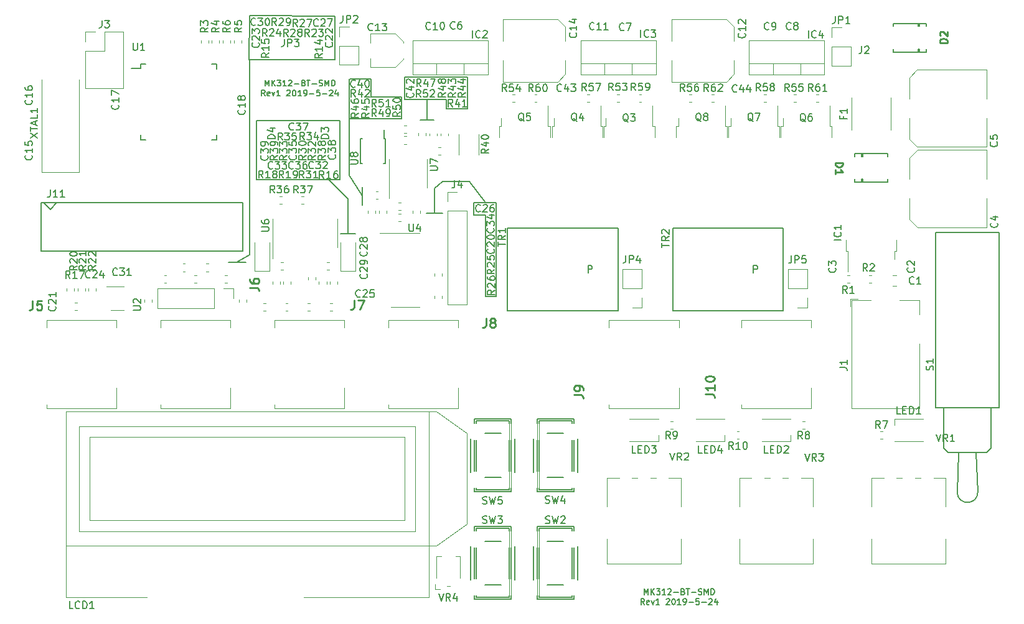
<source format=gto>
G04 #@! TF.GenerationSoftware,KiCad,Pcbnew,(5.1.2)-1*
G04 #@! TF.CreationDate,2019-05-25T00:00:56-05:00*
G04 #@! TF.ProjectId,mk312,6d6b3331-322e-46b6-9963-61645f706362,rev?*
G04 #@! TF.SameCoordinates,Original*
G04 #@! TF.FileFunction,Legend,Top*
G04 #@! TF.FilePolarity,Positive*
%FSLAX46Y46*%
G04 Gerber Fmt 4.6, Leading zero omitted, Abs format (unit mm)*
G04 Created by KiCad (PCBNEW (5.1.2)-1) date 2019-05-25 00:00:56*
%MOMM*%
%LPD*%
G04 APERTURE LIST*
%ADD10C,0.150000*%
%ADD11C,0.120000*%
%ADD12C,0.050000*%
%ADD13C,0.100000*%
%ADD14C,0.254000*%
G04 APERTURE END LIST*
D10*
X160307142Y-101786904D02*
X160307142Y-100986904D01*
X160573809Y-101558333D01*
X160840476Y-100986904D01*
X160840476Y-101786904D01*
X161221428Y-101786904D02*
X161221428Y-100986904D01*
X161678571Y-101786904D02*
X161335714Y-101329761D01*
X161678571Y-100986904D02*
X161221428Y-101444047D01*
X161945238Y-100986904D02*
X162440476Y-100986904D01*
X162173809Y-101291666D01*
X162288095Y-101291666D01*
X162364285Y-101329761D01*
X162402380Y-101367857D01*
X162440476Y-101444047D01*
X162440476Y-101634523D01*
X162402380Y-101710714D01*
X162364285Y-101748809D01*
X162288095Y-101786904D01*
X162059523Y-101786904D01*
X161983333Y-101748809D01*
X161945238Y-101710714D01*
X163202380Y-101786904D02*
X162745238Y-101786904D01*
X162973809Y-101786904D02*
X162973809Y-100986904D01*
X162897619Y-101101190D01*
X162821428Y-101177380D01*
X162745238Y-101215476D01*
X163507142Y-101063095D02*
X163545238Y-101025000D01*
X163621428Y-100986904D01*
X163811904Y-100986904D01*
X163888095Y-101025000D01*
X163926190Y-101063095D01*
X163964285Y-101139285D01*
X163964285Y-101215476D01*
X163926190Y-101329761D01*
X163469047Y-101786904D01*
X163964285Y-101786904D01*
X164307142Y-101482142D02*
X164916666Y-101482142D01*
X165564285Y-101367857D02*
X165678571Y-101405952D01*
X165716666Y-101444047D01*
X165754761Y-101520238D01*
X165754761Y-101634523D01*
X165716666Y-101710714D01*
X165678571Y-101748809D01*
X165602380Y-101786904D01*
X165297619Y-101786904D01*
X165297619Y-100986904D01*
X165564285Y-100986904D01*
X165640476Y-101025000D01*
X165678571Y-101063095D01*
X165716666Y-101139285D01*
X165716666Y-101215476D01*
X165678571Y-101291666D01*
X165640476Y-101329761D01*
X165564285Y-101367857D01*
X165297619Y-101367857D01*
X165983333Y-100986904D02*
X166440476Y-100986904D01*
X166211904Y-101786904D02*
X166211904Y-100986904D01*
X166707142Y-101482142D02*
X167316666Y-101482142D01*
X167659523Y-101748809D02*
X167773809Y-101786904D01*
X167964285Y-101786904D01*
X168040476Y-101748809D01*
X168078571Y-101710714D01*
X168116666Y-101634523D01*
X168116666Y-101558333D01*
X168078571Y-101482142D01*
X168040476Y-101444047D01*
X167964285Y-101405952D01*
X167811904Y-101367857D01*
X167735714Y-101329761D01*
X167697619Y-101291666D01*
X167659523Y-101215476D01*
X167659523Y-101139285D01*
X167697619Y-101063095D01*
X167735714Y-101025000D01*
X167811904Y-100986904D01*
X168002380Y-100986904D01*
X168116666Y-101025000D01*
X168459523Y-101786904D02*
X168459523Y-100986904D01*
X168726190Y-101558333D01*
X168992857Y-100986904D01*
X168992857Y-101786904D01*
X169373809Y-101786904D02*
X169373809Y-100986904D01*
X169564285Y-100986904D01*
X169678571Y-101025000D01*
X169754761Y-101101190D01*
X169792857Y-101177380D01*
X169830952Y-101329761D01*
X169830952Y-101444047D01*
X169792857Y-101596428D01*
X169754761Y-101672619D01*
X169678571Y-101748809D01*
X169564285Y-101786904D01*
X169373809Y-101786904D01*
X160307142Y-103136904D02*
X160040476Y-102755952D01*
X159850000Y-103136904D02*
X159850000Y-102336904D01*
X160154761Y-102336904D01*
X160230952Y-102375000D01*
X160269047Y-102413095D01*
X160307142Y-102489285D01*
X160307142Y-102603571D01*
X160269047Y-102679761D01*
X160230952Y-102717857D01*
X160154761Y-102755952D01*
X159850000Y-102755952D01*
X160954761Y-103098809D02*
X160878571Y-103136904D01*
X160726190Y-103136904D01*
X160650000Y-103098809D01*
X160611904Y-103022619D01*
X160611904Y-102717857D01*
X160650000Y-102641666D01*
X160726190Y-102603571D01*
X160878571Y-102603571D01*
X160954761Y-102641666D01*
X160992857Y-102717857D01*
X160992857Y-102794047D01*
X160611904Y-102870238D01*
X161259523Y-102603571D02*
X161450000Y-103136904D01*
X161640476Y-102603571D01*
X162364285Y-103136904D02*
X161907142Y-103136904D01*
X162135714Y-103136904D02*
X162135714Y-102336904D01*
X162059523Y-102451190D01*
X161983333Y-102527380D01*
X161907142Y-102565476D01*
X163278571Y-102413095D02*
X163316666Y-102375000D01*
X163392857Y-102336904D01*
X163583333Y-102336904D01*
X163659523Y-102375000D01*
X163697619Y-102413095D01*
X163735714Y-102489285D01*
X163735714Y-102565476D01*
X163697619Y-102679761D01*
X163240476Y-103136904D01*
X163735714Y-103136904D01*
X164230952Y-102336904D02*
X164307142Y-102336904D01*
X164383333Y-102375000D01*
X164421428Y-102413095D01*
X164459523Y-102489285D01*
X164497619Y-102641666D01*
X164497619Y-102832142D01*
X164459523Y-102984523D01*
X164421428Y-103060714D01*
X164383333Y-103098809D01*
X164307142Y-103136904D01*
X164230952Y-103136904D01*
X164154761Y-103098809D01*
X164116666Y-103060714D01*
X164078571Y-102984523D01*
X164040476Y-102832142D01*
X164040476Y-102641666D01*
X164078571Y-102489285D01*
X164116666Y-102413095D01*
X164154761Y-102375000D01*
X164230952Y-102336904D01*
X165259523Y-103136904D02*
X164802380Y-103136904D01*
X165030952Y-103136904D02*
X165030952Y-102336904D01*
X164954761Y-102451190D01*
X164878571Y-102527380D01*
X164802380Y-102565476D01*
X165640476Y-103136904D02*
X165792857Y-103136904D01*
X165869047Y-103098809D01*
X165907142Y-103060714D01*
X165983333Y-102946428D01*
X166021428Y-102794047D01*
X166021428Y-102489285D01*
X165983333Y-102413095D01*
X165945238Y-102375000D01*
X165869047Y-102336904D01*
X165716666Y-102336904D01*
X165640476Y-102375000D01*
X165602380Y-102413095D01*
X165564285Y-102489285D01*
X165564285Y-102679761D01*
X165602380Y-102755952D01*
X165640476Y-102794047D01*
X165716666Y-102832142D01*
X165869047Y-102832142D01*
X165945238Y-102794047D01*
X165983333Y-102755952D01*
X166021428Y-102679761D01*
X166364285Y-102832142D02*
X166973809Y-102832142D01*
X167735714Y-102336904D02*
X167354761Y-102336904D01*
X167316666Y-102717857D01*
X167354761Y-102679761D01*
X167430952Y-102641666D01*
X167621428Y-102641666D01*
X167697619Y-102679761D01*
X167735714Y-102717857D01*
X167773809Y-102794047D01*
X167773809Y-102984523D01*
X167735714Y-103060714D01*
X167697619Y-103098809D01*
X167621428Y-103136904D01*
X167430952Y-103136904D01*
X167354761Y-103098809D01*
X167316666Y-103060714D01*
X168116666Y-102832142D02*
X168726190Y-102832142D01*
X169069047Y-102413095D02*
X169107142Y-102375000D01*
X169183333Y-102336904D01*
X169373809Y-102336904D01*
X169450000Y-102375000D01*
X169488095Y-102413095D01*
X169526190Y-102489285D01*
X169526190Y-102565476D01*
X169488095Y-102679761D01*
X169030952Y-103136904D01*
X169526190Y-103136904D01*
X170211904Y-102603571D02*
X170211904Y-103136904D01*
X170021428Y-102298809D02*
X169830952Y-102870238D01*
X170326190Y-102870238D01*
X108707142Y-32511904D02*
X108707142Y-31711904D01*
X108973809Y-32283333D01*
X109240476Y-31711904D01*
X109240476Y-32511904D01*
X109621428Y-32511904D02*
X109621428Y-31711904D01*
X110078571Y-32511904D02*
X109735714Y-32054761D01*
X110078571Y-31711904D02*
X109621428Y-32169047D01*
X110345238Y-31711904D02*
X110840476Y-31711904D01*
X110573809Y-32016666D01*
X110688095Y-32016666D01*
X110764285Y-32054761D01*
X110802380Y-32092857D01*
X110840476Y-32169047D01*
X110840476Y-32359523D01*
X110802380Y-32435714D01*
X110764285Y-32473809D01*
X110688095Y-32511904D01*
X110459523Y-32511904D01*
X110383333Y-32473809D01*
X110345238Y-32435714D01*
X111602380Y-32511904D02*
X111145238Y-32511904D01*
X111373809Y-32511904D02*
X111373809Y-31711904D01*
X111297619Y-31826190D01*
X111221428Y-31902380D01*
X111145238Y-31940476D01*
X111907142Y-31788095D02*
X111945238Y-31750000D01*
X112021428Y-31711904D01*
X112211904Y-31711904D01*
X112288095Y-31750000D01*
X112326190Y-31788095D01*
X112364285Y-31864285D01*
X112364285Y-31940476D01*
X112326190Y-32054761D01*
X111869047Y-32511904D01*
X112364285Y-32511904D01*
X112707142Y-32207142D02*
X113316666Y-32207142D01*
X113964285Y-32092857D02*
X114078571Y-32130952D01*
X114116666Y-32169047D01*
X114154761Y-32245238D01*
X114154761Y-32359523D01*
X114116666Y-32435714D01*
X114078571Y-32473809D01*
X114002380Y-32511904D01*
X113697619Y-32511904D01*
X113697619Y-31711904D01*
X113964285Y-31711904D01*
X114040476Y-31750000D01*
X114078571Y-31788095D01*
X114116666Y-31864285D01*
X114116666Y-31940476D01*
X114078571Y-32016666D01*
X114040476Y-32054761D01*
X113964285Y-32092857D01*
X113697619Y-32092857D01*
X114383333Y-31711904D02*
X114840476Y-31711904D01*
X114611904Y-32511904D02*
X114611904Y-31711904D01*
X115107142Y-32207142D02*
X115716666Y-32207142D01*
X116059523Y-32473809D02*
X116173809Y-32511904D01*
X116364285Y-32511904D01*
X116440476Y-32473809D01*
X116478571Y-32435714D01*
X116516666Y-32359523D01*
X116516666Y-32283333D01*
X116478571Y-32207142D01*
X116440476Y-32169047D01*
X116364285Y-32130952D01*
X116211904Y-32092857D01*
X116135714Y-32054761D01*
X116097619Y-32016666D01*
X116059523Y-31940476D01*
X116059523Y-31864285D01*
X116097619Y-31788095D01*
X116135714Y-31750000D01*
X116211904Y-31711904D01*
X116402380Y-31711904D01*
X116516666Y-31750000D01*
X116859523Y-32511904D02*
X116859523Y-31711904D01*
X117126190Y-32283333D01*
X117392857Y-31711904D01*
X117392857Y-32511904D01*
X117773809Y-32511904D02*
X117773809Y-31711904D01*
X117964285Y-31711904D01*
X118078571Y-31750000D01*
X118154761Y-31826190D01*
X118192857Y-31902380D01*
X118230952Y-32054761D01*
X118230952Y-32169047D01*
X118192857Y-32321428D01*
X118154761Y-32397619D01*
X118078571Y-32473809D01*
X117964285Y-32511904D01*
X117773809Y-32511904D01*
X108707142Y-33861904D02*
X108440476Y-33480952D01*
X108250000Y-33861904D02*
X108250000Y-33061904D01*
X108554761Y-33061904D01*
X108630952Y-33100000D01*
X108669047Y-33138095D01*
X108707142Y-33214285D01*
X108707142Y-33328571D01*
X108669047Y-33404761D01*
X108630952Y-33442857D01*
X108554761Y-33480952D01*
X108250000Y-33480952D01*
X109354761Y-33823809D02*
X109278571Y-33861904D01*
X109126190Y-33861904D01*
X109050000Y-33823809D01*
X109011904Y-33747619D01*
X109011904Y-33442857D01*
X109050000Y-33366666D01*
X109126190Y-33328571D01*
X109278571Y-33328571D01*
X109354761Y-33366666D01*
X109392857Y-33442857D01*
X109392857Y-33519047D01*
X109011904Y-33595238D01*
X109659523Y-33328571D02*
X109850000Y-33861904D01*
X110040476Y-33328571D01*
X110764285Y-33861904D02*
X110307142Y-33861904D01*
X110535714Y-33861904D02*
X110535714Y-33061904D01*
X110459523Y-33176190D01*
X110383333Y-33252380D01*
X110307142Y-33290476D01*
X111678571Y-33138095D02*
X111716666Y-33100000D01*
X111792857Y-33061904D01*
X111983333Y-33061904D01*
X112059523Y-33100000D01*
X112097619Y-33138095D01*
X112135714Y-33214285D01*
X112135714Y-33290476D01*
X112097619Y-33404761D01*
X111640476Y-33861904D01*
X112135714Y-33861904D01*
X112630952Y-33061904D02*
X112707142Y-33061904D01*
X112783333Y-33100000D01*
X112821428Y-33138095D01*
X112859523Y-33214285D01*
X112897619Y-33366666D01*
X112897619Y-33557142D01*
X112859523Y-33709523D01*
X112821428Y-33785714D01*
X112783333Y-33823809D01*
X112707142Y-33861904D01*
X112630952Y-33861904D01*
X112554761Y-33823809D01*
X112516666Y-33785714D01*
X112478571Y-33709523D01*
X112440476Y-33557142D01*
X112440476Y-33366666D01*
X112478571Y-33214285D01*
X112516666Y-33138095D01*
X112554761Y-33100000D01*
X112630952Y-33061904D01*
X113659523Y-33861904D02*
X113202380Y-33861904D01*
X113430952Y-33861904D02*
X113430952Y-33061904D01*
X113354761Y-33176190D01*
X113278571Y-33252380D01*
X113202380Y-33290476D01*
X114040476Y-33861904D02*
X114192857Y-33861904D01*
X114269047Y-33823809D01*
X114307142Y-33785714D01*
X114383333Y-33671428D01*
X114421428Y-33519047D01*
X114421428Y-33214285D01*
X114383333Y-33138095D01*
X114345238Y-33100000D01*
X114269047Y-33061904D01*
X114116666Y-33061904D01*
X114040476Y-33100000D01*
X114002380Y-33138095D01*
X113964285Y-33214285D01*
X113964285Y-33404761D01*
X114002380Y-33480952D01*
X114040476Y-33519047D01*
X114116666Y-33557142D01*
X114269047Y-33557142D01*
X114345238Y-33519047D01*
X114383333Y-33480952D01*
X114421428Y-33404761D01*
X114764285Y-33557142D02*
X115373809Y-33557142D01*
X116135714Y-33061904D02*
X115754761Y-33061904D01*
X115716666Y-33442857D01*
X115754761Y-33404761D01*
X115830952Y-33366666D01*
X116021428Y-33366666D01*
X116097619Y-33404761D01*
X116135714Y-33442857D01*
X116173809Y-33519047D01*
X116173809Y-33709523D01*
X116135714Y-33785714D01*
X116097619Y-33823809D01*
X116021428Y-33861904D01*
X115830952Y-33861904D01*
X115754761Y-33823809D01*
X115716666Y-33785714D01*
X116516666Y-33557142D02*
X117126190Y-33557142D01*
X117469047Y-33138095D02*
X117507142Y-33100000D01*
X117583333Y-33061904D01*
X117773809Y-33061904D01*
X117850000Y-33100000D01*
X117888095Y-33138095D01*
X117926190Y-33214285D01*
X117926190Y-33290476D01*
X117888095Y-33404761D01*
X117430952Y-33861904D01*
X117926190Y-33861904D01*
X118611904Y-33328571D02*
X118611904Y-33861904D01*
X118421428Y-33023809D02*
X118230952Y-33595238D01*
X118726190Y-33595238D01*
X130725000Y-37100000D02*
X131675000Y-37100000D01*
X129775000Y-37100000D02*
X130725000Y-37100000D01*
X130725000Y-37100000D02*
X129775000Y-37100000D01*
X130750000Y-34325000D02*
X130725000Y-37100000D01*
X120200000Y-44675000D02*
X120200000Y-37000000D01*
X121975000Y-47450000D02*
X120200000Y-44675000D01*
X103725000Y-56525000D02*
X106075000Y-56525000D01*
X106600000Y-55525000D02*
X104850000Y-56525000D01*
X106625000Y-28900000D02*
X106600000Y-55525000D01*
X118250000Y-22975000D02*
X106575000Y-22950000D01*
X118250000Y-28925000D02*
X118250000Y-22975000D01*
X106550000Y-28925000D02*
X118250000Y-28925000D01*
X106575000Y-22975000D02*
X106550000Y-28925000D01*
X120000000Y-52625000D02*
X121025000Y-52625000D01*
X120000000Y-52625000D02*
X118975000Y-52625000D01*
X120000000Y-47925000D02*
X120000000Y-52625000D01*
X117400000Y-45250000D02*
X120000000Y-47925000D01*
X118875000Y-37250000D02*
X118875000Y-45275000D01*
X107575000Y-37250000D02*
X118875000Y-37250000D01*
X107575000Y-45300000D02*
X107575000Y-37250000D01*
X118875000Y-45275000D02*
X107575000Y-45300000D01*
X136525000Y-45500000D02*
X138675000Y-48400000D01*
X135900000Y-45500000D02*
X136525000Y-45500000D01*
X132900000Y-45500000D02*
X135900000Y-45500000D01*
X131775000Y-46425000D02*
X132900000Y-45500000D01*
X131775000Y-49825000D02*
X131775000Y-46425000D01*
X130625000Y-49850000D02*
X132850000Y-49850000D01*
X137100000Y-50050000D02*
X137100000Y-48425000D01*
X138675000Y-50050000D02*
X137100000Y-50050000D01*
X138675000Y-61150000D02*
X138675000Y-50050000D01*
X140175000Y-61150000D02*
X138675000Y-61150000D01*
X140125000Y-48425000D02*
X140175000Y-61150000D01*
X137100000Y-48425000D02*
X140125000Y-48425000D01*
X121975000Y-48750000D02*
X121975000Y-46275000D01*
X127675000Y-34350000D02*
X127675000Y-31300000D01*
X133400000Y-34350000D02*
X127675000Y-34350000D01*
X133400000Y-35600000D02*
X133400000Y-34350000D01*
X136225000Y-35600000D02*
X133400000Y-35600000D01*
X136225000Y-31300000D02*
X136225000Y-35600000D01*
X127675000Y-31300000D02*
X136225000Y-31300000D01*
X120200000Y-37000000D02*
X120200000Y-31525000D01*
X127300000Y-37000000D02*
X120200000Y-37000000D01*
X127300000Y-33975000D02*
X127300000Y-37000000D01*
X123150000Y-33975000D02*
X127300000Y-33975000D01*
X123150000Y-31525000D02*
X123150000Y-33975000D01*
X120225000Y-31525000D02*
X123150000Y-31525000D01*
D11*
X171200000Y-80100000D02*
X171200000Y-80900000D01*
X171200000Y-80900000D02*
X167300000Y-80900000D01*
X171200000Y-77900000D02*
X167300000Y-77900000D01*
X162200000Y-80100000D02*
X162200000Y-80900000D01*
X162200000Y-80900000D02*
X158300000Y-80900000D01*
X162200000Y-77900000D02*
X158300000Y-77900000D01*
X180200000Y-80100000D02*
X180200000Y-80900000D01*
X180200000Y-80900000D02*
X176300000Y-80900000D01*
X180200000Y-77900000D02*
X176300000Y-77900000D01*
X194300000Y-78700000D02*
X194300000Y-77900000D01*
X194300000Y-77900000D02*
X198200000Y-77900000D01*
X194300000Y-80900000D02*
X198200000Y-80900000D01*
D10*
X156705700Y-51873900D02*
X156705700Y-63126100D01*
X156705700Y-51873900D02*
X141694300Y-51873900D01*
X141694300Y-51873900D02*
X141694300Y-63126100D01*
X156705700Y-63126100D02*
X141694300Y-63126100D01*
D11*
X201271000Y-85880000D02*
X201271000Y-89817000D01*
X201271000Y-94184000D02*
X201271000Y-97620000D01*
X191230000Y-85880000D02*
X191230000Y-89817000D01*
X191230000Y-94184000D02*
X191230000Y-97620000D01*
X201271000Y-85880000D02*
X199621000Y-85880000D01*
X197879000Y-85880000D02*
X197120000Y-85880000D01*
X195379000Y-85880000D02*
X194620000Y-85880000D01*
X192880000Y-85880000D02*
X191230000Y-85880000D01*
X201271000Y-97620000D02*
X191230000Y-97620000D01*
X183271000Y-97620000D02*
X173230000Y-97620000D01*
X174880000Y-85880000D02*
X173230000Y-85880000D01*
X177379000Y-85880000D02*
X176620000Y-85880000D01*
X179879000Y-85880000D02*
X179120000Y-85880000D01*
X183271000Y-85880000D02*
X181621000Y-85880000D01*
X173230000Y-94184000D02*
X173230000Y-97620000D01*
X173230000Y-85880000D02*
X173230000Y-89817000D01*
X183271000Y-94184000D02*
X183271000Y-97620000D01*
X183271000Y-85880000D02*
X183271000Y-89817000D01*
X165271000Y-97620000D02*
X155230000Y-97620000D01*
X156880000Y-85880000D02*
X155230000Y-85880000D01*
X159379000Y-85880000D02*
X158620000Y-85880000D01*
X161879000Y-85880000D02*
X161120000Y-85880000D01*
X165271000Y-85880000D02*
X163621000Y-85880000D01*
X155230000Y-94184000D02*
X155230000Y-97620000D01*
X155230000Y-85880000D02*
X155230000Y-89817000D01*
X165271000Y-94184000D02*
X165271000Y-97620000D01*
X165271000Y-85880000D02*
X165271000Y-89817000D01*
X136150000Y-79850000D02*
X136150000Y-92150000D01*
X136150000Y-79850000D02*
X136150000Y-92150000D01*
X114000000Y-102150000D02*
X131000000Y-102150000D01*
X84870000Y-91660000D02*
X127730000Y-91660000D01*
X127730000Y-80340000D02*
X127730000Y-91660000D01*
X84870000Y-80340000D02*
X84870000Y-91660000D01*
X84870000Y-80340000D02*
X127730000Y-80340000D01*
X83450000Y-93150000D02*
X129150000Y-93150000D01*
X129150000Y-78850000D02*
X129150000Y-93150000D01*
X83450000Y-78850000D02*
X83450000Y-93150000D01*
X83450000Y-78850000D02*
X129150000Y-78850000D01*
X132000000Y-95150000D02*
X136150000Y-92150000D01*
X136150000Y-79850000D02*
X132000000Y-76850000D01*
X131000000Y-95150000D02*
X81600000Y-95150000D01*
X131000000Y-95150000D02*
X132000000Y-95150000D01*
X131000000Y-76850000D02*
X132000000Y-76850000D01*
X136150000Y-79850000D02*
X136150000Y-92150000D01*
X81600000Y-76850000D02*
X81600000Y-102150000D01*
X81600000Y-102150000D02*
X92600000Y-102150000D01*
X131000000Y-76850000D02*
X131000000Y-102150000D01*
X81600000Y-76850000D02*
X131000000Y-76850000D01*
D10*
X136700000Y-80550000D02*
X136700000Y-85150000D01*
X140800000Y-79850000D02*
X138600000Y-79850000D01*
X142700000Y-80550000D02*
X142700000Y-85150000D01*
X140800000Y-85850000D02*
X138600000Y-85850000D01*
X137200000Y-78450000D02*
X137200000Y-77900000D01*
X137450000Y-78450000D02*
X137450000Y-78150000D01*
D12*
X141950000Y-78150000D02*
X141950000Y-87550000D01*
D10*
X141950000Y-80750000D02*
X141950000Y-84950000D01*
X142200000Y-80750000D02*
X142200000Y-84950000D01*
X142200000Y-87250000D02*
X142200000Y-87800000D01*
X141950000Y-87250000D02*
X141950000Y-87550000D01*
X137200000Y-84950000D02*
X137200000Y-80750000D01*
X137450000Y-84950000D02*
X137450000Y-80750000D01*
D12*
X142200000Y-77900000D02*
X142200000Y-87800000D01*
D10*
X137450000Y-78150000D02*
X141950000Y-78150000D01*
X137450000Y-87550000D02*
X137450000Y-87250000D01*
X141950000Y-87550000D02*
X137450000Y-87550000D01*
X141950000Y-78150000D02*
X141950000Y-78450000D01*
X142200000Y-77900000D02*
X142200000Y-78450000D01*
X137200000Y-77900000D02*
X142200000Y-77900000D01*
X137200000Y-87800000D02*
X137200000Y-87250000D01*
X142200000Y-87800000D02*
X137200000Y-87800000D01*
X151200000Y-85150000D02*
X151200000Y-80550000D01*
X147100000Y-85850000D02*
X149300000Y-85850000D01*
X145200000Y-85150000D02*
X145200000Y-80550000D01*
X147100000Y-79850000D02*
X149300000Y-79850000D01*
X150700000Y-87250000D02*
X150700000Y-87800000D01*
X150450000Y-87250000D02*
X150450000Y-87550000D01*
D12*
X145950000Y-87550000D02*
X145950000Y-78150000D01*
D10*
X145950000Y-84950000D02*
X145950000Y-80750000D01*
X145700000Y-84950000D02*
X145700000Y-80750000D01*
X145700000Y-78450000D02*
X145700000Y-77900000D01*
X145950000Y-78450000D02*
X145950000Y-78150000D01*
X150700000Y-80750000D02*
X150700000Y-84950000D01*
X150450000Y-80750000D02*
X150450000Y-84950000D01*
D12*
X145700000Y-87800000D02*
X145700000Y-77900000D01*
D10*
X150450000Y-87550000D02*
X145950000Y-87550000D01*
X150450000Y-78150000D02*
X150450000Y-78450000D01*
X145950000Y-78150000D02*
X150450000Y-78150000D01*
X145950000Y-87550000D02*
X145950000Y-87250000D01*
X145700000Y-87800000D02*
X145700000Y-87250000D01*
X150700000Y-87800000D02*
X145700000Y-87800000D01*
X150700000Y-77900000D02*
X150700000Y-78450000D01*
X145700000Y-77900000D02*
X150700000Y-77900000D01*
X136700000Y-95200000D02*
X136700000Y-99800000D01*
X140800000Y-94500000D02*
X138600000Y-94500000D01*
X142700000Y-95200000D02*
X142700000Y-99800000D01*
X140800000Y-100500000D02*
X138600000Y-100500000D01*
X137200000Y-93100000D02*
X137200000Y-92550000D01*
X137450000Y-93100000D02*
X137450000Y-92800000D01*
D12*
X141950000Y-92800000D02*
X141950000Y-102200000D01*
D10*
X141950000Y-95400000D02*
X141950000Y-99600000D01*
X142200000Y-95400000D02*
X142200000Y-99600000D01*
X142200000Y-101900000D02*
X142200000Y-102450000D01*
X141950000Y-101900000D02*
X141950000Y-102200000D01*
X137200000Y-99600000D02*
X137200000Y-95400000D01*
X137450000Y-99600000D02*
X137450000Y-95400000D01*
D12*
X142200000Y-92550000D02*
X142200000Y-102450000D01*
D10*
X137450000Y-92800000D02*
X141950000Y-92800000D01*
X137450000Y-102200000D02*
X137450000Y-101900000D01*
X141950000Y-102200000D02*
X137450000Y-102200000D01*
X141950000Y-92800000D02*
X141950000Y-93100000D01*
X142200000Y-92550000D02*
X142200000Y-93100000D01*
X137200000Y-92550000D02*
X142200000Y-92550000D01*
X137200000Y-102450000D02*
X137200000Y-101900000D01*
X142200000Y-102450000D02*
X137200000Y-102450000D01*
X151200000Y-99800000D02*
X151200000Y-95200000D01*
X147100000Y-100500000D02*
X149300000Y-100500000D01*
X145200000Y-99800000D02*
X145200000Y-95200000D01*
X147100000Y-94500000D02*
X149300000Y-94500000D01*
X150700000Y-101900000D02*
X150700000Y-102450000D01*
X150450000Y-101900000D02*
X150450000Y-102200000D01*
D12*
X145950000Y-102200000D02*
X145950000Y-92800000D01*
D10*
X145950000Y-99600000D02*
X145950000Y-95400000D01*
X145700000Y-99600000D02*
X145700000Y-95400000D01*
X145700000Y-93100000D02*
X145700000Y-92550000D01*
X145950000Y-93100000D02*
X145950000Y-92800000D01*
X150700000Y-95400000D02*
X150700000Y-99600000D01*
X150450000Y-95400000D02*
X150450000Y-99600000D01*
D12*
X145700000Y-102450000D02*
X145700000Y-92550000D01*
D10*
X150450000Y-102200000D02*
X145950000Y-102200000D01*
X150450000Y-92800000D02*
X150450000Y-93100000D01*
X145950000Y-92800000D02*
X150450000Y-92800000D01*
X145950000Y-102200000D02*
X145950000Y-101900000D01*
X145700000Y-102450000D02*
X145700000Y-101900000D01*
X150700000Y-102450000D02*
X145700000Y-102450000D01*
X150700000Y-92550000D02*
X150700000Y-93100000D01*
X145700000Y-92550000D02*
X150700000Y-92550000D01*
D11*
X89550000Y-59810000D02*
X87100000Y-59810000D01*
X87750000Y-63030000D02*
X89550000Y-63030000D01*
X188500000Y-61696000D02*
X191100000Y-61696000D01*
X188500000Y-76396000D02*
X188500000Y-61696000D01*
X197700000Y-61696000D02*
X197700000Y-63596000D01*
X195000000Y-61696000D02*
X197700000Y-61696000D01*
X197700000Y-76396000D02*
X188500000Y-76396000D01*
X197700000Y-67596000D02*
X197700000Y-76396000D01*
X188300000Y-62546000D02*
X188300000Y-61496000D01*
X189350000Y-61496000D02*
X188300000Y-61496000D01*
X127745000Y-52530000D02*
X124295000Y-52530000D01*
X127745000Y-52530000D02*
X129695000Y-52530000D01*
X127745000Y-62650000D02*
X125795000Y-62650000D01*
X127745000Y-62650000D02*
X129695000Y-62650000D01*
X164910000Y-37980000D02*
X164910000Y-36880000D01*
X164640000Y-37980000D02*
X164910000Y-37980000D01*
X164640000Y-39480000D02*
X164640000Y-37980000D01*
X171270000Y-37980000D02*
X171270000Y-35150000D01*
X171540000Y-37980000D02*
X171270000Y-37980000D01*
X171540000Y-39480000D02*
X171540000Y-37980000D01*
X172020000Y-37980000D02*
X172020000Y-36880000D01*
X171750000Y-37980000D02*
X172020000Y-37980000D01*
X171750000Y-39480000D02*
X171750000Y-37980000D01*
X178380000Y-37980000D02*
X178380000Y-35150000D01*
X178650000Y-37980000D02*
X178380000Y-37980000D01*
X178650000Y-39480000D02*
X178650000Y-37980000D01*
X179134000Y-37980000D02*
X179134000Y-36880000D01*
X178864000Y-37980000D02*
X179134000Y-37980000D01*
X178864000Y-39480000D02*
X178864000Y-37980000D01*
X185494000Y-37980000D02*
X185494000Y-35150000D01*
X185764000Y-37980000D02*
X185494000Y-37980000D01*
X185764000Y-39480000D02*
X185764000Y-37980000D01*
X140844000Y-37980000D02*
X140844000Y-36880000D01*
X140574000Y-37980000D02*
X140844000Y-37980000D01*
X140574000Y-39480000D02*
X140574000Y-37980000D01*
X147204000Y-37980000D02*
X147204000Y-35150000D01*
X147474000Y-37980000D02*
X147204000Y-37980000D01*
X147474000Y-39480000D02*
X147474000Y-37980000D01*
X148020000Y-37980000D02*
X148020000Y-36880000D01*
X147750000Y-37980000D02*
X148020000Y-37980000D01*
X147750000Y-39480000D02*
X147750000Y-37980000D01*
X154380000Y-37980000D02*
X154380000Y-35150000D01*
X154650000Y-37980000D02*
X154380000Y-37980000D01*
X154650000Y-39480000D02*
X154650000Y-37980000D01*
X155068000Y-37980000D02*
X155068000Y-36880000D01*
X154798000Y-37980000D02*
X155068000Y-37980000D01*
X154798000Y-39480000D02*
X154798000Y-37980000D01*
X161428000Y-37980000D02*
X161428000Y-35150000D01*
X161698000Y-37980000D02*
X161428000Y-37980000D01*
X161698000Y-39480000D02*
X161698000Y-37980000D01*
X177825200Y-30941000D02*
X177825200Y-29431000D01*
X181526200Y-30941000D02*
X181526200Y-29431000D01*
X184796200Y-29431000D02*
X174556200Y-29431000D01*
X174556200Y-30941000D02*
X174556200Y-26300000D01*
X184796200Y-30941000D02*
X184796200Y-26300000D01*
X184796200Y-26300000D02*
X174556200Y-26300000D01*
X184796200Y-30941000D02*
X174556200Y-30941000D01*
X154889000Y-30941000D02*
X154889000Y-29431000D01*
X158590000Y-30941000D02*
X158590000Y-29431000D01*
X161860000Y-29431000D02*
X151620000Y-29431000D01*
X151620000Y-30941000D02*
X151620000Y-26300000D01*
X161860000Y-30941000D02*
X161860000Y-26300000D01*
X161860000Y-26300000D02*
X151620000Y-26300000D01*
X161860000Y-30941000D02*
X151620000Y-30941000D01*
X132029000Y-30941000D02*
X132029000Y-29431000D01*
X135730000Y-30941000D02*
X135730000Y-29431000D01*
X139000000Y-29431000D02*
X128760000Y-29431000D01*
X128760000Y-30941000D02*
X128760000Y-26300000D01*
X139000000Y-30941000D02*
X139000000Y-26300000D01*
X139000000Y-26300000D02*
X128760000Y-26300000D01*
X139000000Y-30941000D02*
X128760000Y-30941000D01*
X194311600Y-54982200D02*
X194311600Y-56082200D01*
X194581600Y-54982200D02*
X194311600Y-54982200D01*
X194581600Y-53482200D02*
X194581600Y-54982200D01*
X187951600Y-54982200D02*
X187951600Y-57812200D01*
X187681600Y-54982200D02*
X187951600Y-54982200D01*
X187681600Y-53482200D02*
X187681600Y-54982200D01*
D10*
X207450000Y-81834000D02*
X206850000Y-82434000D01*
X201650000Y-82434000D02*
X201050000Y-81834000D01*
X205650000Y-87834000D02*
G75*
G02X202850000Y-87834000I-1400000J0D01*
G01*
X205450000Y-82434000D02*
X205650000Y-87834000D01*
X203050000Y-82434000D02*
X202850000Y-87834000D01*
X207450000Y-81834000D02*
X207450000Y-76334000D01*
X201650000Y-82434000D02*
X206850000Y-82434000D01*
X201050000Y-76334000D02*
X201050000Y-81834000D01*
X208550000Y-76334000D02*
X199950000Y-76334000D01*
X208550000Y-52434000D02*
X208550000Y-76334000D01*
X199950000Y-52434000D02*
X208550000Y-52434000D01*
X199950000Y-76334000D02*
X199950000Y-52434000D01*
D11*
X193801600Y-38533752D02*
X193801600Y-34126248D01*
X188461600Y-38533752D02*
X188461600Y-34126248D01*
D10*
X78290000Y-48400000D02*
X78290000Y-55000000D01*
X78290000Y-55000000D02*
X105690000Y-55000000D01*
X105690000Y-55000000D02*
X105690000Y-48400000D01*
X105690000Y-48400000D02*
X78290000Y-48400000D01*
X78590000Y-48400000D02*
X79490000Y-49300000D01*
X79490000Y-49300000D02*
X80390000Y-48400000D01*
D11*
X131850000Y-101100000D02*
X132550000Y-101100000D01*
X131850000Y-100400000D02*
X131850000Y-101100000D01*
X135250000Y-96600000D02*
X134650000Y-96600000D01*
X135250000Y-99500000D02*
X135250000Y-96600000D01*
X132050000Y-96600000D02*
X132650000Y-96600000D01*
X132050000Y-99500000D02*
X132050000Y-96600000D01*
X133450000Y-100600000D02*
X133850000Y-100600000D01*
X194098822Y-59750000D02*
X194615978Y-59750000D01*
X194098822Y-58330000D02*
X194615978Y-58330000D01*
X196336400Y-39741963D02*
X197400837Y-40806400D01*
X196336400Y-31350837D02*
X197400837Y-30286400D01*
X196336400Y-31350837D02*
X196336400Y-34236400D01*
X196336400Y-39741963D02*
X196336400Y-36856400D01*
X197400837Y-40806400D02*
X206856400Y-40806400D01*
X197400837Y-30286400D02*
X206856400Y-30286400D01*
X206856400Y-30286400D02*
X206856400Y-34236400D01*
X206856400Y-40806400D02*
X206856400Y-36856400D01*
X196361800Y-50689363D02*
X197426237Y-51753800D01*
X196361800Y-42298237D02*
X197426237Y-41233800D01*
X196361800Y-42298237D02*
X196361800Y-45183800D01*
X196361800Y-50689363D02*
X196361800Y-47803800D01*
X197426237Y-51753800D02*
X206881800Y-51753800D01*
X197426237Y-41233800D02*
X206881800Y-41233800D01*
X206881800Y-41233800D02*
X206881800Y-45183800D01*
X206881800Y-51753800D02*
X206881800Y-47803800D01*
X127529400Y-26475437D02*
X126464963Y-25411000D01*
X127529400Y-28866563D02*
X126464963Y-29931000D01*
X127529400Y-28866563D02*
X127529400Y-28731000D01*
X127529400Y-26475437D02*
X127529400Y-26611000D01*
X126464963Y-25411000D02*
X123009400Y-25411000D01*
X126464963Y-29931000D02*
X123009400Y-29931000D01*
X123009400Y-29931000D02*
X123009400Y-28731000D01*
X123009400Y-25411000D02*
X123009400Y-26611000D01*
X149570000Y-24475437D02*
X148505563Y-23411000D01*
X149570000Y-30866563D02*
X148505563Y-31931000D01*
X149570000Y-30866563D02*
X149570000Y-28981000D01*
X149570000Y-24475437D02*
X149570000Y-26361000D01*
X148505563Y-23411000D02*
X141050000Y-23411000D01*
X148505563Y-31931000D02*
X141050000Y-31931000D01*
X141050000Y-31931000D02*
X141050000Y-28981000D01*
X141050000Y-23411000D02*
X141050000Y-26361000D01*
X172506200Y-24475437D02*
X171441763Y-23411000D01*
X172506200Y-30866563D02*
X171441763Y-31931000D01*
X172506200Y-30866563D02*
X172506200Y-28981000D01*
X172506200Y-24475437D02*
X172506200Y-26361000D01*
X171441763Y-23411000D02*
X163986200Y-23411000D01*
X171441763Y-31931000D02*
X163986200Y-31931000D01*
X163986200Y-31931000D02*
X163986200Y-28981000D01*
X163986200Y-23411000D02*
X163986200Y-26361000D01*
X159970000Y-62680000D02*
X158640000Y-62680000D01*
X159970000Y-61350000D02*
X159970000Y-62680000D01*
X159970000Y-60080000D02*
X157310000Y-60080000D01*
X157310000Y-60080000D02*
X157310000Y-57480000D01*
X159970000Y-60080000D02*
X159970000Y-57480000D01*
X159970000Y-57480000D02*
X157310000Y-57480000D01*
X182470000Y-62680000D02*
X181140000Y-62680000D01*
X182470000Y-61350000D02*
X182470000Y-62680000D01*
X182470000Y-60080000D02*
X179810000Y-60080000D01*
X179810000Y-60080000D02*
X179810000Y-57480000D01*
X182470000Y-60080000D02*
X182470000Y-57480000D01*
X182470000Y-57480000D02*
X179810000Y-57480000D01*
X185770000Y-24550000D02*
X187100000Y-24550000D01*
X185770000Y-25880000D02*
X185770000Y-24550000D01*
X185770000Y-27150000D02*
X188430000Y-27150000D01*
X188430000Y-27150000D02*
X188430000Y-29750000D01*
X185770000Y-27150000D02*
X185770000Y-29750000D01*
X185770000Y-29750000D02*
X188430000Y-29750000D01*
X118808600Y-24436000D02*
X120138600Y-24436000D01*
X118808600Y-25766000D02*
X118808600Y-24436000D01*
X118808600Y-27036000D02*
X121468600Y-27036000D01*
X121468600Y-27036000D02*
X121468600Y-29636000D01*
X118808600Y-27036000D02*
X118808600Y-29636000D01*
X118808600Y-29636000D02*
X121468600Y-29636000D01*
X104390000Y-60090000D02*
X104390000Y-61420000D01*
X103060000Y-60090000D02*
X104390000Y-60090000D01*
X101790000Y-60090000D02*
X101790000Y-62750000D01*
X101790000Y-62750000D02*
X94110000Y-62750000D01*
X101790000Y-60090000D02*
X94110000Y-60090000D01*
X94110000Y-60090000D02*
X94110000Y-62750000D01*
X133510000Y-46940000D02*
X134840000Y-46940000D01*
X133510000Y-48270000D02*
X133510000Y-46940000D01*
X133510000Y-49540000D02*
X136170000Y-49540000D01*
X136170000Y-49540000D02*
X136170000Y-62300000D01*
X133510000Y-49540000D02*
X133510000Y-62300000D01*
X133510000Y-62300000D02*
X136170000Y-62300000D01*
X84260000Y-25120000D02*
X85590000Y-25120000D01*
X84260000Y-26450000D02*
X84260000Y-25120000D01*
X86860000Y-25120000D02*
X89460000Y-25120000D01*
X86860000Y-27720000D02*
X86860000Y-25120000D01*
X84260000Y-27720000D02*
X86860000Y-27720000D01*
X89460000Y-25120000D02*
X89460000Y-32860000D01*
X84260000Y-27720000D02*
X84260000Y-32860000D01*
X84260000Y-32860000D02*
X89460000Y-32860000D01*
X83420000Y-44230000D02*
X83420000Y-31630000D01*
X78320000Y-44230000D02*
X83420000Y-44230000D01*
X78320000Y-31630000D02*
X78320000Y-44230000D01*
X107290000Y-57690000D02*
X107290000Y-53790000D01*
X109290000Y-57690000D02*
X109290000Y-53790000D01*
X107290000Y-57690000D02*
X109290000Y-57690000D01*
X119000000Y-57690000D02*
X119000000Y-53790000D01*
X121000000Y-57690000D02*
X121000000Y-53790000D01*
X119000000Y-57690000D02*
X121000000Y-57690000D01*
D10*
X91765000Y-30100000D02*
X90490000Y-30100000D01*
X102115000Y-29525000D02*
X101440000Y-29525000D01*
X102115000Y-39875000D02*
X101440000Y-39875000D01*
X91765000Y-39875000D02*
X92440000Y-39875000D01*
X91765000Y-29525000D02*
X92440000Y-29525000D01*
X91765000Y-39875000D02*
X91765000Y-39200000D01*
X102115000Y-39875000D02*
X102115000Y-39200000D01*
X102115000Y-29525000D02*
X102115000Y-30200000D01*
X91765000Y-29525000D02*
X91765000Y-30100000D01*
X124864400Y-39712000D02*
X124864400Y-38462000D01*
X121689400Y-39712000D02*
X121689400Y-43062000D01*
X125039400Y-39712000D02*
X125039400Y-43062000D01*
X121689400Y-39712000D02*
X121939400Y-39712000D01*
X121689400Y-43062000D02*
X121939400Y-43062000D01*
X125039400Y-43062000D02*
X124789400Y-43062000D01*
X125039400Y-39712000D02*
X124864400Y-39712000D01*
D11*
X109710000Y-52565000D02*
X109710000Y-56015000D01*
X109710000Y-52565000D02*
X109710000Y-50615000D01*
X118580000Y-52565000D02*
X118580000Y-54515000D01*
X118580000Y-52565000D02*
X118580000Y-50615000D01*
X125605000Y-44384200D02*
X125605000Y-47834200D01*
X125605000Y-44384200D02*
X125605000Y-42434200D01*
X130725000Y-44384200D02*
X130725000Y-46334200D01*
X130725000Y-44384200D02*
X130725000Y-42434200D01*
X182132779Y-78190000D02*
X181807221Y-78190000D01*
X182132779Y-79210000D02*
X181807221Y-79210000D01*
X131109400Y-38963621D02*
X131109400Y-39289179D01*
X132129400Y-38963621D02*
X132129400Y-39289179D01*
X132244021Y-41897000D02*
X132569579Y-41897000D01*
X132244021Y-40877000D02*
X132569579Y-40877000D01*
X110730000Y-59492779D02*
X110730000Y-59167221D01*
X109710000Y-59492779D02*
X109710000Y-59167221D01*
X118580000Y-59492779D02*
X118580000Y-59167221D01*
X117560000Y-59492779D02*
X117560000Y-59167221D01*
X113992779Y-47580000D02*
X113667221Y-47580000D01*
X113992779Y-48600000D02*
X113667221Y-48600000D01*
X110972779Y-47570000D02*
X110647221Y-47570000D01*
X110972779Y-48590000D02*
X110647221Y-48590000D01*
X110817221Y-57575000D02*
X111142779Y-57575000D01*
X110817221Y-56555000D02*
X111142779Y-56555000D01*
X159902779Y-33638000D02*
X159577221Y-33638000D01*
X159902779Y-34658000D02*
X159577221Y-34658000D01*
X145680779Y-33638000D02*
X145355221Y-33638000D01*
X145680779Y-34658000D02*
X145355221Y-34658000D01*
X183969779Y-33638000D02*
X183644221Y-33638000D01*
X183969779Y-34658000D02*
X183644221Y-34658000D01*
X169742779Y-33638000D02*
X169417221Y-33638000D01*
X169742779Y-34658000D02*
X169417221Y-34658000D01*
X129818000Y-49804779D02*
X129818000Y-49479221D01*
X128798000Y-49804779D02*
X128798000Y-49479221D01*
X133628000Y-39289179D02*
X133628000Y-38963621D01*
X132608000Y-39289179D02*
X132608000Y-38963621D01*
X117477779Y-56555000D02*
X117152221Y-56555000D01*
X117477779Y-57575000D02*
X117152221Y-57575000D01*
X99980000Y-26287221D02*
X99980000Y-26612779D01*
X101000000Y-26287221D02*
X101000000Y-26612779D01*
X124085979Y-46871400D02*
X123760421Y-46871400D01*
X124085979Y-47891400D02*
X123760421Y-47891400D01*
X156892779Y-33638000D02*
X156567221Y-33638000D01*
X156892779Y-34658000D02*
X156567221Y-34658000D01*
X142672779Y-33638000D02*
X142347221Y-33638000D01*
X142672779Y-34658000D02*
X142347221Y-34658000D01*
X180962779Y-33638000D02*
X180637221Y-33638000D01*
X180962779Y-34658000D02*
X180637221Y-34658000D01*
X166742779Y-33638000D02*
X166417221Y-33638000D01*
X166742779Y-34658000D02*
X166417221Y-34658000D01*
X152852779Y-33638000D02*
X152527221Y-33638000D01*
X152852779Y-34658000D02*
X152527221Y-34658000D01*
X176857779Y-33638000D02*
X176532221Y-33638000D01*
X176857779Y-34658000D02*
X176532221Y-34658000D01*
X126884621Y-50939400D02*
X127210179Y-50939400D01*
X126884621Y-49919400D02*
X127210179Y-49919400D01*
X130580000Y-39263779D02*
X130580000Y-38938221D01*
X129560000Y-39263779D02*
X129560000Y-38938221D01*
X127646621Y-38899800D02*
X127972179Y-38899800D01*
X127646621Y-37879800D02*
X127972179Y-37879800D01*
X122702000Y-49479221D02*
X122702000Y-49804779D01*
X123722000Y-49479221D02*
X123722000Y-49804779D01*
X105500000Y-26612779D02*
X105500000Y-26287221D01*
X104480000Y-26612779D02*
X104480000Y-26287221D01*
X125220600Y-49804879D02*
X125220600Y-49479321D01*
X124200600Y-49804879D02*
X124200600Y-49479321D01*
X126884621Y-49440800D02*
X127210179Y-49440800D01*
X126884621Y-48420800D02*
X127210179Y-48420800D01*
X83215000Y-60107221D02*
X83215000Y-60432779D01*
X84235000Y-60107221D02*
X84235000Y-60432779D01*
X111807779Y-62085000D02*
X111482221Y-62085000D01*
X111807779Y-63105000D02*
X111482221Y-63105000D01*
X108782779Y-62085000D02*
X108457221Y-62085000D01*
X108782779Y-63105000D02*
X108457221Y-63105000D01*
X82849221Y-63030000D02*
X83174779Y-63030000D01*
X82849221Y-62010000D02*
X83174779Y-62010000D01*
X117517221Y-63110000D02*
X117842779Y-63110000D01*
X117517221Y-62090000D02*
X117842779Y-62090000D01*
X92290000Y-61577221D02*
X92290000Y-61902779D01*
X93310000Y-61577221D02*
X93310000Y-61902779D01*
X105190000Y-61577221D02*
X105190000Y-61902779D01*
X106210000Y-61577221D02*
X106210000Y-61902779D01*
X190892621Y-59346800D02*
X191218179Y-59346800D01*
X190892621Y-58326800D02*
X191218179Y-58326800D01*
X173192779Y-79590000D02*
X172867221Y-79590000D01*
X173192779Y-80610000D02*
X172867221Y-80610000D01*
X164152779Y-78180000D02*
X163827221Y-78180000D01*
X164152779Y-79200000D02*
X163827221Y-79200000D01*
X104000000Y-26612779D02*
X104000000Y-26287221D01*
X102980000Y-26612779D02*
X102980000Y-26287221D01*
X81715000Y-60107221D02*
X81715000Y-60432779D01*
X82735000Y-60107221D02*
X82735000Y-60432779D01*
X84715000Y-60107221D02*
X84715000Y-60432779D01*
X85735000Y-60107221D02*
X85735000Y-60432779D01*
X127646621Y-40398400D02*
X127972179Y-40398400D01*
X127646621Y-39378400D02*
X127972179Y-39378400D01*
X100662221Y-57755000D02*
X100987779Y-57755000D01*
X100662221Y-56735000D02*
X100987779Y-56735000D01*
X132750000Y-61422779D02*
X132750000Y-61097221D01*
X131730000Y-61422779D02*
X131730000Y-61097221D01*
X188220979Y-58326800D02*
X187895421Y-58326800D01*
X188220979Y-59346800D02*
X187895421Y-59346800D01*
X132750000Y-58392779D02*
X132750000Y-58067221D01*
X131730000Y-58392779D02*
X131730000Y-58067221D01*
X94977221Y-59295000D02*
X95302779Y-59295000D01*
X94977221Y-58275000D02*
X95302779Y-58275000D01*
X102500000Y-26612779D02*
X102500000Y-26287221D01*
X101480000Y-26612779D02*
X101480000Y-26287221D01*
X99087221Y-59295000D02*
X99412779Y-59295000D01*
X99087221Y-58275000D02*
X99412779Y-58275000D01*
X97837779Y-56735000D02*
X97512221Y-56735000D01*
X97837779Y-57755000D02*
X97512221Y-57755000D01*
X114540000Y-58597221D02*
X114540000Y-58922779D01*
X115560000Y-58597221D02*
X115560000Y-58922779D01*
X114822779Y-62090000D02*
X114497221Y-62090000D01*
X114822779Y-63110000D02*
X114497221Y-63110000D01*
X116050000Y-59167221D02*
X116050000Y-59492779D01*
X117070000Y-59167221D02*
X117070000Y-59492779D01*
X111220000Y-59167221D02*
X111220000Y-59492779D01*
X112240000Y-59167221D02*
X112240000Y-59492779D01*
X192377221Y-80610000D02*
X192702779Y-80610000D01*
X192377221Y-79590000D02*
X192702779Y-79590000D01*
X103217221Y-59295000D02*
X103542779Y-59295000D01*
X103217221Y-58275000D02*
X103542779Y-58275000D01*
X135030000Y-39047936D02*
X135030000Y-41852064D01*
X137750000Y-39047936D02*
X137750000Y-41852064D01*
D10*
X179205700Y-51873900D02*
X179205700Y-63126100D01*
X179205700Y-51873900D02*
X164194300Y-51873900D01*
X164194300Y-51873900D02*
X164194300Y-63126100D01*
X179205700Y-63126100D02*
X164194300Y-63126100D01*
X194120000Y-23990000D02*
X198620000Y-23990000D01*
X198620000Y-27890000D02*
X194120000Y-27890000D01*
X197570000Y-27490000D02*
X197570000Y-27890000D01*
X197720000Y-27490000D02*
X197570000Y-27490000D01*
X197720000Y-27890000D02*
X197720000Y-27490000D01*
X197570000Y-24390000D02*
X197570000Y-23990000D01*
X197720000Y-24390000D02*
X197570000Y-24390000D01*
X197720000Y-23990000D02*
X197720000Y-24390000D01*
X194120000Y-27890000D02*
X194120000Y-27490000D01*
X194120000Y-23990000D02*
X194120000Y-24390000D01*
X198620000Y-23990000D02*
X198620000Y-24390000D01*
X198620000Y-27890000D02*
X198620000Y-27490000D01*
X193420000Y-45620000D02*
X188920000Y-45620000D01*
X188920000Y-41720000D02*
X193420000Y-41720000D01*
X189970000Y-42120000D02*
X189970000Y-41720000D01*
X189820000Y-42120000D02*
X189970000Y-42120000D01*
X189820000Y-41720000D02*
X189820000Y-42120000D01*
X189970000Y-45220000D02*
X189970000Y-45620000D01*
X189820000Y-45220000D02*
X189970000Y-45220000D01*
X189820000Y-45620000D02*
X189820000Y-45220000D01*
X193420000Y-41720000D02*
X193420000Y-42120000D01*
X193420000Y-45620000D02*
X193420000Y-45220000D01*
X188920000Y-45620000D02*
X188920000Y-45220000D01*
X188920000Y-41720000D02*
X188920000Y-42120000D01*
D13*
X183000000Y-64420000D02*
X183000000Y-65420000D01*
X173500000Y-64420000D02*
X183000000Y-64420000D01*
X173500000Y-65420000D02*
X173500000Y-64420000D01*
X183000000Y-76420000D02*
X183000000Y-73620000D01*
X173500000Y-76420000D02*
X183000000Y-76420000D01*
X173500000Y-75920000D02*
X173500000Y-76420000D01*
X104000000Y-64420000D02*
X104000000Y-65420000D01*
X94500000Y-64420000D02*
X104000000Y-64420000D01*
X94500000Y-65420000D02*
X94500000Y-64420000D01*
X104000000Y-76420000D02*
X104000000Y-73620000D01*
X94500000Y-76420000D02*
X104000000Y-76420000D01*
X94500000Y-75920000D02*
X94500000Y-76420000D01*
X88500000Y-64420000D02*
X88500000Y-65420000D01*
X79000000Y-64420000D02*
X88500000Y-64420000D01*
X79000000Y-65420000D02*
X79000000Y-64420000D01*
X88500000Y-76420000D02*
X88500000Y-73620000D01*
X79000000Y-76420000D02*
X88500000Y-76420000D01*
X79000000Y-75920000D02*
X79000000Y-76420000D01*
X119500000Y-64420000D02*
X119500000Y-65420000D01*
X110000000Y-64420000D02*
X119500000Y-64420000D01*
X110000000Y-65420000D02*
X110000000Y-64420000D01*
X119500000Y-76420000D02*
X119500000Y-73620000D01*
X110000000Y-76420000D02*
X119500000Y-76420000D01*
X110000000Y-75920000D02*
X110000000Y-76420000D01*
X135000000Y-64420000D02*
X135000000Y-65420000D01*
X125500000Y-64420000D02*
X135000000Y-64420000D01*
X125500000Y-65420000D02*
X125500000Y-64420000D01*
X135000000Y-76420000D02*
X135000000Y-73620000D01*
X125500000Y-76420000D02*
X135000000Y-76420000D01*
X125500000Y-75920000D02*
X125500000Y-76420000D01*
X165000000Y-64420000D02*
X165000000Y-65420000D01*
X155500000Y-64420000D02*
X165000000Y-64420000D01*
X155500000Y-65420000D02*
X155500000Y-64420000D01*
X165000000Y-76420000D02*
X165000000Y-73620000D01*
X155500000Y-76420000D02*
X165000000Y-76420000D01*
X155500000Y-75920000D02*
X155500000Y-76420000D01*
D10*
X168130952Y-82502380D02*
X167654761Y-82502380D01*
X167654761Y-81502380D01*
X168464285Y-81978571D02*
X168797619Y-81978571D01*
X168940476Y-82502380D02*
X168464285Y-82502380D01*
X168464285Y-81502380D01*
X168940476Y-81502380D01*
X169369047Y-82502380D02*
X169369047Y-81502380D01*
X169607142Y-81502380D01*
X169750000Y-81550000D01*
X169845238Y-81645238D01*
X169892857Y-81740476D01*
X169940476Y-81930952D01*
X169940476Y-82073809D01*
X169892857Y-82264285D01*
X169845238Y-82359523D01*
X169750000Y-82454761D01*
X169607142Y-82502380D01*
X169369047Y-82502380D01*
X170797619Y-81835714D02*
X170797619Y-82502380D01*
X170559523Y-81454761D02*
X170321428Y-82169047D01*
X170940476Y-82169047D01*
X159130952Y-82502380D02*
X158654761Y-82502380D01*
X158654761Y-81502380D01*
X159464285Y-81978571D02*
X159797619Y-81978571D01*
X159940476Y-82502380D02*
X159464285Y-82502380D01*
X159464285Y-81502380D01*
X159940476Y-81502380D01*
X160369047Y-82502380D02*
X160369047Y-81502380D01*
X160607142Y-81502380D01*
X160750000Y-81550000D01*
X160845238Y-81645238D01*
X160892857Y-81740476D01*
X160940476Y-81930952D01*
X160940476Y-82073809D01*
X160892857Y-82264285D01*
X160845238Y-82359523D01*
X160750000Y-82454761D01*
X160607142Y-82502380D01*
X160369047Y-82502380D01*
X161273809Y-81502380D02*
X161892857Y-81502380D01*
X161559523Y-81883333D01*
X161702380Y-81883333D01*
X161797619Y-81930952D01*
X161845238Y-81978571D01*
X161892857Y-82073809D01*
X161892857Y-82311904D01*
X161845238Y-82407142D01*
X161797619Y-82454761D01*
X161702380Y-82502380D01*
X161416666Y-82502380D01*
X161321428Y-82454761D01*
X161273809Y-82407142D01*
X177130952Y-82502380D02*
X176654761Y-82502380D01*
X176654761Y-81502380D01*
X177464285Y-81978571D02*
X177797619Y-81978571D01*
X177940476Y-82502380D02*
X177464285Y-82502380D01*
X177464285Y-81502380D01*
X177940476Y-81502380D01*
X178369047Y-82502380D02*
X178369047Y-81502380D01*
X178607142Y-81502380D01*
X178750000Y-81550000D01*
X178845238Y-81645238D01*
X178892857Y-81740476D01*
X178940476Y-81930952D01*
X178940476Y-82073809D01*
X178892857Y-82264285D01*
X178845238Y-82359523D01*
X178750000Y-82454761D01*
X178607142Y-82502380D01*
X178369047Y-82502380D01*
X179321428Y-81597619D02*
X179369047Y-81550000D01*
X179464285Y-81502380D01*
X179702380Y-81502380D01*
X179797619Y-81550000D01*
X179845238Y-81597619D01*
X179892857Y-81692857D01*
X179892857Y-81788095D01*
X179845238Y-81930952D01*
X179273809Y-82502380D01*
X179892857Y-82502380D01*
X195130952Y-77202380D02*
X194654761Y-77202380D01*
X194654761Y-76202380D01*
X195464285Y-76678571D02*
X195797619Y-76678571D01*
X195940476Y-77202380D02*
X195464285Y-77202380D01*
X195464285Y-76202380D01*
X195940476Y-76202380D01*
X196369047Y-77202380D02*
X196369047Y-76202380D01*
X196607142Y-76202380D01*
X196750000Y-76250000D01*
X196845238Y-76345238D01*
X196892857Y-76440476D01*
X196940476Y-76630952D01*
X196940476Y-76773809D01*
X196892857Y-76964285D01*
X196845238Y-77059523D01*
X196750000Y-77154761D01*
X196607142Y-77202380D01*
X196369047Y-77202380D01*
X197892857Y-77202380D02*
X197321428Y-77202380D01*
X197607142Y-77202380D02*
X197607142Y-76202380D01*
X197511904Y-76345238D01*
X197416666Y-76440476D01*
X197321428Y-76488095D01*
X140402380Y-54336904D02*
X140402380Y-53765476D01*
X141402380Y-54051190D02*
X140402380Y-54051190D01*
X141402380Y-52860714D02*
X140926190Y-53194047D01*
X141402380Y-53432142D02*
X140402380Y-53432142D01*
X140402380Y-53051190D01*
X140450000Y-52955952D01*
X140497619Y-52908333D01*
X140592857Y-52860714D01*
X140735714Y-52860714D01*
X140830952Y-52908333D01*
X140878571Y-52955952D01*
X140926190Y-53051190D01*
X140926190Y-53432142D01*
X141402380Y-51908333D02*
X141402380Y-52479761D01*
X141402380Y-52194047D02*
X140402380Y-52194047D01*
X140545238Y-52289285D01*
X140640476Y-52384523D01*
X140688095Y-52479761D01*
X152638095Y-57952380D02*
X152638095Y-56952380D01*
X153019047Y-56952380D01*
X153114285Y-57000000D01*
X153161904Y-57047619D01*
X153209523Y-57142857D01*
X153209523Y-57285714D01*
X153161904Y-57380952D01*
X153114285Y-57428571D01*
X153019047Y-57476190D01*
X152638095Y-57476190D01*
X199965476Y-79952380D02*
X200298809Y-80952380D01*
X200632142Y-79952380D01*
X201536904Y-80952380D02*
X201203571Y-80476190D01*
X200965476Y-80952380D02*
X200965476Y-79952380D01*
X201346428Y-79952380D01*
X201441666Y-80000000D01*
X201489285Y-80047619D01*
X201536904Y-80142857D01*
X201536904Y-80285714D01*
X201489285Y-80380952D01*
X201441666Y-80428571D01*
X201346428Y-80476190D01*
X200965476Y-80476190D01*
X202489285Y-80952380D02*
X201917857Y-80952380D01*
X202203571Y-80952380D02*
X202203571Y-79952380D01*
X202108333Y-80095238D01*
X202013095Y-80190476D01*
X201917857Y-80238095D01*
X182115476Y-82577380D02*
X182448809Y-83577380D01*
X182782142Y-82577380D01*
X183686904Y-83577380D02*
X183353571Y-83101190D01*
X183115476Y-83577380D02*
X183115476Y-82577380D01*
X183496428Y-82577380D01*
X183591666Y-82625000D01*
X183639285Y-82672619D01*
X183686904Y-82767857D01*
X183686904Y-82910714D01*
X183639285Y-83005952D01*
X183591666Y-83053571D01*
X183496428Y-83101190D01*
X183115476Y-83101190D01*
X184020238Y-82577380D02*
X184639285Y-82577380D01*
X184305952Y-82958333D01*
X184448809Y-82958333D01*
X184544047Y-83005952D01*
X184591666Y-83053571D01*
X184639285Y-83148809D01*
X184639285Y-83386904D01*
X184591666Y-83482142D01*
X184544047Y-83529761D01*
X184448809Y-83577380D01*
X184163095Y-83577380D01*
X184067857Y-83529761D01*
X184020238Y-83482142D01*
X163790476Y-82477380D02*
X164123809Y-83477380D01*
X164457142Y-82477380D01*
X165361904Y-83477380D02*
X165028571Y-83001190D01*
X164790476Y-83477380D02*
X164790476Y-82477380D01*
X165171428Y-82477380D01*
X165266666Y-82525000D01*
X165314285Y-82572619D01*
X165361904Y-82667857D01*
X165361904Y-82810714D01*
X165314285Y-82905952D01*
X165266666Y-82953571D01*
X165171428Y-83001190D01*
X164790476Y-83001190D01*
X165742857Y-82572619D02*
X165790476Y-82525000D01*
X165885714Y-82477380D01*
X166123809Y-82477380D01*
X166219047Y-82525000D01*
X166266666Y-82572619D01*
X166314285Y-82667857D01*
X166314285Y-82763095D01*
X166266666Y-82905952D01*
X165695238Y-83477380D01*
X166314285Y-83477380D01*
X82583333Y-103702380D02*
X82107142Y-103702380D01*
X82107142Y-102702380D01*
X83488095Y-103607142D02*
X83440476Y-103654761D01*
X83297619Y-103702380D01*
X83202380Y-103702380D01*
X83059523Y-103654761D01*
X82964285Y-103559523D01*
X82916666Y-103464285D01*
X82869047Y-103273809D01*
X82869047Y-103130952D01*
X82916666Y-102940476D01*
X82964285Y-102845238D01*
X83059523Y-102750000D01*
X83202380Y-102702380D01*
X83297619Y-102702380D01*
X83440476Y-102750000D01*
X83488095Y-102797619D01*
X83916666Y-103702380D02*
X83916666Y-102702380D01*
X84154761Y-102702380D01*
X84297619Y-102750000D01*
X84392857Y-102845238D01*
X84440476Y-102940476D01*
X84488095Y-103130952D01*
X84488095Y-103273809D01*
X84440476Y-103464285D01*
X84392857Y-103559523D01*
X84297619Y-103654761D01*
X84154761Y-103702380D01*
X83916666Y-103702380D01*
X85440476Y-103702380D02*
X84869047Y-103702380D01*
X85154761Y-103702380D02*
X85154761Y-102702380D01*
X85059523Y-102845238D01*
X84964285Y-102940476D01*
X84869047Y-102988095D01*
X138316666Y-89404761D02*
X138459523Y-89452380D01*
X138697619Y-89452380D01*
X138792857Y-89404761D01*
X138840476Y-89357142D01*
X138888095Y-89261904D01*
X138888095Y-89166666D01*
X138840476Y-89071428D01*
X138792857Y-89023809D01*
X138697619Y-88976190D01*
X138507142Y-88928571D01*
X138411904Y-88880952D01*
X138364285Y-88833333D01*
X138316666Y-88738095D01*
X138316666Y-88642857D01*
X138364285Y-88547619D01*
X138411904Y-88500000D01*
X138507142Y-88452380D01*
X138745238Y-88452380D01*
X138888095Y-88500000D01*
X139221428Y-88452380D02*
X139459523Y-89452380D01*
X139650000Y-88738095D01*
X139840476Y-89452380D01*
X140078571Y-88452380D01*
X140935714Y-88452380D02*
X140459523Y-88452380D01*
X140411904Y-88928571D01*
X140459523Y-88880952D01*
X140554761Y-88833333D01*
X140792857Y-88833333D01*
X140888095Y-88880952D01*
X140935714Y-88928571D01*
X140983333Y-89023809D01*
X140983333Y-89261904D01*
X140935714Y-89357142D01*
X140888095Y-89404761D01*
X140792857Y-89452380D01*
X140554761Y-89452380D01*
X140459523Y-89404761D01*
X140411904Y-89357142D01*
X146841666Y-89304761D02*
X146984523Y-89352380D01*
X147222619Y-89352380D01*
X147317857Y-89304761D01*
X147365476Y-89257142D01*
X147413095Y-89161904D01*
X147413095Y-89066666D01*
X147365476Y-88971428D01*
X147317857Y-88923809D01*
X147222619Y-88876190D01*
X147032142Y-88828571D01*
X146936904Y-88780952D01*
X146889285Y-88733333D01*
X146841666Y-88638095D01*
X146841666Y-88542857D01*
X146889285Y-88447619D01*
X146936904Y-88400000D01*
X147032142Y-88352380D01*
X147270238Y-88352380D01*
X147413095Y-88400000D01*
X147746428Y-88352380D02*
X147984523Y-89352380D01*
X148175000Y-88638095D01*
X148365476Y-89352380D01*
X148603571Y-88352380D01*
X149413095Y-88685714D02*
X149413095Y-89352380D01*
X149175000Y-88304761D02*
X148936904Y-89019047D01*
X149555952Y-89019047D01*
X138316666Y-92029761D02*
X138459523Y-92077380D01*
X138697619Y-92077380D01*
X138792857Y-92029761D01*
X138840476Y-91982142D01*
X138888095Y-91886904D01*
X138888095Y-91791666D01*
X138840476Y-91696428D01*
X138792857Y-91648809D01*
X138697619Y-91601190D01*
X138507142Y-91553571D01*
X138411904Y-91505952D01*
X138364285Y-91458333D01*
X138316666Y-91363095D01*
X138316666Y-91267857D01*
X138364285Y-91172619D01*
X138411904Y-91125000D01*
X138507142Y-91077380D01*
X138745238Y-91077380D01*
X138888095Y-91125000D01*
X139221428Y-91077380D02*
X139459523Y-92077380D01*
X139650000Y-91363095D01*
X139840476Y-92077380D01*
X140078571Y-91077380D01*
X140364285Y-91077380D02*
X140983333Y-91077380D01*
X140650000Y-91458333D01*
X140792857Y-91458333D01*
X140888095Y-91505952D01*
X140935714Y-91553571D01*
X140983333Y-91648809D01*
X140983333Y-91886904D01*
X140935714Y-91982142D01*
X140888095Y-92029761D01*
X140792857Y-92077380D01*
X140507142Y-92077380D01*
X140411904Y-92029761D01*
X140364285Y-91982142D01*
X146866666Y-92054761D02*
X147009523Y-92102380D01*
X147247619Y-92102380D01*
X147342857Y-92054761D01*
X147390476Y-92007142D01*
X147438095Y-91911904D01*
X147438095Y-91816666D01*
X147390476Y-91721428D01*
X147342857Y-91673809D01*
X147247619Y-91626190D01*
X147057142Y-91578571D01*
X146961904Y-91530952D01*
X146914285Y-91483333D01*
X146866666Y-91388095D01*
X146866666Y-91292857D01*
X146914285Y-91197619D01*
X146961904Y-91150000D01*
X147057142Y-91102380D01*
X147295238Y-91102380D01*
X147438095Y-91150000D01*
X147771428Y-91102380D02*
X148009523Y-92102380D01*
X148200000Y-91388095D01*
X148390476Y-92102380D01*
X148628571Y-91102380D01*
X148961904Y-91197619D02*
X149009523Y-91150000D01*
X149104761Y-91102380D01*
X149342857Y-91102380D01*
X149438095Y-91150000D01*
X149485714Y-91197619D01*
X149533333Y-91292857D01*
X149533333Y-91388095D01*
X149485714Y-91530952D01*
X148914285Y-92102380D01*
X149533333Y-92102380D01*
X90777380Y-63061904D02*
X91586904Y-63061904D01*
X91682142Y-63014285D01*
X91729761Y-62966666D01*
X91777380Y-62871428D01*
X91777380Y-62680952D01*
X91729761Y-62585714D01*
X91682142Y-62538095D01*
X91586904Y-62490476D01*
X90777380Y-62490476D01*
X90872619Y-62061904D02*
X90825000Y-62014285D01*
X90777380Y-61919047D01*
X90777380Y-61680952D01*
X90825000Y-61585714D01*
X90872619Y-61538095D01*
X90967857Y-61490476D01*
X91063095Y-61490476D01*
X91205952Y-61538095D01*
X91777380Y-62109523D01*
X91777380Y-61490476D01*
X186877380Y-70858333D02*
X187591666Y-70858333D01*
X187734523Y-70905952D01*
X187829761Y-71001190D01*
X187877380Y-71144047D01*
X187877380Y-71239285D01*
X187877380Y-69858333D02*
X187877380Y-70429761D01*
X187877380Y-70144047D02*
X186877380Y-70144047D01*
X187020238Y-70239285D01*
X187115476Y-70334523D01*
X187163095Y-70429761D01*
X128313095Y-51302380D02*
X128313095Y-52111904D01*
X128360714Y-52207142D01*
X128408333Y-52254761D01*
X128503571Y-52302380D01*
X128694047Y-52302380D01*
X128789285Y-52254761D01*
X128836904Y-52207142D01*
X128884523Y-52111904D01*
X128884523Y-51302380D01*
X129789285Y-51635714D02*
X129789285Y-52302380D01*
X129551190Y-51254761D02*
X129313095Y-51969047D01*
X129932142Y-51969047D01*
X168029761Y-37322619D02*
X167934523Y-37275000D01*
X167839285Y-37179761D01*
X167696428Y-37036904D01*
X167601190Y-36989285D01*
X167505952Y-36989285D01*
X167553571Y-37227380D02*
X167458333Y-37179761D01*
X167363095Y-37084523D01*
X167315476Y-36894047D01*
X167315476Y-36560714D01*
X167363095Y-36370238D01*
X167458333Y-36275000D01*
X167553571Y-36227380D01*
X167744047Y-36227380D01*
X167839285Y-36275000D01*
X167934523Y-36370238D01*
X167982142Y-36560714D01*
X167982142Y-36894047D01*
X167934523Y-37084523D01*
X167839285Y-37179761D01*
X167744047Y-37227380D01*
X167553571Y-37227380D01*
X168553571Y-36655952D02*
X168458333Y-36608333D01*
X168410714Y-36560714D01*
X168363095Y-36465476D01*
X168363095Y-36417857D01*
X168410714Y-36322619D01*
X168458333Y-36275000D01*
X168553571Y-36227380D01*
X168744047Y-36227380D01*
X168839285Y-36275000D01*
X168886904Y-36322619D01*
X168934523Y-36417857D01*
X168934523Y-36465476D01*
X168886904Y-36560714D01*
X168839285Y-36608333D01*
X168744047Y-36655952D01*
X168553571Y-36655952D01*
X168458333Y-36703571D01*
X168410714Y-36751190D01*
X168363095Y-36846428D01*
X168363095Y-37036904D01*
X168410714Y-37132142D01*
X168458333Y-37179761D01*
X168553571Y-37227380D01*
X168744047Y-37227380D01*
X168839285Y-37179761D01*
X168886904Y-37132142D01*
X168934523Y-37036904D01*
X168934523Y-36846428D01*
X168886904Y-36751190D01*
X168839285Y-36703571D01*
X168744047Y-36655952D01*
X175104761Y-37322619D02*
X175009523Y-37275000D01*
X174914285Y-37179761D01*
X174771428Y-37036904D01*
X174676190Y-36989285D01*
X174580952Y-36989285D01*
X174628571Y-37227380D02*
X174533333Y-37179761D01*
X174438095Y-37084523D01*
X174390476Y-36894047D01*
X174390476Y-36560714D01*
X174438095Y-36370238D01*
X174533333Y-36275000D01*
X174628571Y-36227380D01*
X174819047Y-36227380D01*
X174914285Y-36275000D01*
X175009523Y-36370238D01*
X175057142Y-36560714D01*
X175057142Y-36894047D01*
X175009523Y-37084523D01*
X174914285Y-37179761D01*
X174819047Y-37227380D01*
X174628571Y-37227380D01*
X175390476Y-36227380D02*
X176057142Y-36227380D01*
X175628571Y-37227380D01*
X182229761Y-37372619D02*
X182134523Y-37325000D01*
X182039285Y-37229761D01*
X181896428Y-37086904D01*
X181801190Y-37039285D01*
X181705952Y-37039285D01*
X181753571Y-37277380D02*
X181658333Y-37229761D01*
X181563095Y-37134523D01*
X181515476Y-36944047D01*
X181515476Y-36610714D01*
X181563095Y-36420238D01*
X181658333Y-36325000D01*
X181753571Y-36277380D01*
X181944047Y-36277380D01*
X182039285Y-36325000D01*
X182134523Y-36420238D01*
X182182142Y-36610714D01*
X182182142Y-36944047D01*
X182134523Y-37134523D01*
X182039285Y-37229761D01*
X181944047Y-37277380D01*
X181753571Y-37277380D01*
X183039285Y-36277380D02*
X182848809Y-36277380D01*
X182753571Y-36325000D01*
X182705952Y-36372619D01*
X182610714Y-36515476D01*
X182563095Y-36705952D01*
X182563095Y-37086904D01*
X182610714Y-37182142D01*
X182658333Y-37229761D01*
X182753571Y-37277380D01*
X182944047Y-37277380D01*
X183039285Y-37229761D01*
X183086904Y-37182142D01*
X183134523Y-37086904D01*
X183134523Y-36848809D01*
X183086904Y-36753571D01*
X183039285Y-36705952D01*
X182944047Y-36658333D01*
X182753571Y-36658333D01*
X182658333Y-36705952D01*
X182610714Y-36753571D01*
X182563095Y-36848809D01*
X143929761Y-37297619D02*
X143834523Y-37250000D01*
X143739285Y-37154761D01*
X143596428Y-37011904D01*
X143501190Y-36964285D01*
X143405952Y-36964285D01*
X143453571Y-37202380D02*
X143358333Y-37154761D01*
X143263095Y-37059523D01*
X143215476Y-36869047D01*
X143215476Y-36535714D01*
X143263095Y-36345238D01*
X143358333Y-36250000D01*
X143453571Y-36202380D01*
X143644047Y-36202380D01*
X143739285Y-36250000D01*
X143834523Y-36345238D01*
X143882142Y-36535714D01*
X143882142Y-36869047D01*
X143834523Y-37059523D01*
X143739285Y-37154761D01*
X143644047Y-37202380D01*
X143453571Y-37202380D01*
X144786904Y-36202380D02*
X144310714Y-36202380D01*
X144263095Y-36678571D01*
X144310714Y-36630952D01*
X144405952Y-36583333D01*
X144644047Y-36583333D01*
X144739285Y-36630952D01*
X144786904Y-36678571D01*
X144834523Y-36773809D01*
X144834523Y-37011904D01*
X144786904Y-37107142D01*
X144739285Y-37154761D01*
X144644047Y-37202380D01*
X144405952Y-37202380D01*
X144310714Y-37154761D01*
X144263095Y-37107142D01*
X151129761Y-37322619D02*
X151034523Y-37275000D01*
X150939285Y-37179761D01*
X150796428Y-37036904D01*
X150701190Y-36989285D01*
X150605952Y-36989285D01*
X150653571Y-37227380D02*
X150558333Y-37179761D01*
X150463095Y-37084523D01*
X150415476Y-36894047D01*
X150415476Y-36560714D01*
X150463095Y-36370238D01*
X150558333Y-36275000D01*
X150653571Y-36227380D01*
X150844047Y-36227380D01*
X150939285Y-36275000D01*
X151034523Y-36370238D01*
X151082142Y-36560714D01*
X151082142Y-36894047D01*
X151034523Y-37084523D01*
X150939285Y-37179761D01*
X150844047Y-37227380D01*
X150653571Y-37227380D01*
X151939285Y-36560714D02*
X151939285Y-37227380D01*
X151701190Y-36179761D02*
X151463095Y-36894047D01*
X152082142Y-36894047D01*
X158129761Y-37397619D02*
X158034523Y-37350000D01*
X157939285Y-37254761D01*
X157796428Y-37111904D01*
X157701190Y-37064285D01*
X157605952Y-37064285D01*
X157653571Y-37302380D02*
X157558333Y-37254761D01*
X157463095Y-37159523D01*
X157415476Y-36969047D01*
X157415476Y-36635714D01*
X157463095Y-36445238D01*
X157558333Y-36350000D01*
X157653571Y-36302380D01*
X157844047Y-36302380D01*
X157939285Y-36350000D01*
X158034523Y-36445238D01*
X158082142Y-36635714D01*
X158082142Y-36969047D01*
X158034523Y-37159523D01*
X157939285Y-37254761D01*
X157844047Y-37302380D01*
X157653571Y-37302380D01*
X158415476Y-36302380D02*
X159034523Y-36302380D01*
X158701190Y-36683333D01*
X158844047Y-36683333D01*
X158939285Y-36730952D01*
X158986904Y-36778571D01*
X159034523Y-36873809D01*
X159034523Y-37111904D01*
X158986904Y-37207142D01*
X158939285Y-37254761D01*
X158844047Y-37302380D01*
X158558333Y-37302380D01*
X158463095Y-37254761D01*
X158415476Y-37207142D01*
X182623809Y-25952380D02*
X182623809Y-24952380D01*
X183671428Y-25857142D02*
X183623809Y-25904761D01*
X183480952Y-25952380D01*
X183385714Y-25952380D01*
X183242857Y-25904761D01*
X183147619Y-25809523D01*
X183100000Y-25714285D01*
X183052380Y-25523809D01*
X183052380Y-25380952D01*
X183100000Y-25190476D01*
X183147619Y-25095238D01*
X183242857Y-25000000D01*
X183385714Y-24952380D01*
X183480952Y-24952380D01*
X183623809Y-25000000D01*
X183671428Y-25047619D01*
X184528571Y-25285714D02*
X184528571Y-25952380D01*
X184290476Y-24904761D02*
X184052380Y-25619047D01*
X184671428Y-25619047D01*
X159823809Y-25852380D02*
X159823809Y-24852380D01*
X160871428Y-25757142D02*
X160823809Y-25804761D01*
X160680952Y-25852380D01*
X160585714Y-25852380D01*
X160442857Y-25804761D01*
X160347619Y-25709523D01*
X160300000Y-25614285D01*
X160252380Y-25423809D01*
X160252380Y-25280952D01*
X160300000Y-25090476D01*
X160347619Y-24995238D01*
X160442857Y-24900000D01*
X160585714Y-24852380D01*
X160680952Y-24852380D01*
X160823809Y-24900000D01*
X160871428Y-24947619D01*
X161204761Y-24852380D02*
X161823809Y-24852380D01*
X161490476Y-25233333D01*
X161633333Y-25233333D01*
X161728571Y-25280952D01*
X161776190Y-25328571D01*
X161823809Y-25423809D01*
X161823809Y-25661904D01*
X161776190Y-25757142D01*
X161728571Y-25804761D01*
X161633333Y-25852380D01*
X161347619Y-25852380D01*
X161252380Y-25804761D01*
X161204761Y-25757142D01*
X136923809Y-25952380D02*
X136923809Y-24952380D01*
X137971428Y-25857142D02*
X137923809Y-25904761D01*
X137780952Y-25952380D01*
X137685714Y-25952380D01*
X137542857Y-25904761D01*
X137447619Y-25809523D01*
X137400000Y-25714285D01*
X137352380Y-25523809D01*
X137352380Y-25380952D01*
X137400000Y-25190476D01*
X137447619Y-25095238D01*
X137542857Y-25000000D01*
X137685714Y-24952380D01*
X137780952Y-24952380D01*
X137923809Y-25000000D01*
X137971428Y-25047619D01*
X138352380Y-25047619D02*
X138400000Y-25000000D01*
X138495238Y-24952380D01*
X138733333Y-24952380D01*
X138828571Y-25000000D01*
X138876190Y-25047619D01*
X138923809Y-25142857D01*
X138923809Y-25238095D01*
X138876190Y-25380952D01*
X138304761Y-25952380D01*
X138923809Y-25952380D01*
X187083980Y-53488390D02*
X186083980Y-53488390D01*
X186988742Y-52440771D02*
X187036361Y-52488390D01*
X187083980Y-52631247D01*
X187083980Y-52726485D01*
X187036361Y-52869342D01*
X186941123Y-52964580D01*
X186845885Y-53012200D01*
X186655409Y-53059819D01*
X186512552Y-53059819D01*
X186322076Y-53012200D01*
X186226838Y-52964580D01*
X186131600Y-52869342D01*
X186083980Y-52726485D01*
X186083980Y-52631247D01*
X186131600Y-52488390D01*
X186179219Y-52440771D01*
X187083980Y-51488390D02*
X187083980Y-52059819D01*
X187083980Y-51774104D02*
X186083980Y-51774104D01*
X186226838Y-51869342D01*
X186322076Y-51964580D01*
X186369695Y-52059819D01*
X199554761Y-71195904D02*
X199602380Y-71053047D01*
X199602380Y-70814952D01*
X199554761Y-70719714D01*
X199507142Y-70672095D01*
X199411904Y-70624476D01*
X199316666Y-70624476D01*
X199221428Y-70672095D01*
X199173809Y-70719714D01*
X199126190Y-70814952D01*
X199078571Y-71005428D01*
X199030952Y-71100666D01*
X198983333Y-71148285D01*
X198888095Y-71195904D01*
X198792857Y-71195904D01*
X198697619Y-71148285D01*
X198650000Y-71100666D01*
X198602380Y-71005428D01*
X198602380Y-70767333D01*
X198650000Y-70624476D01*
X199602380Y-69672095D02*
X199602380Y-70243523D01*
X199602380Y-69957809D02*
X198602380Y-69957809D01*
X198745238Y-70053047D01*
X198840476Y-70148285D01*
X198888095Y-70243523D01*
X187380171Y-36663333D02*
X187380171Y-36996666D01*
X187903980Y-36996666D02*
X186903980Y-36996666D01*
X186903980Y-36520476D01*
X187903980Y-35615714D02*
X187903980Y-36187142D01*
X187903980Y-35901428D02*
X186903980Y-35901428D01*
X187046838Y-35996666D01*
X187142076Y-36091904D01*
X187189695Y-36187142D01*
X79480476Y-46652380D02*
X79480476Y-47366666D01*
X79432857Y-47509523D01*
X79337619Y-47604761D01*
X79194761Y-47652380D01*
X79099523Y-47652380D01*
X80480476Y-47652380D02*
X79909047Y-47652380D01*
X80194761Y-47652380D02*
X80194761Y-46652380D01*
X80099523Y-46795238D01*
X80004285Y-46890476D01*
X79909047Y-46938095D01*
X81432857Y-47652380D02*
X80861428Y-47652380D01*
X81147142Y-47652380D02*
X81147142Y-46652380D01*
X81051904Y-46795238D01*
X80956666Y-46890476D01*
X80861428Y-46938095D01*
X132340476Y-101652380D02*
X132673809Y-102652380D01*
X133007142Y-101652380D01*
X133911904Y-102652380D02*
X133578571Y-102176190D01*
X133340476Y-102652380D02*
X133340476Y-101652380D01*
X133721428Y-101652380D01*
X133816666Y-101700000D01*
X133864285Y-101747619D01*
X133911904Y-101842857D01*
X133911904Y-101985714D01*
X133864285Y-102080952D01*
X133816666Y-102128571D01*
X133721428Y-102176190D01*
X133340476Y-102176190D01*
X134769047Y-101985714D02*
X134769047Y-102652380D01*
X134530952Y-101604761D02*
X134292857Y-102319047D01*
X134911904Y-102319047D01*
X105907142Y-35767857D02*
X105954761Y-35815476D01*
X106002380Y-35958333D01*
X106002380Y-36053571D01*
X105954761Y-36196428D01*
X105859523Y-36291666D01*
X105764285Y-36339285D01*
X105573809Y-36386904D01*
X105430952Y-36386904D01*
X105240476Y-36339285D01*
X105145238Y-36291666D01*
X105050000Y-36196428D01*
X105002380Y-36053571D01*
X105002380Y-35958333D01*
X105050000Y-35815476D01*
X105097619Y-35767857D01*
X106002380Y-34815476D02*
X106002380Y-35386904D01*
X106002380Y-35101190D02*
X105002380Y-35101190D01*
X105145238Y-35196428D01*
X105240476Y-35291666D01*
X105288095Y-35386904D01*
X105430952Y-34244047D02*
X105383333Y-34339285D01*
X105335714Y-34386904D01*
X105240476Y-34434523D01*
X105192857Y-34434523D01*
X105097619Y-34386904D01*
X105050000Y-34339285D01*
X105002380Y-34244047D01*
X105002380Y-34053571D01*
X105050000Y-33958333D01*
X105097619Y-33910714D01*
X105192857Y-33863095D01*
X105240476Y-33863095D01*
X105335714Y-33910714D01*
X105383333Y-33958333D01*
X105430952Y-34053571D01*
X105430952Y-34244047D01*
X105478571Y-34339285D01*
X105526190Y-34386904D01*
X105621428Y-34434523D01*
X105811904Y-34434523D01*
X105907142Y-34386904D01*
X105954761Y-34339285D01*
X106002380Y-34244047D01*
X106002380Y-34053571D01*
X105954761Y-33958333D01*
X105907142Y-33910714D01*
X105811904Y-33863095D01*
X105621428Y-33863095D01*
X105526190Y-33910714D01*
X105478571Y-33958333D01*
X105430952Y-34053571D01*
X80157142Y-62517857D02*
X80204761Y-62565476D01*
X80252380Y-62708333D01*
X80252380Y-62803571D01*
X80204761Y-62946428D01*
X80109523Y-63041666D01*
X80014285Y-63089285D01*
X79823809Y-63136904D01*
X79680952Y-63136904D01*
X79490476Y-63089285D01*
X79395238Y-63041666D01*
X79300000Y-62946428D01*
X79252380Y-62803571D01*
X79252380Y-62708333D01*
X79300000Y-62565476D01*
X79347619Y-62517857D01*
X79347619Y-62136904D02*
X79300000Y-62089285D01*
X79252380Y-61994047D01*
X79252380Y-61755952D01*
X79300000Y-61660714D01*
X79347619Y-61613095D01*
X79442857Y-61565476D01*
X79538095Y-61565476D01*
X79680952Y-61613095D01*
X80252380Y-62184523D01*
X80252380Y-61565476D01*
X80252380Y-60613095D02*
X80252380Y-61184523D01*
X80252380Y-60898809D02*
X79252380Y-60898809D01*
X79395238Y-60994047D01*
X79490476Y-61089285D01*
X79538095Y-61184523D01*
X117807142Y-26592857D02*
X117854761Y-26640476D01*
X117902380Y-26783333D01*
X117902380Y-26878571D01*
X117854761Y-27021428D01*
X117759523Y-27116666D01*
X117664285Y-27164285D01*
X117473809Y-27211904D01*
X117330952Y-27211904D01*
X117140476Y-27164285D01*
X117045238Y-27116666D01*
X116950000Y-27021428D01*
X116902380Y-26878571D01*
X116902380Y-26783333D01*
X116950000Y-26640476D01*
X116997619Y-26592857D01*
X116997619Y-26211904D02*
X116950000Y-26164285D01*
X116902380Y-26069047D01*
X116902380Y-25830952D01*
X116950000Y-25735714D01*
X116997619Y-25688095D01*
X117092857Y-25640476D01*
X117188095Y-25640476D01*
X117330952Y-25688095D01*
X117902380Y-26259523D01*
X117902380Y-25640476D01*
X116997619Y-25259523D02*
X116950000Y-25211904D01*
X116902380Y-25116666D01*
X116902380Y-24878571D01*
X116950000Y-24783333D01*
X116997619Y-24735714D01*
X117092857Y-24688095D01*
X117188095Y-24688095D01*
X117330952Y-24735714D01*
X117902380Y-25307142D01*
X117902380Y-24688095D01*
X107832142Y-26617857D02*
X107879761Y-26665476D01*
X107927380Y-26808333D01*
X107927380Y-26903571D01*
X107879761Y-27046428D01*
X107784523Y-27141666D01*
X107689285Y-27189285D01*
X107498809Y-27236904D01*
X107355952Y-27236904D01*
X107165476Y-27189285D01*
X107070238Y-27141666D01*
X106975000Y-27046428D01*
X106927380Y-26903571D01*
X106927380Y-26808333D01*
X106975000Y-26665476D01*
X107022619Y-26617857D01*
X107022619Y-26236904D02*
X106975000Y-26189285D01*
X106927380Y-26094047D01*
X106927380Y-25855952D01*
X106975000Y-25760714D01*
X107022619Y-25713095D01*
X107117857Y-25665476D01*
X107213095Y-25665476D01*
X107355952Y-25713095D01*
X107927380Y-26284523D01*
X107927380Y-25665476D01*
X106927380Y-25332142D02*
X106927380Y-24713095D01*
X107308333Y-25046428D01*
X107308333Y-24903571D01*
X107355952Y-24808333D01*
X107403571Y-24760714D01*
X107498809Y-24713095D01*
X107736904Y-24713095D01*
X107832142Y-24760714D01*
X107879761Y-24808333D01*
X107927380Y-24903571D01*
X107927380Y-25189285D01*
X107879761Y-25284523D01*
X107832142Y-25332142D01*
X121657142Y-61182142D02*
X121609523Y-61229761D01*
X121466666Y-61277380D01*
X121371428Y-61277380D01*
X121228571Y-61229761D01*
X121133333Y-61134523D01*
X121085714Y-61039285D01*
X121038095Y-60848809D01*
X121038095Y-60705952D01*
X121085714Y-60515476D01*
X121133333Y-60420238D01*
X121228571Y-60325000D01*
X121371428Y-60277380D01*
X121466666Y-60277380D01*
X121609523Y-60325000D01*
X121657142Y-60372619D01*
X122038095Y-60372619D02*
X122085714Y-60325000D01*
X122180952Y-60277380D01*
X122419047Y-60277380D01*
X122514285Y-60325000D01*
X122561904Y-60372619D01*
X122609523Y-60467857D01*
X122609523Y-60563095D01*
X122561904Y-60705952D01*
X121990476Y-61277380D01*
X122609523Y-61277380D01*
X123514285Y-60277380D02*
X123038095Y-60277380D01*
X122990476Y-60753571D01*
X123038095Y-60705952D01*
X123133333Y-60658333D01*
X123371428Y-60658333D01*
X123466666Y-60705952D01*
X123514285Y-60753571D01*
X123561904Y-60848809D01*
X123561904Y-61086904D01*
X123514285Y-61182142D01*
X123466666Y-61229761D01*
X123371428Y-61277380D01*
X123133333Y-61277380D01*
X123038095Y-61229761D01*
X122990476Y-61182142D01*
X115932142Y-24282142D02*
X115884523Y-24329761D01*
X115741666Y-24377380D01*
X115646428Y-24377380D01*
X115503571Y-24329761D01*
X115408333Y-24234523D01*
X115360714Y-24139285D01*
X115313095Y-23948809D01*
X115313095Y-23805952D01*
X115360714Y-23615476D01*
X115408333Y-23520238D01*
X115503571Y-23425000D01*
X115646428Y-23377380D01*
X115741666Y-23377380D01*
X115884523Y-23425000D01*
X115932142Y-23472619D01*
X116313095Y-23472619D02*
X116360714Y-23425000D01*
X116455952Y-23377380D01*
X116694047Y-23377380D01*
X116789285Y-23425000D01*
X116836904Y-23472619D01*
X116884523Y-23567857D01*
X116884523Y-23663095D01*
X116836904Y-23805952D01*
X116265476Y-24377380D01*
X116884523Y-24377380D01*
X117217857Y-23377380D02*
X117884523Y-23377380D01*
X117455952Y-24377380D01*
X122507142Y-55062857D02*
X122554761Y-55110476D01*
X122602380Y-55253333D01*
X122602380Y-55348571D01*
X122554761Y-55491428D01*
X122459523Y-55586666D01*
X122364285Y-55634285D01*
X122173809Y-55681904D01*
X122030952Y-55681904D01*
X121840476Y-55634285D01*
X121745238Y-55586666D01*
X121650000Y-55491428D01*
X121602380Y-55348571D01*
X121602380Y-55253333D01*
X121650000Y-55110476D01*
X121697619Y-55062857D01*
X121697619Y-54681904D02*
X121650000Y-54634285D01*
X121602380Y-54539047D01*
X121602380Y-54300952D01*
X121650000Y-54205714D01*
X121697619Y-54158095D01*
X121792857Y-54110476D01*
X121888095Y-54110476D01*
X122030952Y-54158095D01*
X122602380Y-54729523D01*
X122602380Y-54110476D01*
X122030952Y-53539047D02*
X121983333Y-53634285D01*
X121935714Y-53681904D01*
X121840476Y-53729523D01*
X121792857Y-53729523D01*
X121697619Y-53681904D01*
X121650000Y-53634285D01*
X121602380Y-53539047D01*
X121602380Y-53348571D01*
X121650000Y-53253333D01*
X121697619Y-53205714D01*
X121792857Y-53158095D01*
X121840476Y-53158095D01*
X121935714Y-53205714D01*
X121983333Y-53253333D01*
X122030952Y-53348571D01*
X122030952Y-53539047D01*
X122078571Y-53634285D01*
X122126190Y-53681904D01*
X122221428Y-53729523D01*
X122411904Y-53729523D01*
X122507142Y-53681904D01*
X122554761Y-53634285D01*
X122602380Y-53539047D01*
X122602380Y-53348571D01*
X122554761Y-53253333D01*
X122507142Y-53205714D01*
X122411904Y-53158095D01*
X122221428Y-53158095D01*
X122126190Y-53205714D01*
X122078571Y-53253333D01*
X122030952Y-53348571D01*
X137982142Y-49557142D02*
X137934523Y-49604761D01*
X137791666Y-49652380D01*
X137696428Y-49652380D01*
X137553571Y-49604761D01*
X137458333Y-49509523D01*
X137410714Y-49414285D01*
X137363095Y-49223809D01*
X137363095Y-49080952D01*
X137410714Y-48890476D01*
X137458333Y-48795238D01*
X137553571Y-48700000D01*
X137696428Y-48652380D01*
X137791666Y-48652380D01*
X137934523Y-48700000D01*
X137982142Y-48747619D01*
X138363095Y-48747619D02*
X138410714Y-48700000D01*
X138505952Y-48652380D01*
X138744047Y-48652380D01*
X138839285Y-48700000D01*
X138886904Y-48747619D01*
X138934523Y-48842857D01*
X138934523Y-48938095D01*
X138886904Y-49080952D01*
X138315476Y-49652380D01*
X138934523Y-49652380D01*
X139791666Y-48652380D02*
X139601190Y-48652380D01*
X139505952Y-48700000D01*
X139458333Y-48747619D01*
X139363095Y-48890476D01*
X139315476Y-49080952D01*
X139315476Y-49461904D01*
X139363095Y-49557142D01*
X139410714Y-49604761D01*
X139505952Y-49652380D01*
X139696428Y-49652380D01*
X139791666Y-49604761D01*
X139839285Y-49557142D01*
X139886904Y-49461904D01*
X139886904Y-49223809D01*
X139839285Y-49128571D01*
X139791666Y-49080952D01*
X139696428Y-49033333D01*
X139505952Y-49033333D01*
X139410714Y-49080952D01*
X139363095Y-49128571D01*
X139315476Y-49223809D01*
X84907142Y-58557142D02*
X84859523Y-58604761D01*
X84716666Y-58652380D01*
X84621428Y-58652380D01*
X84478571Y-58604761D01*
X84383333Y-58509523D01*
X84335714Y-58414285D01*
X84288095Y-58223809D01*
X84288095Y-58080952D01*
X84335714Y-57890476D01*
X84383333Y-57795238D01*
X84478571Y-57700000D01*
X84621428Y-57652380D01*
X84716666Y-57652380D01*
X84859523Y-57700000D01*
X84907142Y-57747619D01*
X85288095Y-57747619D02*
X85335714Y-57700000D01*
X85430952Y-57652380D01*
X85669047Y-57652380D01*
X85764285Y-57700000D01*
X85811904Y-57747619D01*
X85859523Y-57842857D01*
X85859523Y-57938095D01*
X85811904Y-58080952D01*
X85240476Y-58652380D01*
X85859523Y-58652380D01*
X86716666Y-57985714D02*
X86716666Y-58652380D01*
X86478571Y-57604761D02*
X86240476Y-58319047D01*
X86859523Y-58319047D01*
X112882142Y-41942857D02*
X112929761Y-41990476D01*
X112977380Y-42133333D01*
X112977380Y-42228571D01*
X112929761Y-42371428D01*
X112834523Y-42466666D01*
X112739285Y-42514285D01*
X112548809Y-42561904D01*
X112405952Y-42561904D01*
X112215476Y-42514285D01*
X112120238Y-42466666D01*
X112025000Y-42371428D01*
X111977380Y-42228571D01*
X111977380Y-42133333D01*
X112025000Y-41990476D01*
X112072619Y-41942857D01*
X111977380Y-41609523D02*
X111977380Y-40990476D01*
X112358333Y-41323809D01*
X112358333Y-41180952D01*
X112405952Y-41085714D01*
X112453571Y-41038095D01*
X112548809Y-40990476D01*
X112786904Y-40990476D01*
X112882142Y-41038095D01*
X112929761Y-41085714D01*
X112977380Y-41180952D01*
X112977380Y-41466666D01*
X112929761Y-41561904D01*
X112882142Y-41609523D01*
X111977380Y-40085714D02*
X111977380Y-40561904D01*
X112453571Y-40609523D01*
X112405952Y-40561904D01*
X112358333Y-40466666D01*
X112358333Y-40228571D01*
X112405952Y-40133333D01*
X112453571Y-40085714D01*
X112548809Y-40038095D01*
X112786904Y-40038095D01*
X112882142Y-40085714D01*
X112929761Y-40133333D01*
X112977380Y-40228571D01*
X112977380Y-40466666D01*
X112929761Y-40561904D01*
X112882142Y-40609523D01*
X139782142Y-51892857D02*
X139829761Y-51940476D01*
X139877380Y-52083333D01*
X139877380Y-52178571D01*
X139829761Y-52321428D01*
X139734523Y-52416666D01*
X139639285Y-52464285D01*
X139448809Y-52511904D01*
X139305952Y-52511904D01*
X139115476Y-52464285D01*
X139020238Y-52416666D01*
X138925000Y-52321428D01*
X138877380Y-52178571D01*
X138877380Y-52083333D01*
X138925000Y-51940476D01*
X138972619Y-51892857D01*
X138877380Y-51559523D02*
X138877380Y-50940476D01*
X139258333Y-51273809D01*
X139258333Y-51130952D01*
X139305952Y-51035714D01*
X139353571Y-50988095D01*
X139448809Y-50940476D01*
X139686904Y-50940476D01*
X139782142Y-50988095D01*
X139829761Y-51035714D01*
X139877380Y-51130952D01*
X139877380Y-51416666D01*
X139829761Y-51511904D01*
X139782142Y-51559523D01*
X139210714Y-50083333D02*
X139877380Y-50083333D01*
X138829761Y-50321428D02*
X139544047Y-50559523D01*
X139544047Y-49940476D01*
X109732142Y-43707142D02*
X109684523Y-43754761D01*
X109541666Y-43802380D01*
X109446428Y-43802380D01*
X109303571Y-43754761D01*
X109208333Y-43659523D01*
X109160714Y-43564285D01*
X109113095Y-43373809D01*
X109113095Y-43230952D01*
X109160714Y-43040476D01*
X109208333Y-42945238D01*
X109303571Y-42850000D01*
X109446428Y-42802380D01*
X109541666Y-42802380D01*
X109684523Y-42850000D01*
X109732142Y-42897619D01*
X110065476Y-42802380D02*
X110684523Y-42802380D01*
X110351190Y-43183333D01*
X110494047Y-43183333D01*
X110589285Y-43230952D01*
X110636904Y-43278571D01*
X110684523Y-43373809D01*
X110684523Y-43611904D01*
X110636904Y-43707142D01*
X110589285Y-43754761D01*
X110494047Y-43802380D01*
X110208333Y-43802380D01*
X110113095Y-43754761D01*
X110065476Y-43707142D01*
X111017857Y-42802380D02*
X111636904Y-42802380D01*
X111303571Y-43183333D01*
X111446428Y-43183333D01*
X111541666Y-43230952D01*
X111589285Y-43278571D01*
X111636904Y-43373809D01*
X111636904Y-43611904D01*
X111589285Y-43707142D01*
X111541666Y-43754761D01*
X111446428Y-43802380D01*
X111160714Y-43802380D01*
X111065476Y-43754761D01*
X111017857Y-43707142D01*
X115282142Y-43682142D02*
X115234523Y-43729761D01*
X115091666Y-43777380D01*
X114996428Y-43777380D01*
X114853571Y-43729761D01*
X114758333Y-43634523D01*
X114710714Y-43539285D01*
X114663095Y-43348809D01*
X114663095Y-43205952D01*
X114710714Y-43015476D01*
X114758333Y-42920238D01*
X114853571Y-42825000D01*
X114996428Y-42777380D01*
X115091666Y-42777380D01*
X115234523Y-42825000D01*
X115282142Y-42872619D01*
X115615476Y-42777380D02*
X116234523Y-42777380D01*
X115901190Y-43158333D01*
X116044047Y-43158333D01*
X116139285Y-43205952D01*
X116186904Y-43253571D01*
X116234523Y-43348809D01*
X116234523Y-43586904D01*
X116186904Y-43682142D01*
X116139285Y-43729761D01*
X116044047Y-43777380D01*
X115758333Y-43777380D01*
X115663095Y-43729761D01*
X115615476Y-43682142D01*
X116615476Y-42872619D02*
X116663095Y-42825000D01*
X116758333Y-42777380D01*
X116996428Y-42777380D01*
X117091666Y-42825000D01*
X117139285Y-42872619D01*
X117186904Y-42967857D01*
X117186904Y-43063095D01*
X117139285Y-43205952D01*
X116567857Y-43777380D01*
X117186904Y-43777380D01*
X88607142Y-58232142D02*
X88559523Y-58279761D01*
X88416666Y-58327380D01*
X88321428Y-58327380D01*
X88178571Y-58279761D01*
X88083333Y-58184523D01*
X88035714Y-58089285D01*
X87988095Y-57898809D01*
X87988095Y-57755952D01*
X88035714Y-57565476D01*
X88083333Y-57470238D01*
X88178571Y-57375000D01*
X88321428Y-57327380D01*
X88416666Y-57327380D01*
X88559523Y-57375000D01*
X88607142Y-57422619D01*
X88940476Y-57327380D02*
X89559523Y-57327380D01*
X89226190Y-57708333D01*
X89369047Y-57708333D01*
X89464285Y-57755952D01*
X89511904Y-57803571D01*
X89559523Y-57898809D01*
X89559523Y-58136904D01*
X89511904Y-58232142D01*
X89464285Y-58279761D01*
X89369047Y-58327380D01*
X89083333Y-58327380D01*
X88988095Y-58279761D01*
X88940476Y-58232142D01*
X90511904Y-58327380D02*
X89940476Y-58327380D01*
X90226190Y-58327380D02*
X90226190Y-57327380D01*
X90130952Y-57470238D01*
X90035714Y-57565476D01*
X89940476Y-57613095D01*
X107407142Y-24157142D02*
X107359523Y-24204761D01*
X107216666Y-24252380D01*
X107121428Y-24252380D01*
X106978571Y-24204761D01*
X106883333Y-24109523D01*
X106835714Y-24014285D01*
X106788095Y-23823809D01*
X106788095Y-23680952D01*
X106835714Y-23490476D01*
X106883333Y-23395238D01*
X106978571Y-23300000D01*
X107121428Y-23252380D01*
X107216666Y-23252380D01*
X107359523Y-23300000D01*
X107407142Y-23347619D01*
X107740476Y-23252380D02*
X108359523Y-23252380D01*
X108026190Y-23633333D01*
X108169047Y-23633333D01*
X108264285Y-23680952D01*
X108311904Y-23728571D01*
X108359523Y-23823809D01*
X108359523Y-24061904D01*
X108311904Y-24157142D01*
X108264285Y-24204761D01*
X108169047Y-24252380D01*
X107883333Y-24252380D01*
X107788095Y-24204761D01*
X107740476Y-24157142D01*
X108978571Y-23252380D02*
X109073809Y-23252380D01*
X109169047Y-23300000D01*
X109216666Y-23347619D01*
X109264285Y-23442857D01*
X109311904Y-23633333D01*
X109311904Y-23871428D01*
X109264285Y-24061904D01*
X109216666Y-24157142D01*
X109169047Y-24204761D01*
X109073809Y-24252380D01*
X108978571Y-24252380D01*
X108883333Y-24204761D01*
X108835714Y-24157142D01*
X108788095Y-24061904D01*
X108740476Y-23871428D01*
X108740476Y-23633333D01*
X108788095Y-23442857D01*
X108835714Y-23347619D01*
X108883333Y-23300000D01*
X108978571Y-23252380D01*
X112532142Y-43707142D02*
X112484523Y-43754761D01*
X112341666Y-43802380D01*
X112246428Y-43802380D01*
X112103571Y-43754761D01*
X112008333Y-43659523D01*
X111960714Y-43564285D01*
X111913095Y-43373809D01*
X111913095Y-43230952D01*
X111960714Y-43040476D01*
X112008333Y-42945238D01*
X112103571Y-42850000D01*
X112246428Y-42802380D01*
X112341666Y-42802380D01*
X112484523Y-42850000D01*
X112532142Y-42897619D01*
X112865476Y-42802380D02*
X113484523Y-42802380D01*
X113151190Y-43183333D01*
X113294047Y-43183333D01*
X113389285Y-43230952D01*
X113436904Y-43278571D01*
X113484523Y-43373809D01*
X113484523Y-43611904D01*
X113436904Y-43707142D01*
X113389285Y-43754761D01*
X113294047Y-43802380D01*
X113008333Y-43802380D01*
X112913095Y-43754761D01*
X112865476Y-43707142D01*
X114341666Y-42802380D02*
X114151190Y-42802380D01*
X114055952Y-42850000D01*
X114008333Y-42897619D01*
X113913095Y-43040476D01*
X113865476Y-43230952D01*
X113865476Y-43611904D01*
X113913095Y-43707142D01*
X113960714Y-43754761D01*
X114055952Y-43802380D01*
X114246428Y-43802380D01*
X114341666Y-43754761D01*
X114389285Y-43707142D01*
X114436904Y-43611904D01*
X114436904Y-43373809D01*
X114389285Y-43278571D01*
X114341666Y-43230952D01*
X114246428Y-43183333D01*
X114055952Y-43183333D01*
X113960714Y-43230952D01*
X113913095Y-43278571D01*
X113865476Y-43373809D01*
X139807142Y-54717857D02*
X139854761Y-54765476D01*
X139902380Y-54908333D01*
X139902380Y-55003571D01*
X139854761Y-55146428D01*
X139759523Y-55241666D01*
X139664285Y-55289285D01*
X139473809Y-55336904D01*
X139330952Y-55336904D01*
X139140476Y-55289285D01*
X139045238Y-55241666D01*
X138950000Y-55146428D01*
X138902380Y-55003571D01*
X138902380Y-54908333D01*
X138950000Y-54765476D01*
X138997619Y-54717857D01*
X138997619Y-54336904D02*
X138950000Y-54289285D01*
X138902380Y-54194047D01*
X138902380Y-53955952D01*
X138950000Y-53860714D01*
X138997619Y-53813095D01*
X139092857Y-53765476D01*
X139188095Y-53765476D01*
X139330952Y-53813095D01*
X139902380Y-54384523D01*
X139902380Y-53765476D01*
X138902380Y-53146428D02*
X138902380Y-53051190D01*
X138950000Y-52955952D01*
X138997619Y-52908333D01*
X139092857Y-52860714D01*
X139283333Y-52813095D01*
X139521428Y-52813095D01*
X139711904Y-52860714D01*
X139807142Y-52908333D01*
X139854761Y-52955952D01*
X139902380Y-53051190D01*
X139902380Y-53146428D01*
X139854761Y-53241666D01*
X139807142Y-53289285D01*
X139711904Y-53336904D01*
X139521428Y-53384523D01*
X139283333Y-53384523D01*
X139092857Y-53336904D01*
X138997619Y-53289285D01*
X138950000Y-53241666D01*
X138902380Y-53146428D01*
X122532142Y-58142857D02*
X122579761Y-58190476D01*
X122627380Y-58333333D01*
X122627380Y-58428571D01*
X122579761Y-58571428D01*
X122484523Y-58666666D01*
X122389285Y-58714285D01*
X122198809Y-58761904D01*
X122055952Y-58761904D01*
X121865476Y-58714285D01*
X121770238Y-58666666D01*
X121675000Y-58571428D01*
X121627380Y-58428571D01*
X121627380Y-58333333D01*
X121675000Y-58190476D01*
X121722619Y-58142857D01*
X121722619Y-57761904D02*
X121675000Y-57714285D01*
X121627380Y-57619047D01*
X121627380Y-57380952D01*
X121675000Y-57285714D01*
X121722619Y-57238095D01*
X121817857Y-57190476D01*
X121913095Y-57190476D01*
X122055952Y-57238095D01*
X122627380Y-57809523D01*
X122627380Y-57190476D01*
X122627380Y-56714285D02*
X122627380Y-56523809D01*
X122579761Y-56428571D01*
X122532142Y-56380952D01*
X122389285Y-56285714D01*
X122198809Y-56238095D01*
X121817857Y-56238095D01*
X121722619Y-56285714D01*
X121675000Y-56333333D01*
X121627380Y-56428571D01*
X121627380Y-56619047D01*
X121675000Y-56714285D01*
X121722619Y-56761904D01*
X121817857Y-56809523D01*
X122055952Y-56809523D01*
X122151190Y-56761904D01*
X122198809Y-56714285D01*
X122246428Y-56619047D01*
X122246428Y-56428571D01*
X122198809Y-56333333D01*
X122151190Y-56285714D01*
X122055952Y-56238095D01*
X172882142Y-33257142D02*
X172834523Y-33304761D01*
X172691666Y-33352380D01*
X172596428Y-33352380D01*
X172453571Y-33304761D01*
X172358333Y-33209523D01*
X172310714Y-33114285D01*
X172263095Y-32923809D01*
X172263095Y-32780952D01*
X172310714Y-32590476D01*
X172358333Y-32495238D01*
X172453571Y-32400000D01*
X172596428Y-32352380D01*
X172691666Y-32352380D01*
X172834523Y-32400000D01*
X172882142Y-32447619D01*
X173739285Y-32685714D02*
X173739285Y-33352380D01*
X173501190Y-32304761D02*
X173263095Y-33019047D01*
X173882142Y-33019047D01*
X174691666Y-32685714D02*
X174691666Y-33352380D01*
X174453571Y-32304761D02*
X174215476Y-33019047D01*
X174834523Y-33019047D01*
X186257142Y-57291666D02*
X186304761Y-57339285D01*
X186352380Y-57482142D01*
X186352380Y-57577380D01*
X186304761Y-57720238D01*
X186209523Y-57815476D01*
X186114285Y-57863095D01*
X185923809Y-57910714D01*
X185780952Y-57910714D01*
X185590476Y-57863095D01*
X185495238Y-57815476D01*
X185400000Y-57720238D01*
X185352380Y-57577380D01*
X185352380Y-57482142D01*
X185400000Y-57339285D01*
X185447619Y-57291666D01*
X185352380Y-56958333D02*
X185352380Y-56339285D01*
X185733333Y-56672619D01*
X185733333Y-56529761D01*
X185780952Y-56434523D01*
X185828571Y-56386904D01*
X185923809Y-56339285D01*
X186161904Y-56339285D01*
X186257142Y-56386904D01*
X186304761Y-56434523D01*
X186352380Y-56529761D01*
X186352380Y-56815476D01*
X186304761Y-56910714D01*
X186257142Y-56958333D01*
X149032142Y-33157142D02*
X148984523Y-33204761D01*
X148841666Y-33252380D01*
X148746428Y-33252380D01*
X148603571Y-33204761D01*
X148508333Y-33109523D01*
X148460714Y-33014285D01*
X148413095Y-32823809D01*
X148413095Y-32680952D01*
X148460714Y-32490476D01*
X148508333Y-32395238D01*
X148603571Y-32300000D01*
X148746428Y-32252380D01*
X148841666Y-32252380D01*
X148984523Y-32300000D01*
X149032142Y-32347619D01*
X149889285Y-32585714D02*
X149889285Y-33252380D01*
X149651190Y-32204761D02*
X149413095Y-32919047D01*
X150032142Y-32919047D01*
X150317857Y-32252380D02*
X150936904Y-32252380D01*
X150603571Y-32633333D01*
X150746428Y-32633333D01*
X150841666Y-32680952D01*
X150889285Y-32728571D01*
X150936904Y-32823809D01*
X150936904Y-33061904D01*
X150889285Y-33157142D01*
X150841666Y-33204761D01*
X150746428Y-33252380D01*
X150460714Y-33252380D01*
X150365476Y-33204761D01*
X150317857Y-33157142D01*
X128832142Y-33467857D02*
X128879761Y-33515476D01*
X128927380Y-33658333D01*
X128927380Y-33753571D01*
X128879761Y-33896428D01*
X128784523Y-33991666D01*
X128689285Y-34039285D01*
X128498809Y-34086904D01*
X128355952Y-34086904D01*
X128165476Y-34039285D01*
X128070238Y-33991666D01*
X127975000Y-33896428D01*
X127927380Y-33753571D01*
X127927380Y-33658333D01*
X127975000Y-33515476D01*
X128022619Y-33467857D01*
X128260714Y-32610714D02*
X128927380Y-32610714D01*
X127879761Y-32848809D02*
X128594047Y-33086904D01*
X128594047Y-32467857D01*
X128022619Y-32134523D02*
X127975000Y-32086904D01*
X127927380Y-31991666D01*
X127927380Y-31753571D01*
X127975000Y-31658333D01*
X128022619Y-31610714D01*
X128117857Y-31563095D01*
X128213095Y-31563095D01*
X128355952Y-31610714D01*
X128927380Y-32182142D01*
X128927380Y-31563095D01*
X157533333Y-24857142D02*
X157485714Y-24904761D01*
X157342857Y-24952380D01*
X157247619Y-24952380D01*
X157104761Y-24904761D01*
X157009523Y-24809523D01*
X156961904Y-24714285D01*
X156914285Y-24523809D01*
X156914285Y-24380952D01*
X156961904Y-24190476D01*
X157009523Y-24095238D01*
X157104761Y-24000000D01*
X157247619Y-23952380D01*
X157342857Y-23952380D01*
X157485714Y-24000000D01*
X157533333Y-24047619D01*
X157866666Y-23952380D02*
X158533333Y-23952380D01*
X158104761Y-24952380D01*
X180233333Y-24757142D02*
X180185714Y-24804761D01*
X180042857Y-24852380D01*
X179947619Y-24852380D01*
X179804761Y-24804761D01*
X179709523Y-24709523D01*
X179661904Y-24614285D01*
X179614285Y-24423809D01*
X179614285Y-24280952D01*
X179661904Y-24090476D01*
X179709523Y-23995238D01*
X179804761Y-23900000D01*
X179947619Y-23852380D01*
X180042857Y-23852380D01*
X180185714Y-23900000D01*
X180233333Y-23947619D01*
X180804761Y-24280952D02*
X180709523Y-24233333D01*
X180661904Y-24185714D01*
X180614285Y-24090476D01*
X180614285Y-24042857D01*
X180661904Y-23947619D01*
X180709523Y-23900000D01*
X180804761Y-23852380D01*
X180995238Y-23852380D01*
X181090476Y-23900000D01*
X181138095Y-23947619D01*
X181185714Y-24042857D01*
X181185714Y-24090476D01*
X181138095Y-24185714D01*
X181090476Y-24233333D01*
X180995238Y-24280952D01*
X180804761Y-24280952D01*
X180709523Y-24328571D01*
X180661904Y-24376190D01*
X180614285Y-24471428D01*
X180614285Y-24661904D01*
X180661904Y-24757142D01*
X180709523Y-24804761D01*
X180804761Y-24852380D01*
X180995238Y-24852380D01*
X181090476Y-24804761D01*
X181138095Y-24757142D01*
X181185714Y-24661904D01*
X181185714Y-24471428D01*
X181138095Y-24376190D01*
X181090476Y-24328571D01*
X180995238Y-24280952D01*
X88732142Y-35067857D02*
X88779761Y-35115476D01*
X88827380Y-35258333D01*
X88827380Y-35353571D01*
X88779761Y-35496428D01*
X88684523Y-35591666D01*
X88589285Y-35639285D01*
X88398809Y-35686904D01*
X88255952Y-35686904D01*
X88065476Y-35639285D01*
X87970238Y-35591666D01*
X87875000Y-35496428D01*
X87827380Y-35353571D01*
X87827380Y-35258333D01*
X87875000Y-35115476D01*
X87922619Y-35067857D01*
X88827380Y-34115476D02*
X88827380Y-34686904D01*
X88827380Y-34401190D02*
X87827380Y-34401190D01*
X87970238Y-34496428D01*
X88065476Y-34591666D01*
X88113095Y-34686904D01*
X87827380Y-33782142D02*
X87827380Y-33115476D01*
X88827380Y-33544047D01*
X131197142Y-24725342D02*
X131149523Y-24772961D01*
X131006666Y-24820580D01*
X130911428Y-24820580D01*
X130768571Y-24772961D01*
X130673333Y-24677723D01*
X130625714Y-24582485D01*
X130578095Y-24392009D01*
X130578095Y-24249152D01*
X130625714Y-24058676D01*
X130673333Y-23963438D01*
X130768571Y-23868200D01*
X130911428Y-23820580D01*
X131006666Y-23820580D01*
X131149523Y-23868200D01*
X131197142Y-23915819D01*
X132149523Y-24820580D02*
X131578095Y-24820580D01*
X131863809Y-24820580D02*
X131863809Y-23820580D01*
X131768571Y-23963438D01*
X131673333Y-24058676D01*
X131578095Y-24106295D01*
X132768571Y-23820580D02*
X132863809Y-23820580D01*
X132959047Y-23868200D01*
X133006666Y-23915819D01*
X133054285Y-24011057D01*
X133101904Y-24201533D01*
X133101904Y-24439628D01*
X133054285Y-24630104D01*
X133006666Y-24725342D01*
X132959047Y-24772961D01*
X132863809Y-24820580D01*
X132768571Y-24820580D01*
X132673333Y-24772961D01*
X132625714Y-24725342D01*
X132578095Y-24630104D01*
X132530476Y-24439628D01*
X132530476Y-24201533D01*
X132578095Y-24011057D01*
X132625714Y-23915819D01*
X132673333Y-23868200D01*
X132768571Y-23820580D01*
X196957142Y-57276266D02*
X197004761Y-57323885D01*
X197052380Y-57466742D01*
X197052380Y-57561980D01*
X197004761Y-57704838D01*
X196909523Y-57800076D01*
X196814285Y-57847695D01*
X196623809Y-57895314D01*
X196480952Y-57895314D01*
X196290476Y-57847695D01*
X196195238Y-57800076D01*
X196100000Y-57704838D01*
X196052380Y-57561980D01*
X196052380Y-57466742D01*
X196100000Y-57323885D01*
X196147619Y-57276266D01*
X196147619Y-56895314D02*
X196100000Y-56847695D01*
X196052380Y-56752457D01*
X196052380Y-56514361D01*
X196100000Y-56419123D01*
X196147619Y-56371504D01*
X196242857Y-56323885D01*
X196338095Y-56323885D01*
X196480952Y-56371504D01*
X197052380Y-56942933D01*
X197052380Y-56323885D01*
X134533333Y-24657142D02*
X134485714Y-24704761D01*
X134342857Y-24752380D01*
X134247619Y-24752380D01*
X134104761Y-24704761D01*
X134009523Y-24609523D01*
X133961904Y-24514285D01*
X133914285Y-24323809D01*
X133914285Y-24180952D01*
X133961904Y-23990476D01*
X134009523Y-23895238D01*
X134104761Y-23800000D01*
X134247619Y-23752380D01*
X134342857Y-23752380D01*
X134485714Y-23800000D01*
X134533333Y-23847619D01*
X135390476Y-23752380D02*
X135200000Y-23752380D01*
X135104761Y-23800000D01*
X135057142Y-23847619D01*
X134961904Y-23990476D01*
X134914285Y-24180952D01*
X134914285Y-24561904D01*
X134961904Y-24657142D01*
X135009523Y-24704761D01*
X135104761Y-24752380D01*
X135295238Y-24752380D01*
X135390476Y-24704761D01*
X135438095Y-24657142D01*
X135485714Y-24561904D01*
X135485714Y-24323809D01*
X135438095Y-24228571D01*
X135390476Y-24180952D01*
X135295238Y-24133333D01*
X135104761Y-24133333D01*
X135009523Y-24180952D01*
X134961904Y-24228571D01*
X134914285Y-24323809D01*
X112607142Y-38432142D02*
X112559523Y-38479761D01*
X112416666Y-38527380D01*
X112321428Y-38527380D01*
X112178571Y-38479761D01*
X112083333Y-38384523D01*
X112035714Y-38289285D01*
X111988095Y-38098809D01*
X111988095Y-37955952D01*
X112035714Y-37765476D01*
X112083333Y-37670238D01*
X112178571Y-37575000D01*
X112321428Y-37527380D01*
X112416666Y-37527380D01*
X112559523Y-37575000D01*
X112607142Y-37622619D01*
X112940476Y-37527380D02*
X113559523Y-37527380D01*
X113226190Y-37908333D01*
X113369047Y-37908333D01*
X113464285Y-37955952D01*
X113511904Y-38003571D01*
X113559523Y-38098809D01*
X113559523Y-38336904D01*
X113511904Y-38432142D01*
X113464285Y-38479761D01*
X113369047Y-38527380D01*
X113083333Y-38527380D01*
X112988095Y-38479761D01*
X112940476Y-38432142D01*
X113892857Y-37527380D02*
X114559523Y-37527380D01*
X114130952Y-38527380D01*
X76957142Y-34422857D02*
X77004761Y-34470476D01*
X77052380Y-34613333D01*
X77052380Y-34708571D01*
X77004761Y-34851428D01*
X76909523Y-34946666D01*
X76814285Y-34994285D01*
X76623809Y-35041904D01*
X76480952Y-35041904D01*
X76290476Y-34994285D01*
X76195238Y-34946666D01*
X76100000Y-34851428D01*
X76052380Y-34708571D01*
X76052380Y-34613333D01*
X76100000Y-34470476D01*
X76147619Y-34422857D01*
X77052380Y-33470476D02*
X77052380Y-34041904D01*
X77052380Y-33756190D02*
X76052380Y-33756190D01*
X76195238Y-33851428D01*
X76290476Y-33946666D01*
X76338095Y-34041904D01*
X76052380Y-32613333D02*
X76052380Y-32803809D01*
X76100000Y-32899047D01*
X76147619Y-32946666D01*
X76290476Y-33041904D01*
X76480952Y-33089523D01*
X76861904Y-33089523D01*
X76957142Y-33041904D01*
X77004761Y-32994285D01*
X77052380Y-32899047D01*
X77052380Y-32708571D01*
X77004761Y-32613333D01*
X76957142Y-32565714D01*
X76861904Y-32518095D01*
X76623809Y-32518095D01*
X76528571Y-32565714D01*
X76480952Y-32613333D01*
X76433333Y-32708571D01*
X76433333Y-32899047D01*
X76480952Y-32994285D01*
X76528571Y-33041904D01*
X76623809Y-33089523D01*
X76957142Y-41942857D02*
X77004761Y-41990476D01*
X77052380Y-42133333D01*
X77052380Y-42228571D01*
X77004761Y-42371428D01*
X76909523Y-42466666D01*
X76814285Y-42514285D01*
X76623809Y-42561904D01*
X76480952Y-42561904D01*
X76290476Y-42514285D01*
X76195238Y-42466666D01*
X76100000Y-42371428D01*
X76052380Y-42228571D01*
X76052380Y-42133333D01*
X76100000Y-41990476D01*
X76147619Y-41942857D01*
X77052380Y-40990476D02*
X77052380Y-41561904D01*
X77052380Y-41276190D02*
X76052380Y-41276190D01*
X76195238Y-41371428D01*
X76290476Y-41466666D01*
X76338095Y-41561904D01*
X76052380Y-40085714D02*
X76052380Y-40561904D01*
X76528571Y-40609523D01*
X76480952Y-40561904D01*
X76433333Y-40466666D01*
X76433333Y-40228571D01*
X76480952Y-40133333D01*
X76528571Y-40085714D01*
X76623809Y-40038095D01*
X76861904Y-40038095D01*
X76957142Y-40085714D01*
X77004761Y-40133333D01*
X77052380Y-40228571D01*
X77052380Y-40466666D01*
X77004761Y-40561904D01*
X76957142Y-40609523D01*
X118207142Y-41867857D02*
X118254761Y-41915476D01*
X118302380Y-42058333D01*
X118302380Y-42153571D01*
X118254761Y-42296428D01*
X118159523Y-42391666D01*
X118064285Y-42439285D01*
X117873809Y-42486904D01*
X117730952Y-42486904D01*
X117540476Y-42439285D01*
X117445238Y-42391666D01*
X117350000Y-42296428D01*
X117302380Y-42153571D01*
X117302380Y-42058333D01*
X117350000Y-41915476D01*
X117397619Y-41867857D01*
X117302380Y-41534523D02*
X117302380Y-40915476D01*
X117683333Y-41248809D01*
X117683333Y-41105952D01*
X117730952Y-41010714D01*
X117778571Y-40963095D01*
X117873809Y-40915476D01*
X118111904Y-40915476D01*
X118207142Y-40963095D01*
X118254761Y-41010714D01*
X118302380Y-41105952D01*
X118302380Y-41391666D01*
X118254761Y-41486904D01*
X118207142Y-41534523D01*
X117730952Y-40344047D02*
X117683333Y-40439285D01*
X117635714Y-40486904D01*
X117540476Y-40534523D01*
X117492857Y-40534523D01*
X117397619Y-40486904D01*
X117350000Y-40439285D01*
X117302380Y-40344047D01*
X117302380Y-40153571D01*
X117350000Y-40058333D01*
X117397619Y-40010714D01*
X117492857Y-39963095D01*
X117540476Y-39963095D01*
X117635714Y-40010714D01*
X117683333Y-40058333D01*
X117730952Y-40153571D01*
X117730952Y-40344047D01*
X117778571Y-40439285D01*
X117826190Y-40486904D01*
X117921428Y-40534523D01*
X118111904Y-40534523D01*
X118207142Y-40486904D01*
X118254761Y-40439285D01*
X118302380Y-40344047D01*
X118302380Y-40153571D01*
X118254761Y-40058333D01*
X118207142Y-40010714D01*
X118111904Y-39963095D01*
X117921428Y-39963095D01*
X117826190Y-40010714D01*
X117778571Y-40058333D01*
X117730952Y-40153571D01*
X109032142Y-41992857D02*
X109079761Y-42040476D01*
X109127380Y-42183333D01*
X109127380Y-42278571D01*
X109079761Y-42421428D01*
X108984523Y-42516666D01*
X108889285Y-42564285D01*
X108698809Y-42611904D01*
X108555952Y-42611904D01*
X108365476Y-42564285D01*
X108270238Y-42516666D01*
X108175000Y-42421428D01*
X108127380Y-42278571D01*
X108127380Y-42183333D01*
X108175000Y-42040476D01*
X108222619Y-41992857D01*
X108127380Y-41659523D02*
X108127380Y-41040476D01*
X108508333Y-41373809D01*
X108508333Y-41230952D01*
X108555952Y-41135714D01*
X108603571Y-41088095D01*
X108698809Y-41040476D01*
X108936904Y-41040476D01*
X109032142Y-41088095D01*
X109079761Y-41135714D01*
X109127380Y-41230952D01*
X109127380Y-41516666D01*
X109079761Y-41611904D01*
X109032142Y-41659523D01*
X109127380Y-40564285D02*
X109127380Y-40373809D01*
X109079761Y-40278571D01*
X109032142Y-40230952D01*
X108889285Y-40135714D01*
X108698809Y-40088095D01*
X108317857Y-40088095D01*
X108222619Y-40135714D01*
X108175000Y-40183333D01*
X108127380Y-40278571D01*
X108127380Y-40469047D01*
X108175000Y-40564285D01*
X108222619Y-40611904D01*
X108317857Y-40659523D01*
X108555952Y-40659523D01*
X108651190Y-40611904D01*
X108698809Y-40564285D01*
X108746428Y-40469047D01*
X108746428Y-40278571D01*
X108698809Y-40183333D01*
X108651190Y-40135714D01*
X108555952Y-40088095D01*
X120982142Y-32607142D02*
X120934523Y-32654761D01*
X120791666Y-32702380D01*
X120696428Y-32702380D01*
X120553571Y-32654761D01*
X120458333Y-32559523D01*
X120410714Y-32464285D01*
X120363095Y-32273809D01*
X120363095Y-32130952D01*
X120410714Y-31940476D01*
X120458333Y-31845238D01*
X120553571Y-31750000D01*
X120696428Y-31702380D01*
X120791666Y-31702380D01*
X120934523Y-31750000D01*
X120982142Y-31797619D01*
X121839285Y-32035714D02*
X121839285Y-32702380D01*
X121601190Y-31654761D02*
X121363095Y-32369047D01*
X121982142Y-32369047D01*
X122553571Y-31702380D02*
X122648809Y-31702380D01*
X122744047Y-31750000D01*
X122791666Y-31797619D01*
X122839285Y-31892857D01*
X122886904Y-32083333D01*
X122886904Y-32321428D01*
X122839285Y-32511904D01*
X122791666Y-32607142D01*
X122744047Y-32654761D01*
X122648809Y-32702380D01*
X122553571Y-32702380D01*
X122458333Y-32654761D01*
X122410714Y-32607142D01*
X122363095Y-32511904D01*
X122315476Y-32321428D01*
X122315476Y-32083333D01*
X122363095Y-31892857D01*
X122410714Y-31797619D01*
X122458333Y-31750000D01*
X122553571Y-31702380D01*
X153457142Y-24757142D02*
X153409523Y-24804761D01*
X153266666Y-24852380D01*
X153171428Y-24852380D01*
X153028571Y-24804761D01*
X152933333Y-24709523D01*
X152885714Y-24614285D01*
X152838095Y-24423809D01*
X152838095Y-24280952D01*
X152885714Y-24090476D01*
X152933333Y-23995238D01*
X153028571Y-23900000D01*
X153171428Y-23852380D01*
X153266666Y-23852380D01*
X153409523Y-23900000D01*
X153457142Y-23947619D01*
X154409523Y-24852380D02*
X153838095Y-24852380D01*
X154123809Y-24852380D02*
X154123809Y-23852380D01*
X154028571Y-23995238D01*
X153933333Y-24090476D01*
X153838095Y-24138095D01*
X155361904Y-24852380D02*
X154790476Y-24852380D01*
X155076190Y-24852380D02*
X155076190Y-23852380D01*
X154980952Y-23995238D01*
X154885714Y-24090476D01*
X154790476Y-24138095D01*
X177233333Y-24757142D02*
X177185714Y-24804761D01*
X177042857Y-24852380D01*
X176947619Y-24852380D01*
X176804761Y-24804761D01*
X176709523Y-24709523D01*
X176661904Y-24614285D01*
X176614285Y-24423809D01*
X176614285Y-24280952D01*
X176661904Y-24090476D01*
X176709523Y-23995238D01*
X176804761Y-23900000D01*
X176947619Y-23852380D01*
X177042857Y-23852380D01*
X177185714Y-23900000D01*
X177233333Y-23947619D01*
X177709523Y-24852380D02*
X177900000Y-24852380D01*
X177995238Y-24804761D01*
X178042857Y-24757142D01*
X178138095Y-24614285D01*
X178185714Y-24423809D01*
X178185714Y-24042857D01*
X178138095Y-23947619D01*
X178090476Y-23900000D01*
X177995238Y-23852380D01*
X177804761Y-23852380D01*
X177709523Y-23900000D01*
X177661904Y-23947619D01*
X177614285Y-24042857D01*
X177614285Y-24280952D01*
X177661904Y-24376190D01*
X177709523Y-24423809D01*
X177804761Y-24471428D01*
X177995238Y-24471428D01*
X178090476Y-24423809D01*
X178138095Y-24376190D01*
X178185714Y-24280952D01*
X196958333Y-59407142D02*
X196910714Y-59454761D01*
X196767857Y-59502380D01*
X196672619Y-59502380D01*
X196529761Y-59454761D01*
X196434523Y-59359523D01*
X196386904Y-59264285D01*
X196339285Y-59073809D01*
X196339285Y-58930952D01*
X196386904Y-58740476D01*
X196434523Y-58645238D01*
X196529761Y-58550000D01*
X196672619Y-58502380D01*
X196767857Y-58502380D01*
X196910714Y-58550000D01*
X196958333Y-58597619D01*
X197910714Y-59502380D02*
X197339285Y-59502380D01*
X197625000Y-59502380D02*
X197625000Y-58502380D01*
X197529761Y-58645238D01*
X197434523Y-58740476D01*
X197339285Y-58788095D01*
X208232142Y-40141666D02*
X208279761Y-40189285D01*
X208327380Y-40332142D01*
X208327380Y-40427380D01*
X208279761Y-40570238D01*
X208184523Y-40665476D01*
X208089285Y-40713095D01*
X207898809Y-40760714D01*
X207755952Y-40760714D01*
X207565476Y-40713095D01*
X207470238Y-40665476D01*
X207375000Y-40570238D01*
X207327380Y-40427380D01*
X207327380Y-40332142D01*
X207375000Y-40189285D01*
X207422619Y-40141666D01*
X207327380Y-39236904D02*
X207327380Y-39713095D01*
X207803571Y-39760714D01*
X207755952Y-39713095D01*
X207708333Y-39617857D01*
X207708333Y-39379761D01*
X207755952Y-39284523D01*
X207803571Y-39236904D01*
X207898809Y-39189285D01*
X208136904Y-39189285D01*
X208232142Y-39236904D01*
X208279761Y-39284523D01*
X208327380Y-39379761D01*
X208327380Y-39617857D01*
X208279761Y-39713095D01*
X208232142Y-39760714D01*
X208282142Y-51166666D02*
X208329761Y-51214285D01*
X208377380Y-51357142D01*
X208377380Y-51452380D01*
X208329761Y-51595238D01*
X208234523Y-51690476D01*
X208139285Y-51738095D01*
X207948809Y-51785714D01*
X207805952Y-51785714D01*
X207615476Y-51738095D01*
X207520238Y-51690476D01*
X207425000Y-51595238D01*
X207377380Y-51452380D01*
X207377380Y-51357142D01*
X207425000Y-51214285D01*
X207472619Y-51166666D01*
X207710714Y-50309523D02*
X208377380Y-50309523D01*
X207329761Y-50547619D02*
X208044047Y-50785714D01*
X208044047Y-50166666D01*
X123357142Y-24882142D02*
X123309523Y-24929761D01*
X123166666Y-24977380D01*
X123071428Y-24977380D01*
X122928571Y-24929761D01*
X122833333Y-24834523D01*
X122785714Y-24739285D01*
X122738095Y-24548809D01*
X122738095Y-24405952D01*
X122785714Y-24215476D01*
X122833333Y-24120238D01*
X122928571Y-24025000D01*
X123071428Y-23977380D01*
X123166666Y-23977380D01*
X123309523Y-24025000D01*
X123357142Y-24072619D01*
X124309523Y-24977380D02*
X123738095Y-24977380D01*
X124023809Y-24977380D02*
X124023809Y-23977380D01*
X123928571Y-24120238D01*
X123833333Y-24215476D01*
X123738095Y-24263095D01*
X124642857Y-23977380D02*
X125261904Y-23977380D01*
X124928571Y-24358333D01*
X125071428Y-24358333D01*
X125166666Y-24405952D01*
X125214285Y-24453571D01*
X125261904Y-24548809D01*
X125261904Y-24786904D01*
X125214285Y-24882142D01*
X125166666Y-24929761D01*
X125071428Y-24977380D01*
X124785714Y-24977380D01*
X124690476Y-24929761D01*
X124642857Y-24882142D01*
X151007142Y-25267857D02*
X151054761Y-25315476D01*
X151102380Y-25458333D01*
X151102380Y-25553571D01*
X151054761Y-25696428D01*
X150959523Y-25791666D01*
X150864285Y-25839285D01*
X150673809Y-25886904D01*
X150530952Y-25886904D01*
X150340476Y-25839285D01*
X150245238Y-25791666D01*
X150150000Y-25696428D01*
X150102380Y-25553571D01*
X150102380Y-25458333D01*
X150150000Y-25315476D01*
X150197619Y-25267857D01*
X151102380Y-24315476D02*
X151102380Y-24886904D01*
X151102380Y-24601190D02*
X150102380Y-24601190D01*
X150245238Y-24696428D01*
X150340476Y-24791666D01*
X150388095Y-24886904D01*
X150435714Y-23458333D02*
X151102380Y-23458333D01*
X150054761Y-23696428D02*
X150769047Y-23934523D01*
X150769047Y-23315476D01*
X173957142Y-25342857D02*
X174004761Y-25390476D01*
X174052380Y-25533333D01*
X174052380Y-25628571D01*
X174004761Y-25771428D01*
X173909523Y-25866666D01*
X173814285Y-25914285D01*
X173623809Y-25961904D01*
X173480952Y-25961904D01*
X173290476Y-25914285D01*
X173195238Y-25866666D01*
X173100000Y-25771428D01*
X173052380Y-25628571D01*
X173052380Y-25533333D01*
X173100000Y-25390476D01*
X173147619Y-25342857D01*
X174052380Y-24390476D02*
X174052380Y-24961904D01*
X174052380Y-24676190D02*
X173052380Y-24676190D01*
X173195238Y-24771428D01*
X173290476Y-24866666D01*
X173338095Y-24961904D01*
X173147619Y-24009523D02*
X173100000Y-23961904D01*
X173052380Y-23866666D01*
X173052380Y-23628571D01*
X173100000Y-23533333D01*
X173147619Y-23485714D01*
X173242857Y-23438095D01*
X173338095Y-23438095D01*
X173480952Y-23485714D01*
X174052380Y-24057142D01*
X174052380Y-23438095D01*
X157791666Y-55602380D02*
X157791666Y-56316666D01*
X157744047Y-56459523D01*
X157648809Y-56554761D01*
X157505952Y-56602380D01*
X157410714Y-56602380D01*
X158267857Y-56602380D02*
X158267857Y-55602380D01*
X158648809Y-55602380D01*
X158744047Y-55650000D01*
X158791666Y-55697619D01*
X158839285Y-55792857D01*
X158839285Y-55935714D01*
X158791666Y-56030952D01*
X158744047Y-56078571D01*
X158648809Y-56126190D01*
X158267857Y-56126190D01*
X159696428Y-55935714D02*
X159696428Y-56602380D01*
X159458333Y-55554761D02*
X159220238Y-56269047D01*
X159839285Y-56269047D01*
X180291666Y-55627380D02*
X180291666Y-56341666D01*
X180244047Y-56484523D01*
X180148809Y-56579761D01*
X180005952Y-56627380D01*
X179910714Y-56627380D01*
X180767857Y-56627380D02*
X180767857Y-55627380D01*
X181148809Y-55627380D01*
X181244047Y-55675000D01*
X181291666Y-55722619D01*
X181339285Y-55817857D01*
X181339285Y-55960714D01*
X181291666Y-56055952D01*
X181244047Y-56103571D01*
X181148809Y-56151190D01*
X180767857Y-56151190D01*
X182244047Y-55627380D02*
X181767857Y-55627380D01*
X181720238Y-56103571D01*
X181767857Y-56055952D01*
X181863095Y-56008333D01*
X182101190Y-56008333D01*
X182196428Y-56055952D01*
X182244047Y-56103571D01*
X182291666Y-56198809D01*
X182291666Y-56436904D01*
X182244047Y-56532142D01*
X182196428Y-56579761D01*
X182101190Y-56627380D01*
X181863095Y-56627380D01*
X181767857Y-56579761D01*
X181720238Y-56532142D01*
X186266666Y-23002380D02*
X186266666Y-23716666D01*
X186219047Y-23859523D01*
X186123809Y-23954761D01*
X185980952Y-24002380D01*
X185885714Y-24002380D01*
X186742857Y-24002380D02*
X186742857Y-23002380D01*
X187123809Y-23002380D01*
X187219047Y-23050000D01*
X187266666Y-23097619D01*
X187314285Y-23192857D01*
X187314285Y-23335714D01*
X187266666Y-23430952D01*
X187219047Y-23478571D01*
X187123809Y-23526190D01*
X186742857Y-23526190D01*
X188266666Y-24002380D02*
X187695238Y-24002380D01*
X187980952Y-24002380D02*
X187980952Y-23002380D01*
X187885714Y-23145238D01*
X187790476Y-23240476D01*
X187695238Y-23288095D01*
X119305266Y-22888380D02*
X119305266Y-23602666D01*
X119257647Y-23745523D01*
X119162409Y-23840761D01*
X119019552Y-23888380D01*
X118924314Y-23888380D01*
X119781457Y-23888380D02*
X119781457Y-22888380D01*
X120162409Y-22888380D01*
X120257647Y-22936000D01*
X120305266Y-22983619D01*
X120352885Y-23078857D01*
X120352885Y-23221714D01*
X120305266Y-23316952D01*
X120257647Y-23364571D01*
X120162409Y-23412190D01*
X119781457Y-23412190D01*
X120733838Y-22983619D02*
X120781457Y-22936000D01*
X120876695Y-22888380D01*
X121114790Y-22888380D01*
X121210028Y-22936000D01*
X121257647Y-22983619D01*
X121305266Y-23078857D01*
X121305266Y-23174095D01*
X121257647Y-23316952D01*
X120686219Y-23888380D01*
X121305266Y-23888380D01*
X111316666Y-26127380D02*
X111316666Y-26841666D01*
X111269047Y-26984523D01*
X111173809Y-27079761D01*
X111030952Y-27127380D01*
X110935714Y-27127380D01*
X111792857Y-27127380D02*
X111792857Y-26127380D01*
X112173809Y-26127380D01*
X112269047Y-26175000D01*
X112316666Y-26222619D01*
X112364285Y-26317857D01*
X112364285Y-26460714D01*
X112316666Y-26555952D01*
X112269047Y-26603571D01*
X112173809Y-26651190D01*
X111792857Y-26651190D01*
X112697619Y-26127380D02*
X113316666Y-26127380D01*
X112983333Y-26508333D01*
X113126190Y-26508333D01*
X113221428Y-26555952D01*
X113269047Y-26603571D01*
X113316666Y-26698809D01*
X113316666Y-26936904D01*
X113269047Y-27032142D01*
X113221428Y-27079761D01*
X113126190Y-27127380D01*
X112840476Y-27127380D01*
X112745238Y-27079761D01*
X112697619Y-27032142D01*
X134506666Y-45392380D02*
X134506666Y-46106666D01*
X134459047Y-46249523D01*
X134363809Y-46344761D01*
X134220952Y-46392380D01*
X134125714Y-46392380D01*
X135411428Y-45725714D02*
X135411428Y-46392380D01*
X135173333Y-45344761D02*
X134935238Y-46059047D01*
X135554285Y-46059047D01*
X86526666Y-23572380D02*
X86526666Y-24286666D01*
X86479047Y-24429523D01*
X86383809Y-24524761D01*
X86240952Y-24572380D01*
X86145714Y-24572380D01*
X86907619Y-23572380D02*
X87526666Y-23572380D01*
X87193333Y-23953333D01*
X87336190Y-23953333D01*
X87431428Y-24000952D01*
X87479047Y-24048571D01*
X87526666Y-24143809D01*
X87526666Y-24381904D01*
X87479047Y-24477142D01*
X87431428Y-24524761D01*
X87336190Y-24572380D01*
X87050476Y-24572380D01*
X86955238Y-24524761D01*
X86907619Y-24477142D01*
X189841666Y-27102380D02*
X189841666Y-27816666D01*
X189794047Y-27959523D01*
X189698809Y-28054761D01*
X189555952Y-28102380D01*
X189460714Y-28102380D01*
X190270238Y-27197619D02*
X190317857Y-27150000D01*
X190413095Y-27102380D01*
X190651190Y-27102380D01*
X190746428Y-27150000D01*
X190794047Y-27197619D01*
X190841666Y-27292857D01*
X190841666Y-27388095D01*
X190794047Y-27530952D01*
X190222619Y-28102380D01*
X190841666Y-28102380D01*
X76772380Y-39553809D02*
X77772380Y-38887142D01*
X76772380Y-38887142D02*
X77772380Y-39553809D01*
X76772380Y-38649047D02*
X76772380Y-38077619D01*
X77772380Y-38363333D02*
X76772380Y-38363333D01*
X77486666Y-37791904D02*
X77486666Y-37315714D01*
X77772380Y-37887142D02*
X76772380Y-37553809D01*
X77772380Y-37220476D01*
X77772380Y-36410952D02*
X77772380Y-36887142D01*
X76772380Y-36887142D01*
X77772380Y-35553809D02*
X77772380Y-36125238D01*
X77772380Y-35839523D02*
X76772380Y-35839523D01*
X76915238Y-35934761D01*
X77010476Y-36030000D01*
X77058095Y-36125238D01*
X110052380Y-39688095D02*
X109052380Y-39688095D01*
X109052380Y-39450000D01*
X109100000Y-39307142D01*
X109195238Y-39211904D01*
X109290476Y-39164285D01*
X109480952Y-39116666D01*
X109623809Y-39116666D01*
X109814285Y-39164285D01*
X109909523Y-39211904D01*
X110004761Y-39307142D01*
X110052380Y-39450000D01*
X110052380Y-39688095D01*
X109385714Y-38259523D02*
X110052380Y-38259523D01*
X109004761Y-38497619D02*
X109719047Y-38735714D01*
X109719047Y-38116666D01*
X117352380Y-39638095D02*
X116352380Y-39638095D01*
X116352380Y-39400000D01*
X116400000Y-39257142D01*
X116495238Y-39161904D01*
X116590476Y-39114285D01*
X116780952Y-39066666D01*
X116923809Y-39066666D01*
X117114285Y-39114285D01*
X117209523Y-39161904D01*
X117304761Y-39257142D01*
X117352380Y-39400000D01*
X117352380Y-39638095D01*
X116352380Y-38733333D02*
X116352380Y-38114285D01*
X116733333Y-38447619D01*
X116733333Y-38304761D01*
X116780952Y-38209523D01*
X116828571Y-38161904D01*
X116923809Y-38114285D01*
X117161904Y-38114285D01*
X117257142Y-38161904D01*
X117304761Y-38209523D01*
X117352380Y-38304761D01*
X117352380Y-38590476D01*
X117304761Y-38685714D01*
X117257142Y-38733333D01*
X90763095Y-26652380D02*
X90763095Y-27461904D01*
X90810714Y-27557142D01*
X90858333Y-27604761D01*
X90953571Y-27652380D01*
X91144047Y-27652380D01*
X91239285Y-27604761D01*
X91286904Y-27557142D01*
X91334523Y-27461904D01*
X91334523Y-26652380D01*
X92334523Y-27652380D02*
X91763095Y-27652380D01*
X92048809Y-27652380D02*
X92048809Y-26652380D01*
X91953571Y-26795238D01*
X91858333Y-26890476D01*
X91763095Y-26938095D01*
X120302380Y-43136904D02*
X121111904Y-43136904D01*
X121207142Y-43089285D01*
X121254761Y-43041666D01*
X121302380Y-42946428D01*
X121302380Y-42755952D01*
X121254761Y-42660714D01*
X121207142Y-42613095D01*
X121111904Y-42565476D01*
X120302380Y-42565476D01*
X120730952Y-41946428D02*
X120683333Y-42041666D01*
X120635714Y-42089285D01*
X120540476Y-42136904D01*
X120492857Y-42136904D01*
X120397619Y-42089285D01*
X120350000Y-42041666D01*
X120302380Y-41946428D01*
X120302380Y-41755952D01*
X120350000Y-41660714D01*
X120397619Y-41613095D01*
X120492857Y-41565476D01*
X120540476Y-41565476D01*
X120635714Y-41613095D01*
X120683333Y-41660714D01*
X120730952Y-41755952D01*
X120730952Y-41946428D01*
X120778571Y-42041666D01*
X120826190Y-42089285D01*
X120921428Y-42136904D01*
X121111904Y-42136904D01*
X121207142Y-42089285D01*
X121254761Y-42041666D01*
X121302380Y-41946428D01*
X121302380Y-41755952D01*
X121254761Y-41660714D01*
X121207142Y-41613095D01*
X121111904Y-41565476D01*
X120921428Y-41565476D01*
X120826190Y-41613095D01*
X120778571Y-41660714D01*
X120730952Y-41755952D01*
X108227380Y-52286904D02*
X109036904Y-52286904D01*
X109132142Y-52239285D01*
X109179761Y-52191666D01*
X109227380Y-52096428D01*
X109227380Y-51905952D01*
X109179761Y-51810714D01*
X109132142Y-51763095D01*
X109036904Y-51715476D01*
X108227380Y-51715476D01*
X108227380Y-50810714D02*
X108227380Y-51001190D01*
X108275000Y-51096428D01*
X108322619Y-51144047D01*
X108465476Y-51239285D01*
X108655952Y-51286904D01*
X109036904Y-51286904D01*
X109132142Y-51239285D01*
X109179761Y-51191666D01*
X109227380Y-51096428D01*
X109227380Y-50905952D01*
X109179761Y-50810714D01*
X109132142Y-50763095D01*
X109036904Y-50715476D01*
X108798809Y-50715476D01*
X108703571Y-50763095D01*
X108655952Y-50810714D01*
X108608333Y-50905952D01*
X108608333Y-51096428D01*
X108655952Y-51191666D01*
X108703571Y-51239285D01*
X108798809Y-51286904D01*
X131152380Y-44011904D02*
X131961904Y-44011904D01*
X132057142Y-43964285D01*
X132104761Y-43916666D01*
X132152380Y-43821428D01*
X132152380Y-43630952D01*
X132104761Y-43535714D01*
X132057142Y-43488095D01*
X131961904Y-43440476D01*
X131152380Y-43440476D01*
X131152380Y-43059523D02*
X131152380Y-42392857D01*
X132152380Y-42821428D01*
X181803333Y-80582380D02*
X181470000Y-80106190D01*
X181231904Y-80582380D02*
X181231904Y-79582380D01*
X181612857Y-79582380D01*
X181708095Y-79630000D01*
X181755714Y-79677619D01*
X181803333Y-79772857D01*
X181803333Y-79915714D01*
X181755714Y-80010952D01*
X181708095Y-80058571D01*
X181612857Y-80106190D01*
X181231904Y-80106190D01*
X182374761Y-80010952D02*
X182279523Y-79963333D01*
X182231904Y-79915714D01*
X182184285Y-79820476D01*
X182184285Y-79772857D01*
X182231904Y-79677619D01*
X182279523Y-79630000D01*
X182374761Y-79582380D01*
X182565238Y-79582380D01*
X182660476Y-79630000D01*
X182708095Y-79677619D01*
X182755714Y-79772857D01*
X182755714Y-79820476D01*
X182708095Y-79915714D01*
X182660476Y-79963333D01*
X182565238Y-80010952D01*
X182374761Y-80010952D01*
X182279523Y-80058571D01*
X182231904Y-80106190D01*
X182184285Y-80201428D01*
X182184285Y-80391904D01*
X182231904Y-80487142D01*
X182279523Y-80534761D01*
X182374761Y-80582380D01*
X182565238Y-80582380D01*
X182660476Y-80534761D01*
X182708095Y-80487142D01*
X182755714Y-80391904D01*
X182755714Y-80201428D01*
X182708095Y-80106190D01*
X182660476Y-80058571D01*
X182565238Y-80010952D01*
X134652380Y-33442857D02*
X134176190Y-33776190D01*
X134652380Y-34014285D02*
X133652380Y-34014285D01*
X133652380Y-33633333D01*
X133700000Y-33538095D01*
X133747619Y-33490476D01*
X133842857Y-33442857D01*
X133985714Y-33442857D01*
X134080952Y-33490476D01*
X134128571Y-33538095D01*
X134176190Y-33633333D01*
X134176190Y-34014285D01*
X133985714Y-32585714D02*
X134652380Y-32585714D01*
X133604761Y-32823809D02*
X134319047Y-33061904D01*
X134319047Y-32442857D01*
X133652380Y-32157142D02*
X133652380Y-31538095D01*
X134033333Y-31871428D01*
X134033333Y-31728571D01*
X134080952Y-31633333D01*
X134128571Y-31585714D01*
X134223809Y-31538095D01*
X134461904Y-31538095D01*
X134557142Y-31585714D01*
X134604761Y-31633333D01*
X134652380Y-31728571D01*
X134652380Y-32014285D01*
X134604761Y-32109523D01*
X134557142Y-32157142D01*
X134232142Y-35327380D02*
X133898809Y-34851190D01*
X133660714Y-35327380D02*
X133660714Y-34327380D01*
X134041666Y-34327380D01*
X134136904Y-34375000D01*
X134184523Y-34422619D01*
X134232142Y-34517857D01*
X134232142Y-34660714D01*
X134184523Y-34755952D01*
X134136904Y-34803571D01*
X134041666Y-34851190D01*
X133660714Y-34851190D01*
X135089285Y-34660714D02*
X135089285Y-35327380D01*
X134851190Y-34279761D02*
X134613095Y-34994047D01*
X135232142Y-34994047D01*
X136136904Y-35327380D02*
X135565476Y-35327380D01*
X135851190Y-35327380D02*
X135851190Y-34327380D01*
X135755952Y-34470238D01*
X135660714Y-34565476D01*
X135565476Y-34613095D01*
X110427380Y-41967857D02*
X109951190Y-42301190D01*
X110427380Y-42539285D02*
X109427380Y-42539285D01*
X109427380Y-42158333D01*
X109475000Y-42063095D01*
X109522619Y-42015476D01*
X109617857Y-41967857D01*
X109760714Y-41967857D01*
X109855952Y-42015476D01*
X109903571Y-42063095D01*
X109951190Y-42158333D01*
X109951190Y-42539285D01*
X109427380Y-41634523D02*
X109427380Y-41015476D01*
X109808333Y-41348809D01*
X109808333Y-41205952D01*
X109855952Y-41110714D01*
X109903571Y-41063095D01*
X109998809Y-41015476D01*
X110236904Y-41015476D01*
X110332142Y-41063095D01*
X110379761Y-41110714D01*
X110427380Y-41205952D01*
X110427380Y-41491666D01*
X110379761Y-41586904D01*
X110332142Y-41634523D01*
X110427380Y-40539285D02*
X110427380Y-40348809D01*
X110379761Y-40253571D01*
X110332142Y-40205952D01*
X110189285Y-40110714D01*
X109998809Y-40063095D01*
X109617857Y-40063095D01*
X109522619Y-40110714D01*
X109475000Y-40158333D01*
X109427380Y-40253571D01*
X109427380Y-40444047D01*
X109475000Y-40539285D01*
X109522619Y-40586904D01*
X109617857Y-40634523D01*
X109855952Y-40634523D01*
X109951190Y-40586904D01*
X109998809Y-40539285D01*
X110046428Y-40444047D01*
X110046428Y-40253571D01*
X109998809Y-40158333D01*
X109951190Y-40110714D01*
X109855952Y-40063095D01*
X116927380Y-41942857D02*
X116451190Y-42276190D01*
X116927380Y-42514285D02*
X115927380Y-42514285D01*
X115927380Y-42133333D01*
X115975000Y-42038095D01*
X116022619Y-41990476D01*
X116117857Y-41942857D01*
X116260714Y-41942857D01*
X116355952Y-41990476D01*
X116403571Y-42038095D01*
X116451190Y-42133333D01*
X116451190Y-42514285D01*
X115927380Y-41609523D02*
X115927380Y-40990476D01*
X116308333Y-41323809D01*
X116308333Y-41180952D01*
X116355952Y-41085714D01*
X116403571Y-41038095D01*
X116498809Y-40990476D01*
X116736904Y-40990476D01*
X116832142Y-41038095D01*
X116879761Y-41085714D01*
X116927380Y-41180952D01*
X116927380Y-41466666D01*
X116879761Y-41561904D01*
X116832142Y-41609523D01*
X116355952Y-40419047D02*
X116308333Y-40514285D01*
X116260714Y-40561904D01*
X116165476Y-40609523D01*
X116117857Y-40609523D01*
X116022619Y-40561904D01*
X115975000Y-40514285D01*
X115927380Y-40419047D01*
X115927380Y-40228571D01*
X115975000Y-40133333D01*
X116022619Y-40085714D01*
X116117857Y-40038095D01*
X116165476Y-40038095D01*
X116260714Y-40085714D01*
X116308333Y-40133333D01*
X116355952Y-40228571D01*
X116355952Y-40419047D01*
X116403571Y-40514285D01*
X116451190Y-40561904D01*
X116546428Y-40609523D01*
X116736904Y-40609523D01*
X116832142Y-40561904D01*
X116879761Y-40514285D01*
X116927380Y-40419047D01*
X116927380Y-40228571D01*
X116879761Y-40133333D01*
X116832142Y-40085714D01*
X116736904Y-40038095D01*
X116546428Y-40038095D01*
X116451190Y-40085714D01*
X116403571Y-40133333D01*
X116355952Y-40228571D01*
X113182142Y-47077380D02*
X112848809Y-46601190D01*
X112610714Y-47077380D02*
X112610714Y-46077380D01*
X112991666Y-46077380D01*
X113086904Y-46125000D01*
X113134523Y-46172619D01*
X113182142Y-46267857D01*
X113182142Y-46410714D01*
X113134523Y-46505952D01*
X113086904Y-46553571D01*
X112991666Y-46601190D01*
X112610714Y-46601190D01*
X113515476Y-46077380D02*
X114134523Y-46077380D01*
X113801190Y-46458333D01*
X113944047Y-46458333D01*
X114039285Y-46505952D01*
X114086904Y-46553571D01*
X114134523Y-46648809D01*
X114134523Y-46886904D01*
X114086904Y-46982142D01*
X114039285Y-47029761D01*
X113944047Y-47077380D01*
X113658333Y-47077380D01*
X113563095Y-47029761D01*
X113515476Y-46982142D01*
X114467857Y-46077380D02*
X115134523Y-46077380D01*
X114705952Y-47077380D01*
X110007142Y-47077380D02*
X109673809Y-46601190D01*
X109435714Y-47077380D02*
X109435714Y-46077380D01*
X109816666Y-46077380D01*
X109911904Y-46125000D01*
X109959523Y-46172619D01*
X110007142Y-46267857D01*
X110007142Y-46410714D01*
X109959523Y-46505952D01*
X109911904Y-46553571D01*
X109816666Y-46601190D01*
X109435714Y-46601190D01*
X110340476Y-46077380D02*
X110959523Y-46077380D01*
X110626190Y-46458333D01*
X110769047Y-46458333D01*
X110864285Y-46505952D01*
X110911904Y-46553571D01*
X110959523Y-46648809D01*
X110959523Y-46886904D01*
X110911904Y-46982142D01*
X110864285Y-47029761D01*
X110769047Y-47077380D01*
X110483333Y-47077380D01*
X110388095Y-47029761D01*
X110340476Y-46982142D01*
X111816666Y-46077380D02*
X111626190Y-46077380D01*
X111530952Y-46125000D01*
X111483333Y-46172619D01*
X111388095Y-46315476D01*
X111340476Y-46505952D01*
X111340476Y-46886904D01*
X111388095Y-46982142D01*
X111435714Y-47029761D01*
X111530952Y-47077380D01*
X111721428Y-47077380D01*
X111816666Y-47029761D01*
X111864285Y-46982142D01*
X111911904Y-46886904D01*
X111911904Y-46648809D01*
X111864285Y-46553571D01*
X111816666Y-46505952D01*
X111721428Y-46458333D01*
X111530952Y-46458333D01*
X111435714Y-46505952D01*
X111388095Y-46553571D01*
X111340476Y-46648809D01*
X111057142Y-39877380D02*
X110723809Y-39401190D01*
X110485714Y-39877380D02*
X110485714Y-38877380D01*
X110866666Y-38877380D01*
X110961904Y-38925000D01*
X111009523Y-38972619D01*
X111057142Y-39067857D01*
X111057142Y-39210714D01*
X111009523Y-39305952D01*
X110961904Y-39353571D01*
X110866666Y-39401190D01*
X110485714Y-39401190D01*
X111390476Y-38877380D02*
X112009523Y-38877380D01*
X111676190Y-39258333D01*
X111819047Y-39258333D01*
X111914285Y-39305952D01*
X111961904Y-39353571D01*
X112009523Y-39448809D01*
X112009523Y-39686904D01*
X111961904Y-39782142D01*
X111914285Y-39829761D01*
X111819047Y-39877380D01*
X111533333Y-39877380D01*
X111438095Y-39829761D01*
X111390476Y-39782142D01*
X112914285Y-38877380D02*
X112438095Y-38877380D01*
X112390476Y-39353571D01*
X112438095Y-39305952D01*
X112533333Y-39258333D01*
X112771428Y-39258333D01*
X112866666Y-39305952D01*
X112914285Y-39353571D01*
X112961904Y-39448809D01*
X112961904Y-39686904D01*
X112914285Y-39782142D01*
X112866666Y-39829761D01*
X112771428Y-39877380D01*
X112533333Y-39877380D01*
X112438095Y-39829761D01*
X112390476Y-39782142D01*
X159107142Y-33102380D02*
X158773809Y-32626190D01*
X158535714Y-33102380D02*
X158535714Y-32102380D01*
X158916666Y-32102380D01*
X159011904Y-32150000D01*
X159059523Y-32197619D01*
X159107142Y-32292857D01*
X159107142Y-32435714D01*
X159059523Y-32530952D01*
X159011904Y-32578571D01*
X158916666Y-32626190D01*
X158535714Y-32626190D01*
X160011904Y-32102380D02*
X159535714Y-32102380D01*
X159488095Y-32578571D01*
X159535714Y-32530952D01*
X159630952Y-32483333D01*
X159869047Y-32483333D01*
X159964285Y-32530952D01*
X160011904Y-32578571D01*
X160059523Y-32673809D01*
X160059523Y-32911904D01*
X160011904Y-33007142D01*
X159964285Y-33054761D01*
X159869047Y-33102380D01*
X159630952Y-33102380D01*
X159535714Y-33054761D01*
X159488095Y-33007142D01*
X160535714Y-33102380D02*
X160726190Y-33102380D01*
X160821428Y-33054761D01*
X160869047Y-33007142D01*
X160964285Y-32864285D01*
X161011904Y-32673809D01*
X161011904Y-32292857D01*
X160964285Y-32197619D01*
X160916666Y-32150000D01*
X160821428Y-32102380D01*
X160630952Y-32102380D01*
X160535714Y-32150000D01*
X160488095Y-32197619D01*
X160440476Y-32292857D01*
X160440476Y-32530952D01*
X160488095Y-32626190D01*
X160535714Y-32673809D01*
X160630952Y-32721428D01*
X160821428Y-32721428D01*
X160916666Y-32673809D01*
X160964285Y-32626190D01*
X161011904Y-32530952D01*
X145157142Y-33252380D02*
X144823809Y-32776190D01*
X144585714Y-33252380D02*
X144585714Y-32252380D01*
X144966666Y-32252380D01*
X145061904Y-32300000D01*
X145109523Y-32347619D01*
X145157142Y-32442857D01*
X145157142Y-32585714D01*
X145109523Y-32680952D01*
X145061904Y-32728571D01*
X144966666Y-32776190D01*
X144585714Y-32776190D01*
X146014285Y-32252380D02*
X145823809Y-32252380D01*
X145728571Y-32300000D01*
X145680952Y-32347619D01*
X145585714Y-32490476D01*
X145538095Y-32680952D01*
X145538095Y-33061904D01*
X145585714Y-33157142D01*
X145633333Y-33204761D01*
X145728571Y-33252380D01*
X145919047Y-33252380D01*
X146014285Y-33204761D01*
X146061904Y-33157142D01*
X146109523Y-33061904D01*
X146109523Y-32823809D01*
X146061904Y-32728571D01*
X146014285Y-32680952D01*
X145919047Y-32633333D01*
X145728571Y-32633333D01*
X145633333Y-32680952D01*
X145585714Y-32728571D01*
X145538095Y-32823809D01*
X146728571Y-32252380D02*
X146823809Y-32252380D01*
X146919047Y-32300000D01*
X146966666Y-32347619D01*
X147014285Y-32442857D01*
X147061904Y-32633333D01*
X147061904Y-32871428D01*
X147014285Y-33061904D01*
X146966666Y-33157142D01*
X146919047Y-33204761D01*
X146823809Y-33252380D01*
X146728571Y-33252380D01*
X146633333Y-33204761D01*
X146585714Y-33157142D01*
X146538095Y-33061904D01*
X146490476Y-32871428D01*
X146490476Y-32633333D01*
X146538095Y-32442857D01*
X146585714Y-32347619D01*
X146633333Y-32300000D01*
X146728571Y-32252380D01*
X183232142Y-33202380D02*
X182898809Y-32726190D01*
X182660714Y-33202380D02*
X182660714Y-32202380D01*
X183041666Y-32202380D01*
X183136904Y-32250000D01*
X183184523Y-32297619D01*
X183232142Y-32392857D01*
X183232142Y-32535714D01*
X183184523Y-32630952D01*
X183136904Y-32678571D01*
X183041666Y-32726190D01*
X182660714Y-32726190D01*
X184089285Y-32202380D02*
X183898809Y-32202380D01*
X183803571Y-32250000D01*
X183755952Y-32297619D01*
X183660714Y-32440476D01*
X183613095Y-32630952D01*
X183613095Y-33011904D01*
X183660714Y-33107142D01*
X183708333Y-33154761D01*
X183803571Y-33202380D01*
X183994047Y-33202380D01*
X184089285Y-33154761D01*
X184136904Y-33107142D01*
X184184523Y-33011904D01*
X184184523Y-32773809D01*
X184136904Y-32678571D01*
X184089285Y-32630952D01*
X183994047Y-32583333D01*
X183803571Y-32583333D01*
X183708333Y-32630952D01*
X183660714Y-32678571D01*
X183613095Y-32773809D01*
X185136904Y-33202380D02*
X184565476Y-33202380D01*
X184851190Y-33202380D02*
X184851190Y-32202380D01*
X184755952Y-32345238D01*
X184660714Y-32440476D01*
X184565476Y-32488095D01*
X169032142Y-33227380D02*
X168698809Y-32751190D01*
X168460714Y-33227380D02*
X168460714Y-32227380D01*
X168841666Y-32227380D01*
X168936904Y-32275000D01*
X168984523Y-32322619D01*
X169032142Y-32417857D01*
X169032142Y-32560714D01*
X168984523Y-32655952D01*
X168936904Y-32703571D01*
X168841666Y-32751190D01*
X168460714Y-32751190D01*
X169889285Y-32227380D02*
X169698809Y-32227380D01*
X169603571Y-32275000D01*
X169555952Y-32322619D01*
X169460714Y-32465476D01*
X169413095Y-32655952D01*
X169413095Y-33036904D01*
X169460714Y-33132142D01*
X169508333Y-33179761D01*
X169603571Y-33227380D01*
X169794047Y-33227380D01*
X169889285Y-33179761D01*
X169936904Y-33132142D01*
X169984523Y-33036904D01*
X169984523Y-32798809D01*
X169936904Y-32703571D01*
X169889285Y-32655952D01*
X169794047Y-32608333D01*
X169603571Y-32608333D01*
X169508333Y-32655952D01*
X169460714Y-32703571D01*
X169413095Y-32798809D01*
X170365476Y-32322619D02*
X170413095Y-32275000D01*
X170508333Y-32227380D01*
X170746428Y-32227380D01*
X170841666Y-32275000D01*
X170889285Y-32322619D01*
X170936904Y-32417857D01*
X170936904Y-32513095D01*
X170889285Y-32655952D01*
X170317857Y-33227380D01*
X170936904Y-33227380D01*
X127127380Y-36067857D02*
X126651190Y-36401190D01*
X127127380Y-36639285D02*
X126127380Y-36639285D01*
X126127380Y-36258333D01*
X126175000Y-36163095D01*
X126222619Y-36115476D01*
X126317857Y-36067857D01*
X126460714Y-36067857D01*
X126555952Y-36115476D01*
X126603571Y-36163095D01*
X126651190Y-36258333D01*
X126651190Y-36639285D01*
X126127380Y-35163095D02*
X126127380Y-35639285D01*
X126603571Y-35686904D01*
X126555952Y-35639285D01*
X126508333Y-35544047D01*
X126508333Y-35305952D01*
X126555952Y-35210714D01*
X126603571Y-35163095D01*
X126698809Y-35115476D01*
X126936904Y-35115476D01*
X127032142Y-35163095D01*
X127079761Y-35210714D01*
X127127380Y-35305952D01*
X127127380Y-35544047D01*
X127079761Y-35639285D01*
X127032142Y-35686904D01*
X126127380Y-34496428D02*
X126127380Y-34401190D01*
X126175000Y-34305952D01*
X126222619Y-34258333D01*
X126317857Y-34210714D01*
X126508333Y-34163095D01*
X126746428Y-34163095D01*
X126936904Y-34210714D01*
X127032142Y-34258333D01*
X127079761Y-34305952D01*
X127127380Y-34401190D01*
X127127380Y-34496428D01*
X127079761Y-34591666D01*
X127032142Y-34639285D01*
X126936904Y-34686904D01*
X126746428Y-34734523D01*
X126508333Y-34734523D01*
X126317857Y-34686904D01*
X126222619Y-34639285D01*
X126175000Y-34591666D01*
X126127380Y-34496428D01*
X135952380Y-33442857D02*
X135476190Y-33776190D01*
X135952380Y-34014285D02*
X134952380Y-34014285D01*
X134952380Y-33633333D01*
X135000000Y-33538095D01*
X135047619Y-33490476D01*
X135142857Y-33442857D01*
X135285714Y-33442857D01*
X135380952Y-33490476D01*
X135428571Y-33538095D01*
X135476190Y-33633333D01*
X135476190Y-34014285D01*
X135285714Y-32585714D02*
X135952380Y-32585714D01*
X134904761Y-32823809D02*
X135619047Y-33061904D01*
X135619047Y-32442857D01*
X135285714Y-31633333D02*
X135952380Y-31633333D01*
X134904761Y-31871428D02*
X135619047Y-32109523D01*
X135619047Y-31490476D01*
X114057142Y-39827380D02*
X113723809Y-39351190D01*
X113485714Y-39827380D02*
X113485714Y-38827380D01*
X113866666Y-38827380D01*
X113961904Y-38875000D01*
X114009523Y-38922619D01*
X114057142Y-39017857D01*
X114057142Y-39160714D01*
X114009523Y-39255952D01*
X113961904Y-39303571D01*
X113866666Y-39351190D01*
X113485714Y-39351190D01*
X114390476Y-38827380D02*
X115009523Y-38827380D01*
X114676190Y-39208333D01*
X114819047Y-39208333D01*
X114914285Y-39255952D01*
X114961904Y-39303571D01*
X115009523Y-39398809D01*
X115009523Y-39636904D01*
X114961904Y-39732142D01*
X114914285Y-39779761D01*
X114819047Y-39827380D01*
X114533333Y-39827380D01*
X114438095Y-39779761D01*
X114390476Y-39732142D01*
X115866666Y-39160714D02*
X115866666Y-39827380D01*
X115628571Y-38779761D02*
X115390476Y-39494047D01*
X116009523Y-39494047D01*
X100952380Y-24566666D02*
X100476190Y-24900000D01*
X100952380Y-25138095D02*
X99952380Y-25138095D01*
X99952380Y-24757142D01*
X100000000Y-24661904D01*
X100047619Y-24614285D01*
X100142857Y-24566666D01*
X100285714Y-24566666D01*
X100380952Y-24614285D01*
X100428571Y-24661904D01*
X100476190Y-24757142D01*
X100476190Y-25138095D01*
X99952380Y-24233333D02*
X99952380Y-23614285D01*
X100333333Y-23947619D01*
X100333333Y-23804761D01*
X100380952Y-23709523D01*
X100428571Y-23661904D01*
X100523809Y-23614285D01*
X100761904Y-23614285D01*
X100857142Y-23661904D01*
X100904761Y-23709523D01*
X100952380Y-23804761D01*
X100952380Y-24090476D01*
X100904761Y-24185714D01*
X100857142Y-24233333D01*
X121007142Y-33977380D02*
X120673809Y-33501190D01*
X120435714Y-33977380D02*
X120435714Y-32977380D01*
X120816666Y-32977380D01*
X120911904Y-33025000D01*
X120959523Y-33072619D01*
X121007142Y-33167857D01*
X121007142Y-33310714D01*
X120959523Y-33405952D01*
X120911904Y-33453571D01*
X120816666Y-33501190D01*
X120435714Y-33501190D01*
X121864285Y-33310714D02*
X121864285Y-33977380D01*
X121626190Y-32929761D02*
X121388095Y-33644047D01*
X122007142Y-33644047D01*
X122340476Y-33072619D02*
X122388095Y-33025000D01*
X122483333Y-32977380D01*
X122721428Y-32977380D01*
X122816666Y-33025000D01*
X122864285Y-33072619D01*
X122911904Y-33167857D01*
X122911904Y-33263095D01*
X122864285Y-33405952D01*
X122292857Y-33977380D01*
X122911904Y-33977380D01*
X156057142Y-33102380D02*
X155723809Y-32626190D01*
X155485714Y-33102380D02*
X155485714Y-32102380D01*
X155866666Y-32102380D01*
X155961904Y-32150000D01*
X156009523Y-32197619D01*
X156057142Y-32292857D01*
X156057142Y-32435714D01*
X156009523Y-32530952D01*
X155961904Y-32578571D01*
X155866666Y-32626190D01*
X155485714Y-32626190D01*
X156961904Y-32102380D02*
X156485714Y-32102380D01*
X156438095Y-32578571D01*
X156485714Y-32530952D01*
X156580952Y-32483333D01*
X156819047Y-32483333D01*
X156914285Y-32530952D01*
X156961904Y-32578571D01*
X157009523Y-32673809D01*
X157009523Y-32911904D01*
X156961904Y-33007142D01*
X156914285Y-33054761D01*
X156819047Y-33102380D01*
X156580952Y-33102380D01*
X156485714Y-33054761D01*
X156438095Y-33007142D01*
X157342857Y-32102380D02*
X157961904Y-32102380D01*
X157628571Y-32483333D01*
X157771428Y-32483333D01*
X157866666Y-32530952D01*
X157914285Y-32578571D01*
X157961904Y-32673809D01*
X157961904Y-32911904D01*
X157914285Y-33007142D01*
X157866666Y-33054761D01*
X157771428Y-33102380D01*
X157485714Y-33102380D01*
X157390476Y-33054761D01*
X157342857Y-33007142D01*
X141557142Y-33252380D02*
X141223809Y-32776190D01*
X140985714Y-33252380D02*
X140985714Y-32252380D01*
X141366666Y-32252380D01*
X141461904Y-32300000D01*
X141509523Y-32347619D01*
X141557142Y-32442857D01*
X141557142Y-32585714D01*
X141509523Y-32680952D01*
X141461904Y-32728571D01*
X141366666Y-32776190D01*
X140985714Y-32776190D01*
X142461904Y-32252380D02*
X141985714Y-32252380D01*
X141938095Y-32728571D01*
X141985714Y-32680952D01*
X142080952Y-32633333D01*
X142319047Y-32633333D01*
X142414285Y-32680952D01*
X142461904Y-32728571D01*
X142509523Y-32823809D01*
X142509523Y-33061904D01*
X142461904Y-33157142D01*
X142414285Y-33204761D01*
X142319047Y-33252380D01*
X142080952Y-33252380D01*
X141985714Y-33204761D01*
X141938095Y-33157142D01*
X143366666Y-32585714D02*
X143366666Y-33252380D01*
X143128571Y-32204761D02*
X142890476Y-32919047D01*
X143509523Y-32919047D01*
X179982142Y-33202380D02*
X179648809Y-32726190D01*
X179410714Y-33202380D02*
X179410714Y-32202380D01*
X179791666Y-32202380D01*
X179886904Y-32250000D01*
X179934523Y-32297619D01*
X179982142Y-32392857D01*
X179982142Y-32535714D01*
X179934523Y-32630952D01*
X179886904Y-32678571D01*
X179791666Y-32726190D01*
X179410714Y-32726190D01*
X180886904Y-32202380D02*
X180410714Y-32202380D01*
X180363095Y-32678571D01*
X180410714Y-32630952D01*
X180505952Y-32583333D01*
X180744047Y-32583333D01*
X180839285Y-32630952D01*
X180886904Y-32678571D01*
X180934523Y-32773809D01*
X180934523Y-33011904D01*
X180886904Y-33107142D01*
X180839285Y-33154761D01*
X180744047Y-33202380D01*
X180505952Y-33202380D01*
X180410714Y-33154761D01*
X180363095Y-33107142D01*
X181839285Y-32202380D02*
X181363095Y-32202380D01*
X181315476Y-32678571D01*
X181363095Y-32630952D01*
X181458333Y-32583333D01*
X181696428Y-32583333D01*
X181791666Y-32630952D01*
X181839285Y-32678571D01*
X181886904Y-32773809D01*
X181886904Y-33011904D01*
X181839285Y-33107142D01*
X181791666Y-33154761D01*
X181696428Y-33202380D01*
X181458333Y-33202380D01*
X181363095Y-33154761D01*
X181315476Y-33107142D01*
X165782142Y-33202380D02*
X165448809Y-32726190D01*
X165210714Y-33202380D02*
X165210714Y-32202380D01*
X165591666Y-32202380D01*
X165686904Y-32250000D01*
X165734523Y-32297619D01*
X165782142Y-32392857D01*
X165782142Y-32535714D01*
X165734523Y-32630952D01*
X165686904Y-32678571D01*
X165591666Y-32726190D01*
X165210714Y-32726190D01*
X166686904Y-32202380D02*
X166210714Y-32202380D01*
X166163095Y-32678571D01*
X166210714Y-32630952D01*
X166305952Y-32583333D01*
X166544047Y-32583333D01*
X166639285Y-32630952D01*
X166686904Y-32678571D01*
X166734523Y-32773809D01*
X166734523Y-33011904D01*
X166686904Y-33107142D01*
X166639285Y-33154761D01*
X166544047Y-33202380D01*
X166305952Y-33202380D01*
X166210714Y-33154761D01*
X166163095Y-33107142D01*
X167591666Y-32202380D02*
X167401190Y-32202380D01*
X167305952Y-32250000D01*
X167258333Y-32297619D01*
X167163095Y-32440476D01*
X167115476Y-32630952D01*
X167115476Y-33011904D01*
X167163095Y-33107142D01*
X167210714Y-33154761D01*
X167305952Y-33202380D01*
X167496428Y-33202380D01*
X167591666Y-33154761D01*
X167639285Y-33107142D01*
X167686904Y-33011904D01*
X167686904Y-32773809D01*
X167639285Y-32678571D01*
X167591666Y-32630952D01*
X167496428Y-32583333D01*
X167305952Y-32583333D01*
X167210714Y-32630952D01*
X167163095Y-32678571D01*
X167115476Y-32773809D01*
X152407142Y-33127380D02*
X152073809Y-32651190D01*
X151835714Y-33127380D02*
X151835714Y-32127380D01*
X152216666Y-32127380D01*
X152311904Y-32175000D01*
X152359523Y-32222619D01*
X152407142Y-32317857D01*
X152407142Y-32460714D01*
X152359523Y-32555952D01*
X152311904Y-32603571D01*
X152216666Y-32651190D01*
X151835714Y-32651190D01*
X153311904Y-32127380D02*
X152835714Y-32127380D01*
X152788095Y-32603571D01*
X152835714Y-32555952D01*
X152930952Y-32508333D01*
X153169047Y-32508333D01*
X153264285Y-32555952D01*
X153311904Y-32603571D01*
X153359523Y-32698809D01*
X153359523Y-32936904D01*
X153311904Y-33032142D01*
X153264285Y-33079761D01*
X153169047Y-33127380D01*
X152930952Y-33127380D01*
X152835714Y-33079761D01*
X152788095Y-33032142D01*
X153692857Y-32127380D02*
X154359523Y-32127380D01*
X153930952Y-33127380D01*
X176082142Y-33177380D02*
X175748809Y-32701190D01*
X175510714Y-33177380D02*
X175510714Y-32177380D01*
X175891666Y-32177380D01*
X175986904Y-32225000D01*
X176034523Y-32272619D01*
X176082142Y-32367857D01*
X176082142Y-32510714D01*
X176034523Y-32605952D01*
X175986904Y-32653571D01*
X175891666Y-32701190D01*
X175510714Y-32701190D01*
X176986904Y-32177380D02*
X176510714Y-32177380D01*
X176463095Y-32653571D01*
X176510714Y-32605952D01*
X176605952Y-32558333D01*
X176844047Y-32558333D01*
X176939285Y-32605952D01*
X176986904Y-32653571D01*
X177034523Y-32748809D01*
X177034523Y-32986904D01*
X176986904Y-33082142D01*
X176939285Y-33129761D01*
X176844047Y-33177380D01*
X176605952Y-33177380D01*
X176510714Y-33129761D01*
X176463095Y-33082142D01*
X177605952Y-32605952D02*
X177510714Y-32558333D01*
X177463095Y-32510714D01*
X177415476Y-32415476D01*
X177415476Y-32367857D01*
X177463095Y-32272619D01*
X177510714Y-32225000D01*
X177605952Y-32177380D01*
X177796428Y-32177380D01*
X177891666Y-32225000D01*
X177939285Y-32272619D01*
X177986904Y-32367857D01*
X177986904Y-32415476D01*
X177939285Y-32510714D01*
X177891666Y-32558333D01*
X177796428Y-32605952D01*
X177605952Y-32605952D01*
X177510714Y-32653571D01*
X177463095Y-32701190D01*
X177415476Y-32796428D01*
X177415476Y-32986904D01*
X177463095Y-33082142D01*
X177510714Y-33129761D01*
X177605952Y-33177380D01*
X177796428Y-33177380D01*
X177891666Y-33129761D01*
X177939285Y-33082142D01*
X177986904Y-32986904D01*
X177986904Y-32796428D01*
X177939285Y-32701190D01*
X177891666Y-32653571D01*
X177796428Y-32605952D01*
X123832142Y-36652380D02*
X123498809Y-36176190D01*
X123260714Y-36652380D02*
X123260714Y-35652380D01*
X123641666Y-35652380D01*
X123736904Y-35700000D01*
X123784523Y-35747619D01*
X123832142Y-35842857D01*
X123832142Y-35985714D01*
X123784523Y-36080952D01*
X123736904Y-36128571D01*
X123641666Y-36176190D01*
X123260714Y-36176190D01*
X124689285Y-35985714D02*
X124689285Y-36652380D01*
X124451190Y-35604761D02*
X124213095Y-36319047D01*
X124832142Y-36319047D01*
X125260714Y-36652380D02*
X125451190Y-36652380D01*
X125546428Y-36604761D01*
X125594047Y-36557142D01*
X125689285Y-36414285D01*
X125736904Y-36223809D01*
X125736904Y-35842857D01*
X125689285Y-35747619D01*
X125641666Y-35700000D01*
X125546428Y-35652380D01*
X125355952Y-35652380D01*
X125260714Y-35700000D01*
X125213095Y-35747619D01*
X125165476Y-35842857D01*
X125165476Y-36080952D01*
X125213095Y-36176190D01*
X125260714Y-36223809D01*
X125355952Y-36271428D01*
X125546428Y-36271428D01*
X125641666Y-36223809D01*
X125689285Y-36176190D01*
X125736904Y-36080952D01*
X133277380Y-33442857D02*
X132801190Y-33776190D01*
X133277380Y-34014285D02*
X132277380Y-34014285D01*
X132277380Y-33633333D01*
X132325000Y-33538095D01*
X132372619Y-33490476D01*
X132467857Y-33442857D01*
X132610714Y-33442857D01*
X132705952Y-33490476D01*
X132753571Y-33538095D01*
X132801190Y-33633333D01*
X132801190Y-34014285D01*
X132610714Y-32585714D02*
X133277380Y-32585714D01*
X132229761Y-32823809D02*
X132944047Y-33061904D01*
X132944047Y-32442857D01*
X132705952Y-31919047D02*
X132658333Y-32014285D01*
X132610714Y-32061904D01*
X132515476Y-32109523D01*
X132467857Y-32109523D01*
X132372619Y-32061904D01*
X132325000Y-32014285D01*
X132277380Y-31919047D01*
X132277380Y-31728571D01*
X132325000Y-31633333D01*
X132372619Y-31585714D01*
X132467857Y-31538095D01*
X132515476Y-31538095D01*
X132610714Y-31585714D01*
X132658333Y-31633333D01*
X132705952Y-31728571D01*
X132705952Y-31919047D01*
X132753571Y-32014285D01*
X132801190Y-32061904D01*
X132896428Y-32109523D01*
X133086904Y-32109523D01*
X133182142Y-32061904D01*
X133229761Y-32014285D01*
X133277380Y-31919047D01*
X133277380Y-31728571D01*
X133229761Y-31633333D01*
X133182142Y-31585714D01*
X133086904Y-31538095D01*
X132896428Y-31538095D01*
X132801190Y-31585714D01*
X132753571Y-31633333D01*
X132705952Y-31728571D01*
X129932142Y-32577380D02*
X129598809Y-32101190D01*
X129360714Y-32577380D02*
X129360714Y-31577380D01*
X129741666Y-31577380D01*
X129836904Y-31625000D01*
X129884523Y-31672619D01*
X129932142Y-31767857D01*
X129932142Y-31910714D01*
X129884523Y-32005952D01*
X129836904Y-32053571D01*
X129741666Y-32101190D01*
X129360714Y-32101190D01*
X130789285Y-31910714D02*
X130789285Y-32577380D01*
X130551190Y-31529761D02*
X130313095Y-32244047D01*
X130932142Y-32244047D01*
X131217857Y-31577380D02*
X131884523Y-31577380D01*
X131455952Y-32577380D01*
X121427380Y-36192857D02*
X120951190Y-36526190D01*
X121427380Y-36764285D02*
X120427380Y-36764285D01*
X120427380Y-36383333D01*
X120475000Y-36288095D01*
X120522619Y-36240476D01*
X120617857Y-36192857D01*
X120760714Y-36192857D01*
X120855952Y-36240476D01*
X120903571Y-36288095D01*
X120951190Y-36383333D01*
X120951190Y-36764285D01*
X120760714Y-35335714D02*
X121427380Y-35335714D01*
X120379761Y-35573809D02*
X121094047Y-35811904D01*
X121094047Y-35192857D01*
X120427380Y-34383333D02*
X120427380Y-34573809D01*
X120475000Y-34669047D01*
X120522619Y-34716666D01*
X120665476Y-34811904D01*
X120855952Y-34859523D01*
X121236904Y-34859523D01*
X121332142Y-34811904D01*
X121379761Y-34764285D01*
X121427380Y-34669047D01*
X121427380Y-34478571D01*
X121379761Y-34383333D01*
X121332142Y-34335714D01*
X121236904Y-34288095D01*
X120998809Y-34288095D01*
X120903571Y-34335714D01*
X120855952Y-34383333D01*
X120808333Y-34478571D01*
X120808333Y-34669047D01*
X120855952Y-34764285D01*
X120903571Y-34811904D01*
X120998809Y-34859523D01*
X105552380Y-24566666D02*
X105076190Y-24900000D01*
X105552380Y-25138095D02*
X104552380Y-25138095D01*
X104552380Y-24757142D01*
X104600000Y-24661904D01*
X104647619Y-24614285D01*
X104742857Y-24566666D01*
X104885714Y-24566666D01*
X104980952Y-24614285D01*
X105028571Y-24661904D01*
X105076190Y-24757142D01*
X105076190Y-25138095D01*
X104552380Y-23661904D02*
X104552380Y-24138095D01*
X105028571Y-24185714D01*
X104980952Y-24138095D01*
X104933333Y-24042857D01*
X104933333Y-23804761D01*
X104980952Y-23709523D01*
X105028571Y-23661904D01*
X105123809Y-23614285D01*
X105361904Y-23614285D01*
X105457142Y-23661904D01*
X105504761Y-23709523D01*
X105552380Y-23804761D01*
X105552380Y-24042857D01*
X105504761Y-24138095D01*
X105457142Y-24185714D01*
X122877380Y-36192857D02*
X122401190Y-36526190D01*
X122877380Y-36764285D02*
X121877380Y-36764285D01*
X121877380Y-36383333D01*
X121925000Y-36288095D01*
X121972619Y-36240476D01*
X122067857Y-36192857D01*
X122210714Y-36192857D01*
X122305952Y-36240476D01*
X122353571Y-36288095D01*
X122401190Y-36383333D01*
X122401190Y-36764285D01*
X122210714Y-35335714D02*
X122877380Y-35335714D01*
X121829761Y-35573809D02*
X122544047Y-35811904D01*
X122544047Y-35192857D01*
X121877380Y-34335714D02*
X121877380Y-34811904D01*
X122353571Y-34859523D01*
X122305952Y-34811904D01*
X122258333Y-34716666D01*
X122258333Y-34478571D01*
X122305952Y-34383333D01*
X122353571Y-34335714D01*
X122448809Y-34288095D01*
X122686904Y-34288095D01*
X122782142Y-34335714D01*
X122829761Y-34383333D01*
X122877380Y-34478571D01*
X122877380Y-34716666D01*
X122829761Y-34811904D01*
X122782142Y-34859523D01*
X123832142Y-35327380D02*
X123498809Y-34851190D01*
X123260714Y-35327380D02*
X123260714Y-34327380D01*
X123641666Y-34327380D01*
X123736904Y-34375000D01*
X123784523Y-34422619D01*
X123832142Y-34517857D01*
X123832142Y-34660714D01*
X123784523Y-34755952D01*
X123736904Y-34803571D01*
X123641666Y-34851190D01*
X123260714Y-34851190D01*
X124736904Y-34327380D02*
X124260714Y-34327380D01*
X124213095Y-34803571D01*
X124260714Y-34755952D01*
X124355952Y-34708333D01*
X124594047Y-34708333D01*
X124689285Y-34755952D01*
X124736904Y-34803571D01*
X124784523Y-34898809D01*
X124784523Y-35136904D01*
X124736904Y-35232142D01*
X124689285Y-35279761D01*
X124594047Y-35327380D01*
X124355952Y-35327380D01*
X124260714Y-35279761D01*
X124213095Y-35232142D01*
X125736904Y-35327380D02*
X125165476Y-35327380D01*
X125451190Y-35327380D02*
X125451190Y-34327380D01*
X125355952Y-34470238D01*
X125260714Y-34565476D01*
X125165476Y-34613095D01*
X84377380Y-56967857D02*
X83901190Y-57301190D01*
X84377380Y-57539285D02*
X83377380Y-57539285D01*
X83377380Y-57158333D01*
X83425000Y-57063095D01*
X83472619Y-57015476D01*
X83567857Y-56967857D01*
X83710714Y-56967857D01*
X83805952Y-57015476D01*
X83853571Y-57063095D01*
X83901190Y-57158333D01*
X83901190Y-57539285D01*
X83472619Y-56586904D02*
X83425000Y-56539285D01*
X83377380Y-56444047D01*
X83377380Y-56205952D01*
X83425000Y-56110714D01*
X83472619Y-56063095D01*
X83567857Y-56015476D01*
X83663095Y-56015476D01*
X83805952Y-56063095D01*
X84377380Y-56634523D01*
X84377380Y-56015476D01*
X84377380Y-55063095D02*
X84377380Y-55634523D01*
X84377380Y-55348809D02*
X83377380Y-55348809D01*
X83520238Y-55444047D01*
X83615476Y-55539285D01*
X83663095Y-55634523D01*
X111207142Y-45052380D02*
X110873809Y-44576190D01*
X110635714Y-45052380D02*
X110635714Y-44052380D01*
X111016666Y-44052380D01*
X111111904Y-44100000D01*
X111159523Y-44147619D01*
X111207142Y-44242857D01*
X111207142Y-44385714D01*
X111159523Y-44480952D01*
X111111904Y-44528571D01*
X111016666Y-44576190D01*
X110635714Y-44576190D01*
X112159523Y-45052380D02*
X111588095Y-45052380D01*
X111873809Y-45052380D02*
X111873809Y-44052380D01*
X111778571Y-44195238D01*
X111683333Y-44290476D01*
X111588095Y-44338095D01*
X112635714Y-45052380D02*
X112826190Y-45052380D01*
X112921428Y-45004761D01*
X112969047Y-44957142D01*
X113064285Y-44814285D01*
X113111904Y-44623809D01*
X113111904Y-44242857D01*
X113064285Y-44147619D01*
X113016666Y-44100000D01*
X112921428Y-44052380D01*
X112730952Y-44052380D01*
X112635714Y-44100000D01*
X112588095Y-44147619D01*
X112540476Y-44242857D01*
X112540476Y-44480952D01*
X112588095Y-44576190D01*
X112635714Y-44623809D01*
X112730952Y-44671428D01*
X112921428Y-44671428D01*
X113016666Y-44623809D01*
X113064285Y-44576190D01*
X113111904Y-44480952D01*
X108432142Y-45052380D02*
X108098809Y-44576190D01*
X107860714Y-45052380D02*
X107860714Y-44052380D01*
X108241666Y-44052380D01*
X108336904Y-44100000D01*
X108384523Y-44147619D01*
X108432142Y-44242857D01*
X108432142Y-44385714D01*
X108384523Y-44480952D01*
X108336904Y-44528571D01*
X108241666Y-44576190D01*
X107860714Y-44576190D01*
X109384523Y-45052380D02*
X108813095Y-45052380D01*
X109098809Y-45052380D02*
X109098809Y-44052380D01*
X109003571Y-44195238D01*
X108908333Y-44290476D01*
X108813095Y-44338095D01*
X109955952Y-44480952D02*
X109860714Y-44433333D01*
X109813095Y-44385714D01*
X109765476Y-44290476D01*
X109765476Y-44242857D01*
X109813095Y-44147619D01*
X109860714Y-44100000D01*
X109955952Y-44052380D01*
X110146428Y-44052380D01*
X110241666Y-44100000D01*
X110289285Y-44147619D01*
X110336904Y-44242857D01*
X110336904Y-44290476D01*
X110289285Y-44385714D01*
X110241666Y-44433333D01*
X110146428Y-44480952D01*
X109955952Y-44480952D01*
X109860714Y-44528571D01*
X109813095Y-44576190D01*
X109765476Y-44671428D01*
X109765476Y-44861904D01*
X109813095Y-44957142D01*
X109860714Y-45004761D01*
X109955952Y-45052380D01*
X110146428Y-45052380D01*
X110241666Y-45004761D01*
X110289285Y-44957142D01*
X110336904Y-44861904D01*
X110336904Y-44671428D01*
X110289285Y-44576190D01*
X110241666Y-44528571D01*
X110146428Y-44480952D01*
X82182142Y-58702380D02*
X81848809Y-58226190D01*
X81610714Y-58702380D02*
X81610714Y-57702380D01*
X81991666Y-57702380D01*
X82086904Y-57750000D01*
X82134523Y-57797619D01*
X82182142Y-57892857D01*
X82182142Y-58035714D01*
X82134523Y-58130952D01*
X82086904Y-58178571D01*
X81991666Y-58226190D01*
X81610714Y-58226190D01*
X83134523Y-58702380D02*
X82563095Y-58702380D01*
X82848809Y-58702380D02*
X82848809Y-57702380D01*
X82753571Y-57845238D01*
X82658333Y-57940476D01*
X82563095Y-57988095D01*
X83467857Y-57702380D02*
X84134523Y-57702380D01*
X83705952Y-58702380D01*
X116707142Y-45077380D02*
X116373809Y-44601190D01*
X116135714Y-45077380D02*
X116135714Y-44077380D01*
X116516666Y-44077380D01*
X116611904Y-44125000D01*
X116659523Y-44172619D01*
X116707142Y-44267857D01*
X116707142Y-44410714D01*
X116659523Y-44505952D01*
X116611904Y-44553571D01*
X116516666Y-44601190D01*
X116135714Y-44601190D01*
X117659523Y-45077380D02*
X117088095Y-45077380D01*
X117373809Y-45077380D02*
X117373809Y-44077380D01*
X117278571Y-44220238D01*
X117183333Y-44315476D01*
X117088095Y-44363095D01*
X118516666Y-44077380D02*
X118326190Y-44077380D01*
X118230952Y-44125000D01*
X118183333Y-44172619D01*
X118088095Y-44315476D01*
X118040476Y-44505952D01*
X118040476Y-44886904D01*
X118088095Y-44982142D01*
X118135714Y-45029761D01*
X118230952Y-45077380D01*
X118421428Y-45077380D01*
X118516666Y-45029761D01*
X118564285Y-44982142D01*
X118611904Y-44886904D01*
X118611904Y-44648809D01*
X118564285Y-44553571D01*
X118516666Y-44505952D01*
X118421428Y-44458333D01*
X118230952Y-44458333D01*
X118135714Y-44505952D01*
X118088095Y-44553571D01*
X118040476Y-44648809D01*
X109252380Y-28017857D02*
X108776190Y-28351190D01*
X109252380Y-28589285D02*
X108252380Y-28589285D01*
X108252380Y-28208333D01*
X108300000Y-28113095D01*
X108347619Y-28065476D01*
X108442857Y-28017857D01*
X108585714Y-28017857D01*
X108680952Y-28065476D01*
X108728571Y-28113095D01*
X108776190Y-28208333D01*
X108776190Y-28589285D01*
X109252380Y-27065476D02*
X109252380Y-27636904D01*
X109252380Y-27351190D02*
X108252380Y-27351190D01*
X108395238Y-27446428D01*
X108490476Y-27541666D01*
X108538095Y-27636904D01*
X108252380Y-26160714D02*
X108252380Y-26636904D01*
X108728571Y-26684523D01*
X108680952Y-26636904D01*
X108633333Y-26541666D01*
X108633333Y-26303571D01*
X108680952Y-26208333D01*
X108728571Y-26160714D01*
X108823809Y-26113095D01*
X109061904Y-26113095D01*
X109157142Y-26160714D01*
X109204761Y-26208333D01*
X109252380Y-26303571D01*
X109252380Y-26541666D01*
X109204761Y-26636904D01*
X109157142Y-26684523D01*
X116477380Y-28117857D02*
X116001190Y-28451190D01*
X116477380Y-28689285D02*
X115477380Y-28689285D01*
X115477380Y-28308333D01*
X115525000Y-28213095D01*
X115572619Y-28165476D01*
X115667857Y-28117857D01*
X115810714Y-28117857D01*
X115905952Y-28165476D01*
X115953571Y-28213095D01*
X116001190Y-28308333D01*
X116001190Y-28689285D01*
X116477380Y-27165476D02*
X116477380Y-27736904D01*
X116477380Y-27451190D02*
X115477380Y-27451190D01*
X115620238Y-27546428D01*
X115715476Y-27641666D01*
X115763095Y-27736904D01*
X115810714Y-26308333D02*
X116477380Y-26308333D01*
X115429761Y-26546428D02*
X116144047Y-26784523D01*
X116144047Y-26165476D01*
X190633333Y-57727380D02*
X190300000Y-57251190D01*
X190061904Y-57727380D02*
X190061904Y-56727380D01*
X190442857Y-56727380D01*
X190538095Y-56775000D01*
X190585714Y-56822619D01*
X190633333Y-56917857D01*
X190633333Y-57060714D01*
X190585714Y-57155952D01*
X190538095Y-57203571D01*
X190442857Y-57251190D01*
X190061904Y-57251190D01*
X191014285Y-56822619D02*
X191061904Y-56775000D01*
X191157142Y-56727380D01*
X191395238Y-56727380D01*
X191490476Y-56775000D01*
X191538095Y-56822619D01*
X191585714Y-56917857D01*
X191585714Y-57013095D01*
X191538095Y-57155952D01*
X190966666Y-57727380D01*
X191585714Y-57727380D01*
X172387142Y-81982380D02*
X172053809Y-81506190D01*
X171815714Y-81982380D02*
X171815714Y-80982380D01*
X172196666Y-80982380D01*
X172291904Y-81030000D01*
X172339523Y-81077619D01*
X172387142Y-81172857D01*
X172387142Y-81315714D01*
X172339523Y-81410952D01*
X172291904Y-81458571D01*
X172196666Y-81506190D01*
X171815714Y-81506190D01*
X173339523Y-81982380D02*
X172768095Y-81982380D01*
X173053809Y-81982380D02*
X173053809Y-80982380D01*
X172958571Y-81125238D01*
X172863333Y-81220476D01*
X172768095Y-81268095D01*
X173958571Y-80982380D02*
X174053809Y-80982380D01*
X174149047Y-81030000D01*
X174196666Y-81077619D01*
X174244285Y-81172857D01*
X174291904Y-81363333D01*
X174291904Y-81601428D01*
X174244285Y-81791904D01*
X174196666Y-81887142D01*
X174149047Y-81934761D01*
X174053809Y-81982380D01*
X173958571Y-81982380D01*
X173863333Y-81934761D01*
X173815714Y-81887142D01*
X173768095Y-81791904D01*
X173720476Y-81601428D01*
X173720476Y-81363333D01*
X173768095Y-81172857D01*
X173815714Y-81077619D01*
X173863333Y-81030000D01*
X173958571Y-80982380D01*
X163823333Y-80572380D02*
X163490000Y-80096190D01*
X163251904Y-80572380D02*
X163251904Y-79572380D01*
X163632857Y-79572380D01*
X163728095Y-79620000D01*
X163775714Y-79667619D01*
X163823333Y-79762857D01*
X163823333Y-79905714D01*
X163775714Y-80000952D01*
X163728095Y-80048571D01*
X163632857Y-80096190D01*
X163251904Y-80096190D01*
X164299523Y-80572380D02*
X164490000Y-80572380D01*
X164585238Y-80524761D01*
X164632857Y-80477142D01*
X164728095Y-80334285D01*
X164775714Y-80143809D01*
X164775714Y-79762857D01*
X164728095Y-79667619D01*
X164680476Y-79620000D01*
X164585238Y-79572380D01*
X164394761Y-79572380D01*
X164299523Y-79620000D01*
X164251904Y-79667619D01*
X164204285Y-79762857D01*
X164204285Y-80000952D01*
X164251904Y-80096190D01*
X164299523Y-80143809D01*
X164394761Y-80191428D01*
X164585238Y-80191428D01*
X164680476Y-80143809D01*
X164728095Y-80096190D01*
X164775714Y-80000952D01*
X103952380Y-24566666D02*
X103476190Y-24900000D01*
X103952380Y-25138095D02*
X102952380Y-25138095D01*
X102952380Y-24757142D01*
X103000000Y-24661904D01*
X103047619Y-24614285D01*
X103142857Y-24566666D01*
X103285714Y-24566666D01*
X103380952Y-24614285D01*
X103428571Y-24661904D01*
X103476190Y-24757142D01*
X103476190Y-25138095D01*
X102952380Y-23709523D02*
X102952380Y-23900000D01*
X103000000Y-23995238D01*
X103047619Y-24042857D01*
X103190476Y-24138095D01*
X103380952Y-24185714D01*
X103761904Y-24185714D01*
X103857142Y-24138095D01*
X103904761Y-24090476D01*
X103952380Y-23995238D01*
X103952380Y-23804761D01*
X103904761Y-23709523D01*
X103857142Y-23661904D01*
X103761904Y-23614285D01*
X103523809Y-23614285D01*
X103428571Y-23661904D01*
X103380952Y-23709523D01*
X103333333Y-23804761D01*
X103333333Y-23995238D01*
X103380952Y-24090476D01*
X103428571Y-24138095D01*
X103523809Y-24185714D01*
X83152380Y-56992857D02*
X82676190Y-57326190D01*
X83152380Y-57564285D02*
X82152380Y-57564285D01*
X82152380Y-57183333D01*
X82200000Y-57088095D01*
X82247619Y-57040476D01*
X82342857Y-56992857D01*
X82485714Y-56992857D01*
X82580952Y-57040476D01*
X82628571Y-57088095D01*
X82676190Y-57183333D01*
X82676190Y-57564285D01*
X82247619Y-56611904D02*
X82200000Y-56564285D01*
X82152380Y-56469047D01*
X82152380Y-56230952D01*
X82200000Y-56135714D01*
X82247619Y-56088095D01*
X82342857Y-56040476D01*
X82438095Y-56040476D01*
X82580952Y-56088095D01*
X83152380Y-56659523D01*
X83152380Y-56040476D01*
X82152380Y-55421428D02*
X82152380Y-55326190D01*
X82200000Y-55230952D01*
X82247619Y-55183333D01*
X82342857Y-55135714D01*
X82533333Y-55088095D01*
X82771428Y-55088095D01*
X82961904Y-55135714D01*
X83057142Y-55183333D01*
X83104761Y-55230952D01*
X83152380Y-55326190D01*
X83152380Y-55421428D01*
X83104761Y-55516666D01*
X83057142Y-55564285D01*
X82961904Y-55611904D01*
X82771428Y-55659523D01*
X82533333Y-55659523D01*
X82342857Y-55611904D01*
X82247619Y-55564285D01*
X82200000Y-55516666D01*
X82152380Y-55421428D01*
X85702380Y-56967857D02*
X85226190Y-57301190D01*
X85702380Y-57539285D02*
X84702380Y-57539285D01*
X84702380Y-57158333D01*
X84750000Y-57063095D01*
X84797619Y-57015476D01*
X84892857Y-56967857D01*
X85035714Y-56967857D01*
X85130952Y-57015476D01*
X85178571Y-57063095D01*
X85226190Y-57158333D01*
X85226190Y-57539285D01*
X84797619Y-56586904D02*
X84750000Y-56539285D01*
X84702380Y-56444047D01*
X84702380Y-56205952D01*
X84750000Y-56110714D01*
X84797619Y-56063095D01*
X84892857Y-56015476D01*
X84988095Y-56015476D01*
X85130952Y-56063095D01*
X85702380Y-56634523D01*
X85702380Y-56015476D01*
X84797619Y-55634523D02*
X84750000Y-55586904D01*
X84702380Y-55491666D01*
X84702380Y-55253571D01*
X84750000Y-55158333D01*
X84797619Y-55110714D01*
X84892857Y-55063095D01*
X84988095Y-55063095D01*
X85130952Y-55110714D01*
X85702380Y-55682142D01*
X85702380Y-55063095D01*
X129857142Y-34027380D02*
X129523809Y-33551190D01*
X129285714Y-34027380D02*
X129285714Y-33027380D01*
X129666666Y-33027380D01*
X129761904Y-33075000D01*
X129809523Y-33122619D01*
X129857142Y-33217857D01*
X129857142Y-33360714D01*
X129809523Y-33455952D01*
X129761904Y-33503571D01*
X129666666Y-33551190D01*
X129285714Y-33551190D01*
X130761904Y-33027380D02*
X130285714Y-33027380D01*
X130238095Y-33503571D01*
X130285714Y-33455952D01*
X130380952Y-33408333D01*
X130619047Y-33408333D01*
X130714285Y-33455952D01*
X130761904Y-33503571D01*
X130809523Y-33598809D01*
X130809523Y-33836904D01*
X130761904Y-33932142D01*
X130714285Y-33979761D01*
X130619047Y-34027380D01*
X130380952Y-34027380D01*
X130285714Y-33979761D01*
X130238095Y-33932142D01*
X131190476Y-33122619D02*
X131238095Y-33075000D01*
X131333333Y-33027380D01*
X131571428Y-33027380D01*
X131666666Y-33075000D01*
X131714285Y-33122619D01*
X131761904Y-33217857D01*
X131761904Y-33313095D01*
X131714285Y-33455952D01*
X131142857Y-34027380D01*
X131761904Y-34027380D01*
X113107142Y-24402380D02*
X112773809Y-23926190D01*
X112535714Y-24402380D02*
X112535714Y-23402380D01*
X112916666Y-23402380D01*
X113011904Y-23450000D01*
X113059523Y-23497619D01*
X113107142Y-23592857D01*
X113107142Y-23735714D01*
X113059523Y-23830952D01*
X113011904Y-23878571D01*
X112916666Y-23926190D01*
X112535714Y-23926190D01*
X113488095Y-23497619D02*
X113535714Y-23450000D01*
X113630952Y-23402380D01*
X113869047Y-23402380D01*
X113964285Y-23450000D01*
X114011904Y-23497619D01*
X114059523Y-23592857D01*
X114059523Y-23688095D01*
X114011904Y-23830952D01*
X113440476Y-24402380D01*
X114059523Y-24402380D01*
X114392857Y-23402380D02*
X115059523Y-23402380D01*
X114630952Y-24402380D01*
X139952380Y-60317857D02*
X139476190Y-60651190D01*
X139952380Y-60889285D02*
X138952380Y-60889285D01*
X138952380Y-60508333D01*
X139000000Y-60413095D01*
X139047619Y-60365476D01*
X139142857Y-60317857D01*
X139285714Y-60317857D01*
X139380952Y-60365476D01*
X139428571Y-60413095D01*
X139476190Y-60508333D01*
X139476190Y-60889285D01*
X139047619Y-59936904D02*
X139000000Y-59889285D01*
X138952380Y-59794047D01*
X138952380Y-59555952D01*
X139000000Y-59460714D01*
X139047619Y-59413095D01*
X139142857Y-59365476D01*
X139238095Y-59365476D01*
X139380952Y-59413095D01*
X139952380Y-59984523D01*
X139952380Y-59365476D01*
X138952380Y-58508333D02*
X138952380Y-58698809D01*
X139000000Y-58794047D01*
X139047619Y-58841666D01*
X139190476Y-58936904D01*
X139380952Y-58984523D01*
X139761904Y-58984523D01*
X139857142Y-58936904D01*
X139904761Y-58889285D01*
X139952380Y-58794047D01*
X139952380Y-58603571D01*
X139904761Y-58508333D01*
X139857142Y-58460714D01*
X139761904Y-58413095D01*
X139523809Y-58413095D01*
X139428571Y-58460714D01*
X139380952Y-58508333D01*
X139333333Y-58603571D01*
X139333333Y-58794047D01*
X139380952Y-58889285D01*
X139428571Y-58936904D01*
X139523809Y-58984523D01*
X187891533Y-60719180D02*
X187558200Y-60242990D01*
X187320104Y-60719180D02*
X187320104Y-59719180D01*
X187701057Y-59719180D01*
X187796295Y-59766800D01*
X187843914Y-59814419D01*
X187891533Y-59909657D01*
X187891533Y-60052514D01*
X187843914Y-60147752D01*
X187796295Y-60195371D01*
X187701057Y-60242990D01*
X187320104Y-60242990D01*
X188843914Y-60719180D02*
X188272485Y-60719180D01*
X188558200Y-60719180D02*
X188558200Y-59719180D01*
X188462961Y-59862038D01*
X188367723Y-59957276D01*
X188272485Y-60004895D01*
X139927380Y-57517857D02*
X139451190Y-57851190D01*
X139927380Y-58089285D02*
X138927380Y-58089285D01*
X138927380Y-57708333D01*
X138975000Y-57613095D01*
X139022619Y-57565476D01*
X139117857Y-57517857D01*
X139260714Y-57517857D01*
X139355952Y-57565476D01*
X139403571Y-57613095D01*
X139451190Y-57708333D01*
X139451190Y-58089285D01*
X139022619Y-57136904D02*
X138975000Y-57089285D01*
X138927380Y-56994047D01*
X138927380Y-56755952D01*
X138975000Y-56660714D01*
X139022619Y-56613095D01*
X139117857Y-56565476D01*
X139213095Y-56565476D01*
X139355952Y-56613095D01*
X139927380Y-57184523D01*
X139927380Y-56565476D01*
X138927380Y-55660714D02*
X138927380Y-56136904D01*
X139403571Y-56184523D01*
X139355952Y-56136904D01*
X139308333Y-56041666D01*
X139308333Y-55803571D01*
X139355952Y-55708333D01*
X139403571Y-55660714D01*
X139498809Y-55613095D01*
X139736904Y-55613095D01*
X139832142Y-55660714D01*
X139879761Y-55708333D01*
X139927380Y-55803571D01*
X139927380Y-56041666D01*
X139879761Y-56136904D01*
X139832142Y-56184523D01*
X108957142Y-25727380D02*
X108623809Y-25251190D01*
X108385714Y-25727380D02*
X108385714Y-24727380D01*
X108766666Y-24727380D01*
X108861904Y-24775000D01*
X108909523Y-24822619D01*
X108957142Y-24917857D01*
X108957142Y-25060714D01*
X108909523Y-25155952D01*
X108861904Y-25203571D01*
X108766666Y-25251190D01*
X108385714Y-25251190D01*
X109338095Y-24822619D02*
X109385714Y-24775000D01*
X109480952Y-24727380D01*
X109719047Y-24727380D01*
X109814285Y-24775000D01*
X109861904Y-24822619D01*
X109909523Y-24917857D01*
X109909523Y-25013095D01*
X109861904Y-25155952D01*
X109290476Y-25727380D01*
X109909523Y-25727380D01*
X110766666Y-25060714D02*
X110766666Y-25727380D01*
X110528571Y-24679761D02*
X110290476Y-25394047D01*
X110909523Y-25394047D01*
X102452380Y-24566666D02*
X101976190Y-24900000D01*
X102452380Y-25138095D02*
X101452380Y-25138095D01*
X101452380Y-24757142D01*
X101500000Y-24661904D01*
X101547619Y-24614285D01*
X101642857Y-24566666D01*
X101785714Y-24566666D01*
X101880952Y-24614285D01*
X101928571Y-24661904D01*
X101976190Y-24757142D01*
X101976190Y-25138095D01*
X101785714Y-23709523D02*
X102452380Y-23709523D01*
X101404761Y-23947619D02*
X102119047Y-24185714D01*
X102119047Y-23566666D01*
X111832142Y-25752380D02*
X111498809Y-25276190D01*
X111260714Y-25752380D02*
X111260714Y-24752380D01*
X111641666Y-24752380D01*
X111736904Y-24800000D01*
X111784523Y-24847619D01*
X111832142Y-24942857D01*
X111832142Y-25085714D01*
X111784523Y-25180952D01*
X111736904Y-25228571D01*
X111641666Y-25276190D01*
X111260714Y-25276190D01*
X112213095Y-24847619D02*
X112260714Y-24800000D01*
X112355952Y-24752380D01*
X112594047Y-24752380D01*
X112689285Y-24800000D01*
X112736904Y-24847619D01*
X112784523Y-24942857D01*
X112784523Y-25038095D01*
X112736904Y-25180952D01*
X112165476Y-25752380D01*
X112784523Y-25752380D01*
X113355952Y-25180952D02*
X113260714Y-25133333D01*
X113213095Y-25085714D01*
X113165476Y-24990476D01*
X113165476Y-24942857D01*
X113213095Y-24847619D01*
X113260714Y-24800000D01*
X113355952Y-24752380D01*
X113546428Y-24752380D01*
X113641666Y-24800000D01*
X113689285Y-24847619D01*
X113736904Y-24942857D01*
X113736904Y-24990476D01*
X113689285Y-25085714D01*
X113641666Y-25133333D01*
X113546428Y-25180952D01*
X113355952Y-25180952D01*
X113260714Y-25228571D01*
X113213095Y-25276190D01*
X113165476Y-25371428D01*
X113165476Y-25561904D01*
X113213095Y-25657142D01*
X113260714Y-25704761D01*
X113355952Y-25752380D01*
X113546428Y-25752380D01*
X113641666Y-25704761D01*
X113689285Y-25657142D01*
X113736904Y-25561904D01*
X113736904Y-25371428D01*
X113689285Y-25276190D01*
X113641666Y-25228571D01*
X113546428Y-25180952D01*
X110257142Y-24277380D02*
X109923809Y-23801190D01*
X109685714Y-24277380D02*
X109685714Y-23277380D01*
X110066666Y-23277380D01*
X110161904Y-23325000D01*
X110209523Y-23372619D01*
X110257142Y-23467857D01*
X110257142Y-23610714D01*
X110209523Y-23705952D01*
X110161904Y-23753571D01*
X110066666Y-23801190D01*
X109685714Y-23801190D01*
X110638095Y-23372619D02*
X110685714Y-23325000D01*
X110780952Y-23277380D01*
X111019047Y-23277380D01*
X111114285Y-23325000D01*
X111161904Y-23372619D01*
X111209523Y-23467857D01*
X111209523Y-23563095D01*
X111161904Y-23705952D01*
X110590476Y-24277380D01*
X111209523Y-24277380D01*
X111685714Y-24277380D02*
X111876190Y-24277380D01*
X111971428Y-24229761D01*
X112019047Y-24182142D01*
X112114285Y-24039285D01*
X112161904Y-23848809D01*
X112161904Y-23467857D01*
X112114285Y-23372619D01*
X112066666Y-23325000D01*
X111971428Y-23277380D01*
X111780952Y-23277380D01*
X111685714Y-23325000D01*
X111638095Y-23372619D01*
X111590476Y-23467857D01*
X111590476Y-23705952D01*
X111638095Y-23801190D01*
X111685714Y-23848809D01*
X111780952Y-23896428D01*
X111971428Y-23896428D01*
X112066666Y-23848809D01*
X112114285Y-23801190D01*
X112161904Y-23705952D01*
X114277380Y-41942857D02*
X113801190Y-42276190D01*
X114277380Y-42514285D02*
X113277380Y-42514285D01*
X113277380Y-42133333D01*
X113325000Y-42038095D01*
X113372619Y-41990476D01*
X113467857Y-41942857D01*
X113610714Y-41942857D01*
X113705952Y-41990476D01*
X113753571Y-42038095D01*
X113801190Y-42133333D01*
X113801190Y-42514285D01*
X113277380Y-41609523D02*
X113277380Y-40990476D01*
X113658333Y-41323809D01*
X113658333Y-41180952D01*
X113705952Y-41085714D01*
X113753571Y-41038095D01*
X113848809Y-40990476D01*
X114086904Y-40990476D01*
X114182142Y-41038095D01*
X114229761Y-41085714D01*
X114277380Y-41180952D01*
X114277380Y-41466666D01*
X114229761Y-41561904D01*
X114182142Y-41609523D01*
X113277380Y-40371428D02*
X113277380Y-40276190D01*
X113325000Y-40180952D01*
X113372619Y-40133333D01*
X113467857Y-40085714D01*
X113658333Y-40038095D01*
X113896428Y-40038095D01*
X114086904Y-40085714D01*
X114182142Y-40133333D01*
X114229761Y-40180952D01*
X114277380Y-40276190D01*
X114277380Y-40371428D01*
X114229761Y-40466666D01*
X114182142Y-40514285D01*
X114086904Y-40561904D01*
X113896428Y-40609523D01*
X113658333Y-40609523D01*
X113467857Y-40561904D01*
X113372619Y-40514285D01*
X113325000Y-40466666D01*
X113277380Y-40371428D01*
X113982142Y-45052380D02*
X113648809Y-44576190D01*
X113410714Y-45052380D02*
X113410714Y-44052380D01*
X113791666Y-44052380D01*
X113886904Y-44100000D01*
X113934523Y-44147619D01*
X113982142Y-44242857D01*
X113982142Y-44385714D01*
X113934523Y-44480952D01*
X113886904Y-44528571D01*
X113791666Y-44576190D01*
X113410714Y-44576190D01*
X114315476Y-44052380D02*
X114934523Y-44052380D01*
X114601190Y-44433333D01*
X114744047Y-44433333D01*
X114839285Y-44480952D01*
X114886904Y-44528571D01*
X114934523Y-44623809D01*
X114934523Y-44861904D01*
X114886904Y-44957142D01*
X114839285Y-45004761D01*
X114744047Y-45052380D01*
X114458333Y-45052380D01*
X114363095Y-45004761D01*
X114315476Y-44957142D01*
X115886904Y-45052380D02*
X115315476Y-45052380D01*
X115601190Y-45052380D02*
X115601190Y-44052380D01*
X115505952Y-44195238D01*
X115410714Y-44290476D01*
X115315476Y-44338095D01*
X115577380Y-41967857D02*
X115101190Y-42301190D01*
X115577380Y-42539285D02*
X114577380Y-42539285D01*
X114577380Y-42158333D01*
X114625000Y-42063095D01*
X114672619Y-42015476D01*
X114767857Y-41967857D01*
X114910714Y-41967857D01*
X115005952Y-42015476D01*
X115053571Y-42063095D01*
X115101190Y-42158333D01*
X115101190Y-42539285D01*
X114577380Y-41634523D02*
X114577380Y-41015476D01*
X114958333Y-41348809D01*
X114958333Y-41205952D01*
X115005952Y-41110714D01*
X115053571Y-41063095D01*
X115148809Y-41015476D01*
X115386904Y-41015476D01*
X115482142Y-41063095D01*
X115529761Y-41110714D01*
X115577380Y-41205952D01*
X115577380Y-41491666D01*
X115529761Y-41586904D01*
X115482142Y-41634523D01*
X114672619Y-40634523D02*
X114625000Y-40586904D01*
X114577380Y-40491666D01*
X114577380Y-40253571D01*
X114625000Y-40158333D01*
X114672619Y-40110714D01*
X114767857Y-40063095D01*
X114863095Y-40063095D01*
X115005952Y-40110714D01*
X115577380Y-40682142D01*
X115577380Y-40063095D01*
X111702380Y-41992857D02*
X111226190Y-42326190D01*
X111702380Y-42564285D02*
X110702380Y-42564285D01*
X110702380Y-42183333D01*
X110750000Y-42088095D01*
X110797619Y-42040476D01*
X110892857Y-41992857D01*
X111035714Y-41992857D01*
X111130952Y-42040476D01*
X111178571Y-42088095D01*
X111226190Y-42183333D01*
X111226190Y-42564285D01*
X110702380Y-41659523D02*
X110702380Y-41040476D01*
X111083333Y-41373809D01*
X111083333Y-41230952D01*
X111130952Y-41135714D01*
X111178571Y-41088095D01*
X111273809Y-41040476D01*
X111511904Y-41040476D01*
X111607142Y-41088095D01*
X111654761Y-41135714D01*
X111702380Y-41230952D01*
X111702380Y-41516666D01*
X111654761Y-41611904D01*
X111607142Y-41659523D01*
X110702380Y-40707142D02*
X110702380Y-40088095D01*
X111083333Y-40421428D01*
X111083333Y-40278571D01*
X111130952Y-40183333D01*
X111178571Y-40135714D01*
X111273809Y-40088095D01*
X111511904Y-40088095D01*
X111607142Y-40135714D01*
X111654761Y-40183333D01*
X111702380Y-40278571D01*
X111702380Y-40564285D01*
X111654761Y-40659523D01*
X111607142Y-40707142D01*
X192373333Y-79122380D02*
X192040000Y-78646190D01*
X191801904Y-79122380D02*
X191801904Y-78122380D01*
X192182857Y-78122380D01*
X192278095Y-78170000D01*
X192325714Y-78217619D01*
X192373333Y-78312857D01*
X192373333Y-78455714D01*
X192325714Y-78550952D01*
X192278095Y-78598571D01*
X192182857Y-78646190D01*
X191801904Y-78646190D01*
X192706666Y-78122380D02*
X193373333Y-78122380D01*
X192944761Y-79122380D01*
X114732142Y-25752380D02*
X114398809Y-25276190D01*
X114160714Y-25752380D02*
X114160714Y-24752380D01*
X114541666Y-24752380D01*
X114636904Y-24800000D01*
X114684523Y-24847619D01*
X114732142Y-24942857D01*
X114732142Y-25085714D01*
X114684523Y-25180952D01*
X114636904Y-25228571D01*
X114541666Y-25276190D01*
X114160714Y-25276190D01*
X115113095Y-24847619D02*
X115160714Y-24800000D01*
X115255952Y-24752380D01*
X115494047Y-24752380D01*
X115589285Y-24800000D01*
X115636904Y-24847619D01*
X115684523Y-24942857D01*
X115684523Y-25038095D01*
X115636904Y-25180952D01*
X115065476Y-25752380D01*
X115684523Y-25752380D01*
X116017857Y-24752380D02*
X116636904Y-24752380D01*
X116303571Y-25133333D01*
X116446428Y-25133333D01*
X116541666Y-25180952D01*
X116589285Y-25228571D01*
X116636904Y-25323809D01*
X116636904Y-25561904D01*
X116589285Y-25657142D01*
X116541666Y-25704761D01*
X116446428Y-25752380D01*
X116160714Y-25752380D01*
X116065476Y-25704761D01*
X116017857Y-25657142D01*
X139122380Y-41092857D02*
X138646190Y-41426190D01*
X139122380Y-41664285D02*
X138122380Y-41664285D01*
X138122380Y-41283333D01*
X138170000Y-41188095D01*
X138217619Y-41140476D01*
X138312857Y-41092857D01*
X138455714Y-41092857D01*
X138550952Y-41140476D01*
X138598571Y-41188095D01*
X138646190Y-41283333D01*
X138646190Y-41664285D01*
X138455714Y-40235714D02*
X139122380Y-40235714D01*
X138074761Y-40473809D02*
X138789047Y-40711904D01*
X138789047Y-40092857D01*
X138122380Y-39521428D02*
X138122380Y-39426190D01*
X138170000Y-39330952D01*
X138217619Y-39283333D01*
X138312857Y-39235714D01*
X138503333Y-39188095D01*
X138741428Y-39188095D01*
X138931904Y-39235714D01*
X139027142Y-39283333D01*
X139074761Y-39330952D01*
X139122380Y-39426190D01*
X139122380Y-39521428D01*
X139074761Y-39616666D01*
X139027142Y-39664285D01*
X138931904Y-39711904D01*
X138741428Y-39759523D01*
X138503333Y-39759523D01*
X138312857Y-39711904D01*
X138217619Y-39664285D01*
X138170000Y-39616666D01*
X138122380Y-39521428D01*
X162652380Y-54486904D02*
X162652380Y-53915476D01*
X163652380Y-54201190D02*
X162652380Y-54201190D01*
X163652380Y-53010714D02*
X163176190Y-53344047D01*
X163652380Y-53582142D02*
X162652380Y-53582142D01*
X162652380Y-53201190D01*
X162700000Y-53105952D01*
X162747619Y-53058333D01*
X162842857Y-53010714D01*
X162985714Y-53010714D01*
X163080952Y-53058333D01*
X163128571Y-53105952D01*
X163176190Y-53201190D01*
X163176190Y-53582142D01*
X162747619Y-52629761D02*
X162700000Y-52582142D01*
X162652380Y-52486904D01*
X162652380Y-52248809D01*
X162700000Y-52153571D01*
X162747619Y-52105952D01*
X162842857Y-52058333D01*
X162938095Y-52058333D01*
X163080952Y-52105952D01*
X163652380Y-52677380D01*
X163652380Y-52058333D01*
X175138095Y-57952380D02*
X175138095Y-56952380D01*
X175519047Y-56952380D01*
X175614285Y-57000000D01*
X175661904Y-57047619D01*
X175709523Y-57142857D01*
X175709523Y-57285714D01*
X175661904Y-57380952D01*
X175614285Y-57428571D01*
X175519047Y-57476190D01*
X175138095Y-57476190D01*
D14*
X201484619Y-26624904D02*
X200468619Y-26624904D01*
X200468619Y-26383000D01*
X200517000Y-26237857D01*
X200613761Y-26141095D01*
X200710523Y-26092714D01*
X200904047Y-26044333D01*
X201049190Y-26044333D01*
X201242714Y-26092714D01*
X201339476Y-26141095D01*
X201436238Y-26237857D01*
X201484619Y-26383000D01*
X201484619Y-26624904D01*
X200565380Y-25657285D02*
X200517000Y-25608904D01*
X200468619Y-25512142D01*
X200468619Y-25270238D01*
X200517000Y-25173476D01*
X200565380Y-25125095D01*
X200662142Y-25076714D01*
X200758904Y-25076714D01*
X200904047Y-25125095D01*
X201484619Y-25705666D01*
X201484619Y-25076714D01*
X186265380Y-42950095D02*
X187281380Y-42950095D01*
X187281380Y-43192000D01*
X187233000Y-43337142D01*
X187136238Y-43433904D01*
X187039476Y-43482285D01*
X186845952Y-43530666D01*
X186700809Y-43530666D01*
X186507285Y-43482285D01*
X186410523Y-43433904D01*
X186313761Y-43337142D01*
X186265380Y-43192000D01*
X186265380Y-42950095D01*
X186265380Y-44498285D02*
X186265380Y-43917714D01*
X186265380Y-44208000D02*
X187281380Y-44208000D01*
X187136238Y-44111238D01*
X187039476Y-44014476D01*
X186991095Y-43917714D01*
X168579523Y-74503095D02*
X169486666Y-74503095D01*
X169668095Y-74563571D01*
X169789047Y-74684523D01*
X169849523Y-74865952D01*
X169849523Y-74986904D01*
X169849523Y-73233095D02*
X169849523Y-73958809D01*
X169849523Y-73595952D02*
X168579523Y-73595952D01*
X168760952Y-73716904D01*
X168881904Y-73837857D01*
X168942380Y-73958809D01*
X168579523Y-72446904D02*
X168579523Y-72325952D01*
X168640000Y-72205000D01*
X168700476Y-72144523D01*
X168821428Y-72084047D01*
X169063333Y-72023571D01*
X169365714Y-72023571D01*
X169607619Y-72084047D01*
X169728571Y-72144523D01*
X169789047Y-72205000D01*
X169849523Y-72325952D01*
X169849523Y-72446904D01*
X169789047Y-72567857D01*
X169728571Y-72628333D01*
X169607619Y-72688809D01*
X169365714Y-72749285D01*
X169063333Y-72749285D01*
X168821428Y-72688809D01*
X168700476Y-72628333D01*
X168640000Y-72567857D01*
X168579523Y-72446904D01*
X106629523Y-59973333D02*
X107536666Y-59973333D01*
X107718095Y-60033809D01*
X107839047Y-60154761D01*
X107899523Y-60336190D01*
X107899523Y-60457142D01*
X106629523Y-58824285D02*
X106629523Y-59066190D01*
X106690000Y-59187142D01*
X106750476Y-59247619D01*
X106931904Y-59368571D01*
X107173809Y-59429047D01*
X107657619Y-59429047D01*
X107778571Y-59368571D01*
X107839047Y-59308095D01*
X107899523Y-59187142D01*
X107899523Y-58945238D01*
X107839047Y-58824285D01*
X107778571Y-58763809D01*
X107657619Y-58703333D01*
X107355238Y-58703333D01*
X107234285Y-58763809D01*
X107173809Y-58824285D01*
X107113333Y-58945238D01*
X107113333Y-59187142D01*
X107173809Y-59308095D01*
X107234285Y-59368571D01*
X107355238Y-59429047D01*
X77101666Y-61754523D02*
X77101666Y-62661666D01*
X77041190Y-62843095D01*
X76920238Y-62964047D01*
X76738809Y-63024523D01*
X76617857Y-63024523D01*
X78311190Y-61754523D02*
X77706428Y-61754523D01*
X77645952Y-62359285D01*
X77706428Y-62298809D01*
X77827380Y-62238333D01*
X78129761Y-62238333D01*
X78250714Y-62298809D01*
X78311190Y-62359285D01*
X78371666Y-62480238D01*
X78371666Y-62782619D01*
X78311190Y-62903571D01*
X78250714Y-62964047D01*
X78129761Y-63024523D01*
X77827380Y-63024523D01*
X77706428Y-62964047D01*
X77645952Y-62903571D01*
X120826666Y-61679523D02*
X120826666Y-62586666D01*
X120766190Y-62768095D01*
X120645238Y-62889047D01*
X120463809Y-62949523D01*
X120342857Y-62949523D01*
X121310476Y-61679523D02*
X122157142Y-61679523D01*
X121612857Y-62949523D01*
X138776666Y-64154523D02*
X138776666Y-65061666D01*
X138716190Y-65243095D01*
X138595238Y-65364047D01*
X138413809Y-65424523D01*
X138292857Y-65424523D01*
X139562857Y-64698809D02*
X139441904Y-64638333D01*
X139381428Y-64577857D01*
X139320952Y-64456904D01*
X139320952Y-64396428D01*
X139381428Y-64275476D01*
X139441904Y-64215000D01*
X139562857Y-64154523D01*
X139804761Y-64154523D01*
X139925714Y-64215000D01*
X139986190Y-64275476D01*
X140046666Y-64396428D01*
X140046666Y-64456904D01*
X139986190Y-64577857D01*
X139925714Y-64638333D01*
X139804761Y-64698809D01*
X139562857Y-64698809D01*
X139441904Y-64759285D01*
X139381428Y-64819761D01*
X139320952Y-64940714D01*
X139320952Y-65182619D01*
X139381428Y-65303571D01*
X139441904Y-65364047D01*
X139562857Y-65424523D01*
X139804761Y-65424523D01*
X139925714Y-65364047D01*
X139986190Y-65303571D01*
X140046666Y-65182619D01*
X140046666Y-64940714D01*
X139986190Y-64819761D01*
X139925714Y-64759285D01*
X139804761Y-64698809D01*
X150729523Y-74598333D02*
X151636666Y-74598333D01*
X151818095Y-74658809D01*
X151939047Y-74779761D01*
X151999523Y-74961190D01*
X151999523Y-75082142D01*
X151999523Y-73933095D02*
X151999523Y-73691190D01*
X151939047Y-73570238D01*
X151878571Y-73509761D01*
X151697142Y-73388809D01*
X151455238Y-73328333D01*
X150971428Y-73328333D01*
X150850476Y-73388809D01*
X150790000Y-73449285D01*
X150729523Y-73570238D01*
X150729523Y-73812142D01*
X150790000Y-73933095D01*
X150850476Y-73993571D01*
X150971428Y-74054047D01*
X151273809Y-74054047D01*
X151394761Y-73993571D01*
X151455238Y-73933095D01*
X151515714Y-73812142D01*
X151515714Y-73570238D01*
X151455238Y-73449285D01*
X151394761Y-73388809D01*
X151273809Y-73328333D01*
M02*

</source>
